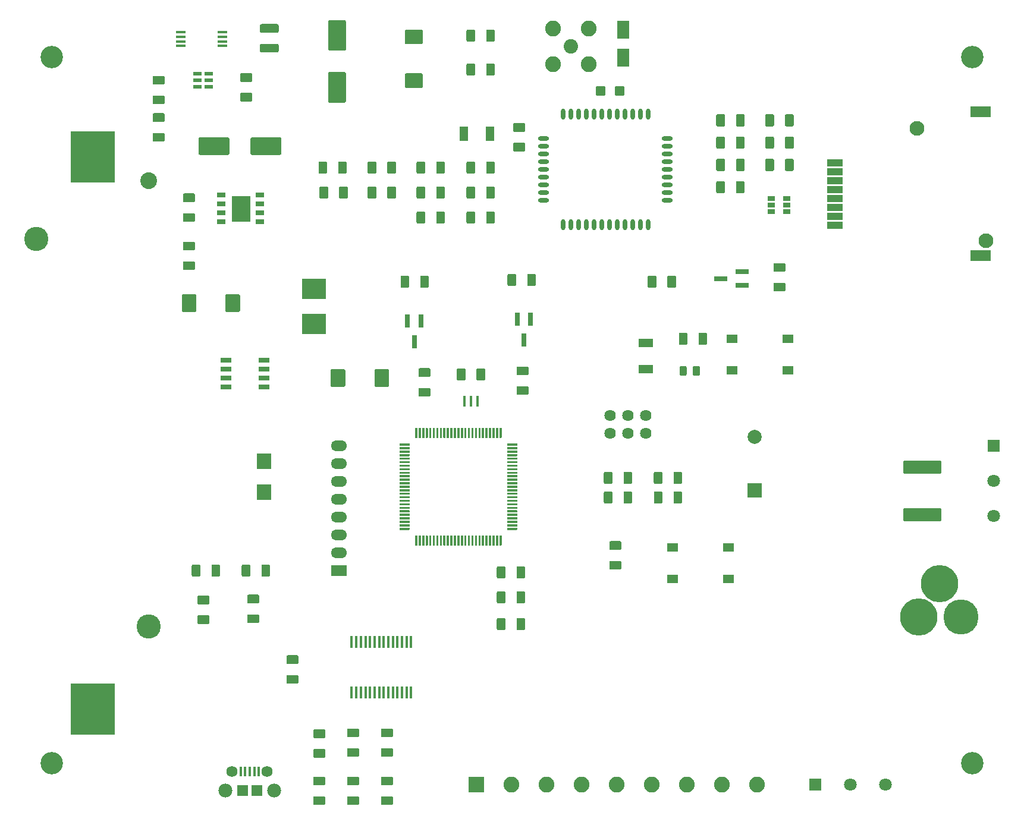
<source format=gts>
G04 #@! TF.GenerationSoftware,KiCad,Pcbnew,(5.1.4)-1*
G04 #@! TF.CreationDate,2020-01-12T22:13:26+01:00*
G04 #@! TF.ProjectId,Project2.1,50726f6a-6563-4743-922e-312e6b696361,1.0*
G04 #@! TF.SameCoordinates,Original*
G04 #@! TF.FileFunction,Soldermask,Top*
G04 #@! TF.FilePolarity,Negative*
%FSLAX46Y46*%
G04 Gerber Fmt 4.6, Leading zero omitted, Abs format (unit mm)*
G04 Created by KiCad (PCBNEW (5.1.4)-1) date 2020-01-12 22:13:26*
%MOMM*%
%LPD*%
G04 APERTURE LIST*
%ADD10C,0.100000*%
%ADD11R,6.350000X7.340000*%
%ADD12C,3.450000*%
%ADD13C,2.390000*%
%ADD14C,3.200000*%
%ADD15R,1.150000X0.600000*%
%ADD16C,1.250000*%
%ADD17C,2.075000*%
%ADD18R,2.000000X1.250000*%
%ADD19C,0.975000*%
%ADD20R,1.060000X0.650000*%
%ADD21R,1.250000X2.000000*%
%ADD22C,1.350000*%
%ADD23C,2.500000*%
%ADD24R,1.526000X0.650000*%
%ADD25R,1.800000X2.500000*%
%ADD26C,2.050000*%
%ADD27C,2.250000*%
%ADD28R,2.300000X1.000000*%
%ADD29C,2.100000*%
%ADD30R,2.950000X1.500000*%
%ADD31R,1.300000X0.700000*%
%ADD32R,3.500000X3.000000*%
%ADD33R,1.900000X0.800000*%
%ADD34R,0.800000X1.900000*%
%ADD35R,1.550000X1.300000*%
%ADD36O,0.600000X1.600000*%
%ADD37O,1.600000X0.600000*%
%ADD38C,5.300000*%
%ADD39C,5.000000*%
%ADD40R,2.000000X2.000000*%
%ADD41C,2.000000*%
%ADD42C,1.925000*%
%ADD43C,1.625600*%
%ADD44R,2.250000X2.250000*%
%ADD45C,1.800000*%
%ADD46R,1.800000X1.800000*%
%ADD47R,2.286000X1.524000*%
%ADD48O,2.286000X1.524000*%
%ADD49R,0.400000X1.350000*%
%ADD50C,1.582000*%
%ADD51C,1.980000*%
%ADD52R,1.500000X1.550000*%
%ADD53R,1.475000X0.450000*%
%ADD54C,0.300000*%
%ADD55R,0.450000X1.750000*%
%ADD56R,0.300000X1.600000*%
%ADD57R,2.150000X2.200000*%
G04 APERTURE END LIST*
D10*
G36*
X94742000Y-68072000D02*
G01*
X92202000Y-68072000D01*
X92202000Y-64516000D01*
X94742000Y-64516000D01*
X94742000Y-68072000D01*
G37*
X94742000Y-68072000D02*
X92202000Y-68072000D01*
X92202000Y-64516000D01*
X94742000Y-64516000D01*
X94742000Y-68072000D01*
D11*
X72390000Y-58928000D03*
X72390000Y-137588000D03*
D12*
X80390000Y-125858000D03*
X64390000Y-70658000D03*
D13*
X80390000Y-62328000D03*
D14*
X197612000Y-145288000D03*
X66548000Y-145288000D03*
X66548000Y-44704000D03*
X197612000Y-44704000D03*
D15*
X88938000Y-48956000D03*
X88938000Y-48006000D03*
X88938000Y-47056000D03*
X87338000Y-47056000D03*
X87338000Y-48006000D03*
X87338000Y-48956000D03*
D10*
G36*
X82437504Y-47382204D02*
G01*
X82461773Y-47385804D01*
X82485571Y-47391765D01*
X82508671Y-47400030D01*
X82530849Y-47410520D01*
X82551893Y-47423133D01*
X82571598Y-47437747D01*
X82589777Y-47454223D01*
X82606253Y-47472402D01*
X82620867Y-47492107D01*
X82633480Y-47513151D01*
X82643970Y-47535329D01*
X82652235Y-47558429D01*
X82658196Y-47582227D01*
X82661796Y-47606496D01*
X82663000Y-47631000D01*
X82663000Y-48381000D01*
X82661796Y-48405504D01*
X82658196Y-48429773D01*
X82652235Y-48453571D01*
X82643970Y-48476671D01*
X82633480Y-48498849D01*
X82620867Y-48519893D01*
X82606253Y-48539598D01*
X82589777Y-48557777D01*
X82571598Y-48574253D01*
X82551893Y-48588867D01*
X82530849Y-48601480D01*
X82508671Y-48611970D01*
X82485571Y-48620235D01*
X82461773Y-48626196D01*
X82437504Y-48629796D01*
X82413000Y-48631000D01*
X81163000Y-48631000D01*
X81138496Y-48629796D01*
X81114227Y-48626196D01*
X81090429Y-48620235D01*
X81067329Y-48611970D01*
X81045151Y-48601480D01*
X81024107Y-48588867D01*
X81004402Y-48574253D01*
X80986223Y-48557777D01*
X80969747Y-48539598D01*
X80955133Y-48519893D01*
X80942520Y-48498849D01*
X80932030Y-48476671D01*
X80923765Y-48453571D01*
X80917804Y-48429773D01*
X80914204Y-48405504D01*
X80913000Y-48381000D01*
X80913000Y-47631000D01*
X80914204Y-47606496D01*
X80917804Y-47582227D01*
X80923765Y-47558429D01*
X80932030Y-47535329D01*
X80942520Y-47513151D01*
X80955133Y-47492107D01*
X80969747Y-47472402D01*
X80986223Y-47454223D01*
X81004402Y-47437747D01*
X81024107Y-47423133D01*
X81045151Y-47410520D01*
X81067329Y-47400030D01*
X81090429Y-47391765D01*
X81114227Y-47385804D01*
X81138496Y-47382204D01*
X81163000Y-47381000D01*
X82413000Y-47381000D01*
X82437504Y-47382204D01*
X82437504Y-47382204D01*
G37*
D16*
X81788000Y-48006000D03*
D10*
G36*
X82437504Y-50182204D02*
G01*
X82461773Y-50185804D01*
X82485571Y-50191765D01*
X82508671Y-50200030D01*
X82530849Y-50210520D01*
X82551893Y-50223133D01*
X82571598Y-50237747D01*
X82589777Y-50254223D01*
X82606253Y-50272402D01*
X82620867Y-50292107D01*
X82633480Y-50313151D01*
X82643970Y-50335329D01*
X82652235Y-50358429D01*
X82658196Y-50382227D01*
X82661796Y-50406496D01*
X82663000Y-50431000D01*
X82663000Y-51181000D01*
X82661796Y-51205504D01*
X82658196Y-51229773D01*
X82652235Y-51253571D01*
X82643970Y-51276671D01*
X82633480Y-51298849D01*
X82620867Y-51319893D01*
X82606253Y-51339598D01*
X82589777Y-51357777D01*
X82571598Y-51374253D01*
X82551893Y-51388867D01*
X82530849Y-51401480D01*
X82508671Y-51411970D01*
X82485571Y-51420235D01*
X82461773Y-51426196D01*
X82437504Y-51429796D01*
X82413000Y-51431000D01*
X81163000Y-51431000D01*
X81138496Y-51429796D01*
X81114227Y-51426196D01*
X81090429Y-51420235D01*
X81067329Y-51411970D01*
X81045151Y-51401480D01*
X81024107Y-51388867D01*
X81004402Y-51374253D01*
X80986223Y-51357777D01*
X80969747Y-51339598D01*
X80955133Y-51319893D01*
X80942520Y-51298849D01*
X80932030Y-51276671D01*
X80923765Y-51253571D01*
X80917804Y-51229773D01*
X80914204Y-51205504D01*
X80913000Y-51181000D01*
X80913000Y-50431000D01*
X80914204Y-50406496D01*
X80917804Y-50382227D01*
X80923765Y-50358429D01*
X80932030Y-50335329D01*
X80942520Y-50313151D01*
X80955133Y-50292107D01*
X80969747Y-50272402D01*
X80986223Y-50254223D01*
X81004402Y-50237747D01*
X81024107Y-50223133D01*
X81045151Y-50210520D01*
X81067329Y-50200030D01*
X81090429Y-50191765D01*
X81114227Y-50185804D01*
X81138496Y-50182204D01*
X81163000Y-50181000D01*
X82413000Y-50181000D01*
X82437504Y-50182204D01*
X82437504Y-50182204D01*
G37*
D16*
X81788000Y-50806000D03*
D10*
G36*
X93142504Y-78482204D02*
G01*
X93166773Y-78485804D01*
X93190571Y-78491765D01*
X93213671Y-78500030D01*
X93235849Y-78510520D01*
X93256893Y-78523133D01*
X93276598Y-78537747D01*
X93294777Y-78554223D01*
X93311253Y-78572402D01*
X93325867Y-78592107D01*
X93338480Y-78613151D01*
X93348970Y-78635329D01*
X93357235Y-78658429D01*
X93363196Y-78682227D01*
X93366796Y-78706496D01*
X93368000Y-78731000D01*
X93368000Y-80781000D01*
X93366796Y-80805504D01*
X93363196Y-80829773D01*
X93357235Y-80853571D01*
X93348970Y-80876671D01*
X93338480Y-80898849D01*
X93325867Y-80919893D01*
X93311253Y-80939598D01*
X93294777Y-80957777D01*
X93276598Y-80974253D01*
X93256893Y-80988867D01*
X93235849Y-81001480D01*
X93213671Y-81011970D01*
X93190571Y-81020235D01*
X93166773Y-81026196D01*
X93142504Y-81029796D01*
X93118000Y-81031000D01*
X91543000Y-81031000D01*
X91518496Y-81029796D01*
X91494227Y-81026196D01*
X91470429Y-81020235D01*
X91447329Y-81011970D01*
X91425151Y-81001480D01*
X91404107Y-80988867D01*
X91384402Y-80974253D01*
X91366223Y-80957777D01*
X91349747Y-80939598D01*
X91335133Y-80919893D01*
X91322520Y-80898849D01*
X91312030Y-80876671D01*
X91303765Y-80853571D01*
X91297804Y-80829773D01*
X91294204Y-80805504D01*
X91293000Y-80781000D01*
X91293000Y-78731000D01*
X91294204Y-78706496D01*
X91297804Y-78682227D01*
X91303765Y-78658429D01*
X91312030Y-78635329D01*
X91322520Y-78613151D01*
X91335133Y-78592107D01*
X91349747Y-78572402D01*
X91366223Y-78554223D01*
X91384402Y-78537747D01*
X91404107Y-78523133D01*
X91425151Y-78510520D01*
X91447329Y-78500030D01*
X91470429Y-78491765D01*
X91494227Y-78485804D01*
X91518496Y-78482204D01*
X91543000Y-78481000D01*
X93118000Y-78481000D01*
X93142504Y-78482204D01*
X93142504Y-78482204D01*
G37*
D17*
X92330500Y-79756000D03*
D10*
G36*
X86917504Y-78482204D02*
G01*
X86941773Y-78485804D01*
X86965571Y-78491765D01*
X86988671Y-78500030D01*
X87010849Y-78510520D01*
X87031893Y-78523133D01*
X87051598Y-78537747D01*
X87069777Y-78554223D01*
X87086253Y-78572402D01*
X87100867Y-78592107D01*
X87113480Y-78613151D01*
X87123970Y-78635329D01*
X87132235Y-78658429D01*
X87138196Y-78682227D01*
X87141796Y-78706496D01*
X87143000Y-78731000D01*
X87143000Y-80781000D01*
X87141796Y-80805504D01*
X87138196Y-80829773D01*
X87132235Y-80853571D01*
X87123970Y-80876671D01*
X87113480Y-80898849D01*
X87100867Y-80919893D01*
X87086253Y-80939598D01*
X87069777Y-80957777D01*
X87051598Y-80974253D01*
X87031893Y-80988867D01*
X87010849Y-81001480D01*
X86988671Y-81011970D01*
X86965571Y-81020235D01*
X86941773Y-81026196D01*
X86917504Y-81029796D01*
X86893000Y-81031000D01*
X85318000Y-81031000D01*
X85293496Y-81029796D01*
X85269227Y-81026196D01*
X85245429Y-81020235D01*
X85222329Y-81011970D01*
X85200151Y-81001480D01*
X85179107Y-80988867D01*
X85159402Y-80974253D01*
X85141223Y-80957777D01*
X85124747Y-80939598D01*
X85110133Y-80919893D01*
X85097520Y-80898849D01*
X85087030Y-80876671D01*
X85078765Y-80853571D01*
X85072804Y-80829773D01*
X85069204Y-80805504D01*
X85068000Y-80781000D01*
X85068000Y-78731000D01*
X85069204Y-78706496D01*
X85072804Y-78682227D01*
X85078765Y-78658429D01*
X85087030Y-78635329D01*
X85097520Y-78613151D01*
X85110133Y-78592107D01*
X85124747Y-78572402D01*
X85141223Y-78554223D01*
X85159402Y-78537747D01*
X85179107Y-78523133D01*
X85200151Y-78510520D01*
X85222329Y-78500030D01*
X85245429Y-78491765D01*
X85269227Y-78485804D01*
X85293496Y-78482204D01*
X85318000Y-78481000D01*
X86893000Y-78481000D01*
X86917504Y-78482204D01*
X86917504Y-78482204D01*
G37*
D17*
X86105500Y-79756000D03*
D18*
X151130000Y-85404000D03*
X151130000Y-89154000D03*
D10*
G36*
X115337504Y-63134204D02*
G01*
X115361773Y-63137804D01*
X115385571Y-63143765D01*
X115408671Y-63152030D01*
X115430849Y-63162520D01*
X115451893Y-63175133D01*
X115471598Y-63189747D01*
X115489777Y-63206223D01*
X115506253Y-63224402D01*
X115520867Y-63244107D01*
X115533480Y-63265151D01*
X115543970Y-63287329D01*
X115552235Y-63310429D01*
X115558196Y-63334227D01*
X115561796Y-63358496D01*
X115563000Y-63383000D01*
X115563000Y-64633000D01*
X115561796Y-64657504D01*
X115558196Y-64681773D01*
X115552235Y-64705571D01*
X115543970Y-64728671D01*
X115533480Y-64750849D01*
X115520867Y-64771893D01*
X115506253Y-64791598D01*
X115489777Y-64809777D01*
X115471598Y-64826253D01*
X115451893Y-64840867D01*
X115430849Y-64853480D01*
X115408671Y-64863970D01*
X115385571Y-64872235D01*
X115361773Y-64878196D01*
X115337504Y-64881796D01*
X115313000Y-64883000D01*
X114563000Y-64883000D01*
X114538496Y-64881796D01*
X114514227Y-64878196D01*
X114490429Y-64872235D01*
X114467329Y-64863970D01*
X114445151Y-64853480D01*
X114424107Y-64840867D01*
X114404402Y-64826253D01*
X114386223Y-64809777D01*
X114369747Y-64791598D01*
X114355133Y-64771893D01*
X114342520Y-64750849D01*
X114332030Y-64728671D01*
X114323765Y-64705571D01*
X114317804Y-64681773D01*
X114314204Y-64657504D01*
X114313000Y-64633000D01*
X114313000Y-63383000D01*
X114314204Y-63358496D01*
X114317804Y-63334227D01*
X114323765Y-63310429D01*
X114332030Y-63287329D01*
X114342520Y-63265151D01*
X114355133Y-63244107D01*
X114369747Y-63224402D01*
X114386223Y-63206223D01*
X114404402Y-63189747D01*
X114424107Y-63175133D01*
X114445151Y-63162520D01*
X114467329Y-63152030D01*
X114490429Y-63143765D01*
X114514227Y-63137804D01*
X114538496Y-63134204D01*
X114563000Y-63133000D01*
X115313000Y-63133000D01*
X115337504Y-63134204D01*
X115337504Y-63134204D01*
G37*
D16*
X114938000Y-64008000D03*
D10*
G36*
X112537504Y-63134204D02*
G01*
X112561773Y-63137804D01*
X112585571Y-63143765D01*
X112608671Y-63152030D01*
X112630849Y-63162520D01*
X112651893Y-63175133D01*
X112671598Y-63189747D01*
X112689777Y-63206223D01*
X112706253Y-63224402D01*
X112720867Y-63244107D01*
X112733480Y-63265151D01*
X112743970Y-63287329D01*
X112752235Y-63310429D01*
X112758196Y-63334227D01*
X112761796Y-63358496D01*
X112763000Y-63383000D01*
X112763000Y-64633000D01*
X112761796Y-64657504D01*
X112758196Y-64681773D01*
X112752235Y-64705571D01*
X112743970Y-64728671D01*
X112733480Y-64750849D01*
X112720867Y-64771893D01*
X112706253Y-64791598D01*
X112689777Y-64809777D01*
X112671598Y-64826253D01*
X112651893Y-64840867D01*
X112630849Y-64853480D01*
X112608671Y-64863970D01*
X112585571Y-64872235D01*
X112561773Y-64878196D01*
X112537504Y-64881796D01*
X112513000Y-64883000D01*
X111763000Y-64883000D01*
X111738496Y-64881796D01*
X111714227Y-64878196D01*
X111690429Y-64872235D01*
X111667329Y-64863970D01*
X111645151Y-64853480D01*
X111624107Y-64840867D01*
X111604402Y-64826253D01*
X111586223Y-64809777D01*
X111569747Y-64791598D01*
X111555133Y-64771893D01*
X111542520Y-64750849D01*
X111532030Y-64728671D01*
X111523765Y-64705571D01*
X111517804Y-64681773D01*
X111514204Y-64657504D01*
X111513000Y-64633000D01*
X111513000Y-63383000D01*
X111514204Y-63358496D01*
X111517804Y-63334227D01*
X111523765Y-63310429D01*
X111532030Y-63287329D01*
X111542520Y-63265151D01*
X111555133Y-63244107D01*
X111569747Y-63224402D01*
X111586223Y-63206223D01*
X111604402Y-63189747D01*
X111624107Y-63175133D01*
X111645151Y-63162520D01*
X111667329Y-63152030D01*
X111690429Y-63143765D01*
X111714227Y-63137804D01*
X111738496Y-63134204D01*
X111763000Y-63133000D01*
X112513000Y-63133000D01*
X112537504Y-63134204D01*
X112537504Y-63134204D01*
G37*
D16*
X112138000Y-64008000D03*
D10*
G36*
X156732142Y-88709174D02*
G01*
X156755803Y-88712684D01*
X156779007Y-88718496D01*
X156801529Y-88726554D01*
X156823153Y-88736782D01*
X156843670Y-88749079D01*
X156862883Y-88763329D01*
X156880607Y-88779393D01*
X156896671Y-88797117D01*
X156910921Y-88816330D01*
X156923218Y-88836847D01*
X156933446Y-88858471D01*
X156941504Y-88880993D01*
X156947316Y-88904197D01*
X156950826Y-88927858D01*
X156952000Y-88951750D01*
X156952000Y-89864250D01*
X156950826Y-89888142D01*
X156947316Y-89911803D01*
X156941504Y-89935007D01*
X156933446Y-89957529D01*
X156923218Y-89979153D01*
X156910921Y-89999670D01*
X156896671Y-90018883D01*
X156880607Y-90036607D01*
X156862883Y-90052671D01*
X156843670Y-90066921D01*
X156823153Y-90079218D01*
X156801529Y-90089446D01*
X156779007Y-90097504D01*
X156755803Y-90103316D01*
X156732142Y-90106826D01*
X156708250Y-90108000D01*
X156220750Y-90108000D01*
X156196858Y-90106826D01*
X156173197Y-90103316D01*
X156149993Y-90097504D01*
X156127471Y-90089446D01*
X156105847Y-90079218D01*
X156085330Y-90066921D01*
X156066117Y-90052671D01*
X156048393Y-90036607D01*
X156032329Y-90018883D01*
X156018079Y-89999670D01*
X156005782Y-89979153D01*
X155995554Y-89957529D01*
X155987496Y-89935007D01*
X155981684Y-89911803D01*
X155978174Y-89888142D01*
X155977000Y-89864250D01*
X155977000Y-88951750D01*
X155978174Y-88927858D01*
X155981684Y-88904197D01*
X155987496Y-88880993D01*
X155995554Y-88858471D01*
X156005782Y-88836847D01*
X156018079Y-88816330D01*
X156032329Y-88797117D01*
X156048393Y-88779393D01*
X156066117Y-88763329D01*
X156085330Y-88749079D01*
X156105847Y-88736782D01*
X156127471Y-88726554D01*
X156149993Y-88718496D01*
X156173197Y-88712684D01*
X156196858Y-88709174D01*
X156220750Y-88708000D01*
X156708250Y-88708000D01*
X156732142Y-88709174D01*
X156732142Y-88709174D01*
G37*
D19*
X156464500Y-89408000D03*
D10*
G36*
X158607142Y-88709174D02*
G01*
X158630803Y-88712684D01*
X158654007Y-88718496D01*
X158676529Y-88726554D01*
X158698153Y-88736782D01*
X158718670Y-88749079D01*
X158737883Y-88763329D01*
X158755607Y-88779393D01*
X158771671Y-88797117D01*
X158785921Y-88816330D01*
X158798218Y-88836847D01*
X158808446Y-88858471D01*
X158816504Y-88880993D01*
X158822316Y-88904197D01*
X158825826Y-88927858D01*
X158827000Y-88951750D01*
X158827000Y-89864250D01*
X158825826Y-89888142D01*
X158822316Y-89911803D01*
X158816504Y-89935007D01*
X158808446Y-89957529D01*
X158798218Y-89979153D01*
X158785921Y-89999670D01*
X158771671Y-90018883D01*
X158755607Y-90036607D01*
X158737883Y-90052671D01*
X158718670Y-90066921D01*
X158698153Y-90079218D01*
X158676529Y-90089446D01*
X158654007Y-90097504D01*
X158630803Y-90103316D01*
X158607142Y-90106826D01*
X158583250Y-90108000D01*
X158095750Y-90108000D01*
X158071858Y-90106826D01*
X158048197Y-90103316D01*
X158024993Y-90097504D01*
X158002471Y-90089446D01*
X157980847Y-90079218D01*
X157960330Y-90066921D01*
X157941117Y-90052671D01*
X157923393Y-90036607D01*
X157907329Y-90018883D01*
X157893079Y-89999670D01*
X157880782Y-89979153D01*
X157870554Y-89957529D01*
X157862496Y-89935007D01*
X157856684Y-89911803D01*
X157853174Y-89888142D01*
X157852000Y-89864250D01*
X157852000Y-88951750D01*
X157853174Y-88927858D01*
X157856684Y-88904197D01*
X157862496Y-88880993D01*
X157870554Y-88858471D01*
X157880782Y-88836847D01*
X157893079Y-88816330D01*
X157907329Y-88797117D01*
X157923393Y-88779393D01*
X157941117Y-88763329D01*
X157960330Y-88749079D01*
X157980847Y-88736782D01*
X158002471Y-88726554D01*
X158024993Y-88718496D01*
X158048197Y-88712684D01*
X158071858Y-88709174D01*
X158095750Y-88708000D01*
X158583250Y-88708000D01*
X158607142Y-88709174D01*
X158607142Y-88709174D01*
G37*
D19*
X158339500Y-89408000D03*
D10*
G36*
X114350004Y-89150204D02*
G01*
X114374273Y-89153804D01*
X114398071Y-89159765D01*
X114421171Y-89168030D01*
X114443349Y-89178520D01*
X114464393Y-89191133D01*
X114484098Y-89205747D01*
X114502277Y-89222223D01*
X114518753Y-89240402D01*
X114533367Y-89260107D01*
X114545980Y-89281151D01*
X114556470Y-89303329D01*
X114564735Y-89326429D01*
X114570696Y-89350227D01*
X114574296Y-89374496D01*
X114575500Y-89399000D01*
X114575500Y-91449000D01*
X114574296Y-91473504D01*
X114570696Y-91497773D01*
X114564735Y-91521571D01*
X114556470Y-91544671D01*
X114545980Y-91566849D01*
X114533367Y-91587893D01*
X114518753Y-91607598D01*
X114502277Y-91625777D01*
X114484098Y-91642253D01*
X114464393Y-91656867D01*
X114443349Y-91669480D01*
X114421171Y-91679970D01*
X114398071Y-91688235D01*
X114374273Y-91694196D01*
X114350004Y-91697796D01*
X114325500Y-91699000D01*
X112750500Y-91699000D01*
X112725996Y-91697796D01*
X112701727Y-91694196D01*
X112677929Y-91688235D01*
X112654829Y-91679970D01*
X112632651Y-91669480D01*
X112611607Y-91656867D01*
X112591902Y-91642253D01*
X112573723Y-91625777D01*
X112557247Y-91607598D01*
X112542633Y-91587893D01*
X112530020Y-91566849D01*
X112519530Y-91544671D01*
X112511265Y-91521571D01*
X112505304Y-91497773D01*
X112501704Y-91473504D01*
X112500500Y-91449000D01*
X112500500Y-89399000D01*
X112501704Y-89374496D01*
X112505304Y-89350227D01*
X112511265Y-89326429D01*
X112519530Y-89303329D01*
X112530020Y-89281151D01*
X112542633Y-89260107D01*
X112557247Y-89240402D01*
X112573723Y-89222223D01*
X112591902Y-89205747D01*
X112611607Y-89191133D01*
X112632651Y-89178520D01*
X112654829Y-89168030D01*
X112677929Y-89159765D01*
X112701727Y-89153804D01*
X112725996Y-89150204D01*
X112750500Y-89149000D01*
X114325500Y-89149000D01*
X114350004Y-89150204D01*
X114350004Y-89150204D01*
G37*
D17*
X113538000Y-90424000D03*
D10*
G36*
X108125004Y-89150204D02*
G01*
X108149273Y-89153804D01*
X108173071Y-89159765D01*
X108196171Y-89168030D01*
X108218349Y-89178520D01*
X108239393Y-89191133D01*
X108259098Y-89205747D01*
X108277277Y-89222223D01*
X108293753Y-89240402D01*
X108308367Y-89260107D01*
X108320980Y-89281151D01*
X108331470Y-89303329D01*
X108339735Y-89326429D01*
X108345696Y-89350227D01*
X108349296Y-89374496D01*
X108350500Y-89399000D01*
X108350500Y-91449000D01*
X108349296Y-91473504D01*
X108345696Y-91497773D01*
X108339735Y-91521571D01*
X108331470Y-91544671D01*
X108320980Y-91566849D01*
X108308367Y-91587893D01*
X108293753Y-91607598D01*
X108277277Y-91625777D01*
X108259098Y-91642253D01*
X108239393Y-91656867D01*
X108218349Y-91669480D01*
X108196171Y-91679970D01*
X108173071Y-91688235D01*
X108149273Y-91694196D01*
X108125004Y-91697796D01*
X108100500Y-91699000D01*
X106525500Y-91699000D01*
X106500996Y-91697796D01*
X106476727Y-91694196D01*
X106452929Y-91688235D01*
X106429829Y-91679970D01*
X106407651Y-91669480D01*
X106386607Y-91656867D01*
X106366902Y-91642253D01*
X106348723Y-91625777D01*
X106332247Y-91607598D01*
X106317633Y-91587893D01*
X106305020Y-91566849D01*
X106294530Y-91544671D01*
X106286265Y-91521571D01*
X106280304Y-91497773D01*
X106276704Y-91473504D01*
X106275500Y-91449000D01*
X106275500Y-89399000D01*
X106276704Y-89374496D01*
X106280304Y-89350227D01*
X106286265Y-89326429D01*
X106294530Y-89303329D01*
X106305020Y-89281151D01*
X106317633Y-89260107D01*
X106332247Y-89240402D01*
X106348723Y-89222223D01*
X106366902Y-89205747D01*
X106386607Y-89191133D01*
X106407651Y-89178520D01*
X106429829Y-89168030D01*
X106452929Y-89159765D01*
X106476727Y-89153804D01*
X106500996Y-89150204D01*
X106525500Y-89149000D01*
X108100500Y-89149000D01*
X108125004Y-89150204D01*
X108125004Y-89150204D01*
G37*
D17*
X107313000Y-90424000D03*
D20*
X171237000Y-66736000D03*
X171237000Y-65786000D03*
X171237000Y-64836000D03*
X169037000Y-64836000D03*
X169037000Y-66736000D03*
X169037000Y-65786000D03*
D21*
X125222000Y-55626000D03*
X128972000Y-55626000D03*
D10*
G36*
X86755504Y-71004204D02*
G01*
X86779773Y-71007804D01*
X86803571Y-71013765D01*
X86826671Y-71022030D01*
X86848849Y-71032520D01*
X86869893Y-71045133D01*
X86889598Y-71059747D01*
X86907777Y-71076223D01*
X86924253Y-71094402D01*
X86938867Y-71114107D01*
X86951480Y-71135151D01*
X86961970Y-71157329D01*
X86970235Y-71180429D01*
X86976196Y-71204227D01*
X86979796Y-71228496D01*
X86981000Y-71253000D01*
X86981000Y-72003000D01*
X86979796Y-72027504D01*
X86976196Y-72051773D01*
X86970235Y-72075571D01*
X86961970Y-72098671D01*
X86951480Y-72120849D01*
X86938867Y-72141893D01*
X86924253Y-72161598D01*
X86907777Y-72179777D01*
X86889598Y-72196253D01*
X86869893Y-72210867D01*
X86848849Y-72223480D01*
X86826671Y-72233970D01*
X86803571Y-72242235D01*
X86779773Y-72248196D01*
X86755504Y-72251796D01*
X86731000Y-72253000D01*
X85481000Y-72253000D01*
X85456496Y-72251796D01*
X85432227Y-72248196D01*
X85408429Y-72242235D01*
X85385329Y-72233970D01*
X85363151Y-72223480D01*
X85342107Y-72210867D01*
X85322402Y-72196253D01*
X85304223Y-72179777D01*
X85287747Y-72161598D01*
X85273133Y-72141893D01*
X85260520Y-72120849D01*
X85250030Y-72098671D01*
X85241765Y-72075571D01*
X85235804Y-72051773D01*
X85232204Y-72027504D01*
X85231000Y-72003000D01*
X85231000Y-71253000D01*
X85232204Y-71228496D01*
X85235804Y-71204227D01*
X85241765Y-71180429D01*
X85250030Y-71157329D01*
X85260520Y-71135151D01*
X85273133Y-71114107D01*
X85287747Y-71094402D01*
X85304223Y-71076223D01*
X85322402Y-71059747D01*
X85342107Y-71045133D01*
X85363151Y-71032520D01*
X85385329Y-71022030D01*
X85408429Y-71013765D01*
X85432227Y-71007804D01*
X85456496Y-71004204D01*
X85481000Y-71003000D01*
X86731000Y-71003000D01*
X86755504Y-71004204D01*
X86755504Y-71004204D01*
G37*
D16*
X86106000Y-71628000D03*
D10*
G36*
X86755504Y-73804204D02*
G01*
X86779773Y-73807804D01*
X86803571Y-73813765D01*
X86826671Y-73822030D01*
X86848849Y-73832520D01*
X86869893Y-73845133D01*
X86889598Y-73859747D01*
X86907777Y-73876223D01*
X86924253Y-73894402D01*
X86938867Y-73914107D01*
X86951480Y-73935151D01*
X86961970Y-73957329D01*
X86970235Y-73980429D01*
X86976196Y-74004227D01*
X86979796Y-74028496D01*
X86981000Y-74053000D01*
X86981000Y-74803000D01*
X86979796Y-74827504D01*
X86976196Y-74851773D01*
X86970235Y-74875571D01*
X86961970Y-74898671D01*
X86951480Y-74920849D01*
X86938867Y-74941893D01*
X86924253Y-74961598D01*
X86907777Y-74979777D01*
X86889598Y-74996253D01*
X86869893Y-75010867D01*
X86848849Y-75023480D01*
X86826671Y-75033970D01*
X86803571Y-75042235D01*
X86779773Y-75048196D01*
X86755504Y-75051796D01*
X86731000Y-75053000D01*
X85481000Y-75053000D01*
X85456496Y-75051796D01*
X85432227Y-75048196D01*
X85408429Y-75042235D01*
X85385329Y-75033970D01*
X85363151Y-75023480D01*
X85342107Y-75010867D01*
X85322402Y-74996253D01*
X85304223Y-74979777D01*
X85287747Y-74961598D01*
X85273133Y-74941893D01*
X85260520Y-74920849D01*
X85250030Y-74898671D01*
X85241765Y-74875571D01*
X85235804Y-74851773D01*
X85232204Y-74827504D01*
X85231000Y-74803000D01*
X85231000Y-74053000D01*
X85232204Y-74028496D01*
X85235804Y-74004227D01*
X85241765Y-73980429D01*
X85250030Y-73957329D01*
X85260520Y-73935151D01*
X85273133Y-73914107D01*
X85287747Y-73894402D01*
X85304223Y-73876223D01*
X85322402Y-73859747D01*
X85342107Y-73845133D01*
X85363151Y-73832520D01*
X85385329Y-73822030D01*
X85408429Y-73813765D01*
X85432227Y-73807804D01*
X85456496Y-73804204D01*
X85481000Y-73803000D01*
X86731000Y-73803000D01*
X86755504Y-73804204D01*
X86755504Y-73804204D01*
G37*
D16*
X86106000Y-74428000D03*
D10*
G36*
X119159504Y-40809204D02*
G01*
X119183773Y-40812804D01*
X119207571Y-40818765D01*
X119230671Y-40827030D01*
X119252849Y-40837520D01*
X119273893Y-40850133D01*
X119293598Y-40864747D01*
X119311777Y-40881223D01*
X119328253Y-40899402D01*
X119342867Y-40919107D01*
X119355480Y-40940151D01*
X119365970Y-40962329D01*
X119374235Y-40985429D01*
X119380196Y-41009227D01*
X119383796Y-41033496D01*
X119385000Y-41058000D01*
X119385000Y-42633000D01*
X119383796Y-42657504D01*
X119380196Y-42681773D01*
X119374235Y-42705571D01*
X119365970Y-42728671D01*
X119355480Y-42750849D01*
X119342867Y-42771893D01*
X119328253Y-42791598D01*
X119311777Y-42809777D01*
X119293598Y-42826253D01*
X119273893Y-42840867D01*
X119252849Y-42853480D01*
X119230671Y-42863970D01*
X119207571Y-42872235D01*
X119183773Y-42878196D01*
X119159504Y-42881796D01*
X119135000Y-42883000D01*
X117085000Y-42883000D01*
X117060496Y-42881796D01*
X117036227Y-42878196D01*
X117012429Y-42872235D01*
X116989329Y-42863970D01*
X116967151Y-42853480D01*
X116946107Y-42840867D01*
X116926402Y-42826253D01*
X116908223Y-42809777D01*
X116891747Y-42791598D01*
X116877133Y-42771893D01*
X116864520Y-42750849D01*
X116854030Y-42728671D01*
X116845765Y-42705571D01*
X116839804Y-42681773D01*
X116836204Y-42657504D01*
X116835000Y-42633000D01*
X116835000Y-41058000D01*
X116836204Y-41033496D01*
X116839804Y-41009227D01*
X116845765Y-40985429D01*
X116854030Y-40962329D01*
X116864520Y-40940151D01*
X116877133Y-40919107D01*
X116891747Y-40899402D01*
X116908223Y-40881223D01*
X116926402Y-40864747D01*
X116946107Y-40850133D01*
X116967151Y-40837520D01*
X116989329Y-40827030D01*
X117012429Y-40818765D01*
X117036227Y-40812804D01*
X117060496Y-40809204D01*
X117085000Y-40808000D01*
X119135000Y-40808000D01*
X119159504Y-40809204D01*
X119159504Y-40809204D01*
G37*
D17*
X118110000Y-41845500D03*
D10*
G36*
X119159504Y-47034204D02*
G01*
X119183773Y-47037804D01*
X119207571Y-47043765D01*
X119230671Y-47052030D01*
X119252849Y-47062520D01*
X119273893Y-47075133D01*
X119293598Y-47089747D01*
X119311777Y-47106223D01*
X119328253Y-47124402D01*
X119342867Y-47144107D01*
X119355480Y-47165151D01*
X119365970Y-47187329D01*
X119374235Y-47210429D01*
X119380196Y-47234227D01*
X119383796Y-47258496D01*
X119385000Y-47283000D01*
X119385000Y-48858000D01*
X119383796Y-48882504D01*
X119380196Y-48906773D01*
X119374235Y-48930571D01*
X119365970Y-48953671D01*
X119355480Y-48975849D01*
X119342867Y-48996893D01*
X119328253Y-49016598D01*
X119311777Y-49034777D01*
X119293598Y-49051253D01*
X119273893Y-49065867D01*
X119252849Y-49078480D01*
X119230671Y-49088970D01*
X119207571Y-49097235D01*
X119183773Y-49103196D01*
X119159504Y-49106796D01*
X119135000Y-49108000D01*
X117085000Y-49108000D01*
X117060496Y-49106796D01*
X117036227Y-49103196D01*
X117012429Y-49097235D01*
X116989329Y-49088970D01*
X116967151Y-49078480D01*
X116946107Y-49065867D01*
X116926402Y-49051253D01*
X116908223Y-49034777D01*
X116891747Y-49016598D01*
X116877133Y-48996893D01*
X116864520Y-48975849D01*
X116854030Y-48953671D01*
X116845765Y-48930571D01*
X116839804Y-48906773D01*
X116836204Y-48882504D01*
X116835000Y-48858000D01*
X116835000Y-47283000D01*
X116836204Y-47258496D01*
X116839804Y-47234227D01*
X116845765Y-47210429D01*
X116854030Y-47187329D01*
X116864520Y-47165151D01*
X116877133Y-47144107D01*
X116891747Y-47124402D01*
X116908223Y-47106223D01*
X116926402Y-47089747D01*
X116946107Y-47075133D01*
X116967151Y-47062520D01*
X116989329Y-47052030D01*
X117012429Y-47043765D01*
X117036227Y-47037804D01*
X117060496Y-47034204D01*
X117085000Y-47033000D01*
X119135000Y-47033000D01*
X119159504Y-47034204D01*
X119159504Y-47034204D01*
G37*
D17*
X118110000Y-48070500D03*
D10*
G36*
X145174505Y-48856204D02*
G01*
X145198773Y-48859804D01*
X145222572Y-48865765D01*
X145245671Y-48874030D01*
X145267850Y-48884520D01*
X145288893Y-48897132D01*
X145308599Y-48911747D01*
X145326777Y-48928223D01*
X145343253Y-48946401D01*
X145357868Y-48966107D01*
X145370480Y-48987150D01*
X145380970Y-49009329D01*
X145389235Y-49032428D01*
X145395196Y-49056227D01*
X145398796Y-49080495D01*
X145400000Y-49104999D01*
X145400000Y-49955001D01*
X145398796Y-49979505D01*
X145395196Y-50003773D01*
X145389235Y-50027572D01*
X145380970Y-50050671D01*
X145370480Y-50072850D01*
X145357868Y-50093893D01*
X145343253Y-50113599D01*
X145326777Y-50131777D01*
X145308599Y-50148253D01*
X145288893Y-50162868D01*
X145267850Y-50175480D01*
X145245671Y-50185970D01*
X145222572Y-50194235D01*
X145198773Y-50200196D01*
X145174505Y-50203796D01*
X145150001Y-50205000D01*
X144249999Y-50205000D01*
X144225495Y-50203796D01*
X144201227Y-50200196D01*
X144177428Y-50194235D01*
X144154329Y-50185970D01*
X144132150Y-50175480D01*
X144111107Y-50162868D01*
X144091401Y-50148253D01*
X144073223Y-50131777D01*
X144056747Y-50113599D01*
X144042132Y-50093893D01*
X144029520Y-50072850D01*
X144019030Y-50050671D01*
X144010765Y-50027572D01*
X144004804Y-50003773D01*
X144001204Y-49979505D01*
X144000000Y-49955001D01*
X144000000Y-49104999D01*
X144001204Y-49080495D01*
X144004804Y-49056227D01*
X144010765Y-49032428D01*
X144019030Y-49009329D01*
X144029520Y-48987150D01*
X144042132Y-48966107D01*
X144056747Y-48946401D01*
X144073223Y-48928223D01*
X144091401Y-48911747D01*
X144111107Y-48897132D01*
X144132150Y-48884520D01*
X144154329Y-48874030D01*
X144177428Y-48865765D01*
X144201227Y-48859804D01*
X144225495Y-48856204D01*
X144249999Y-48855000D01*
X145150001Y-48855000D01*
X145174505Y-48856204D01*
X145174505Y-48856204D01*
G37*
D22*
X144700000Y-49530000D03*
D10*
G36*
X147874505Y-48856204D02*
G01*
X147898773Y-48859804D01*
X147922572Y-48865765D01*
X147945671Y-48874030D01*
X147967850Y-48884520D01*
X147988893Y-48897132D01*
X148008599Y-48911747D01*
X148026777Y-48928223D01*
X148043253Y-48946401D01*
X148057868Y-48966107D01*
X148070480Y-48987150D01*
X148080970Y-49009329D01*
X148089235Y-49032428D01*
X148095196Y-49056227D01*
X148098796Y-49080495D01*
X148100000Y-49104999D01*
X148100000Y-49955001D01*
X148098796Y-49979505D01*
X148095196Y-50003773D01*
X148089235Y-50027572D01*
X148080970Y-50050671D01*
X148070480Y-50072850D01*
X148057868Y-50093893D01*
X148043253Y-50113599D01*
X148026777Y-50131777D01*
X148008599Y-50148253D01*
X147988893Y-50162868D01*
X147967850Y-50175480D01*
X147945671Y-50185970D01*
X147922572Y-50194235D01*
X147898773Y-50200196D01*
X147874505Y-50203796D01*
X147850001Y-50205000D01*
X146949999Y-50205000D01*
X146925495Y-50203796D01*
X146901227Y-50200196D01*
X146877428Y-50194235D01*
X146854329Y-50185970D01*
X146832150Y-50175480D01*
X146811107Y-50162868D01*
X146791401Y-50148253D01*
X146773223Y-50131777D01*
X146756747Y-50113599D01*
X146742132Y-50093893D01*
X146729520Y-50072850D01*
X146719030Y-50050671D01*
X146710765Y-50027572D01*
X146704804Y-50003773D01*
X146701204Y-49979505D01*
X146700000Y-49955001D01*
X146700000Y-49104999D01*
X146701204Y-49080495D01*
X146704804Y-49056227D01*
X146710765Y-49032428D01*
X146719030Y-49009329D01*
X146729520Y-48987150D01*
X146742132Y-48966107D01*
X146756747Y-48946401D01*
X146773223Y-48928223D01*
X146791401Y-48911747D01*
X146811107Y-48897132D01*
X146832150Y-48884520D01*
X146854329Y-48874030D01*
X146877428Y-48865765D01*
X146901227Y-48859804D01*
X146925495Y-48856204D01*
X146949999Y-48855000D01*
X147850001Y-48855000D01*
X147874505Y-48856204D01*
X147874505Y-48856204D01*
G37*
D22*
X147400000Y-49530000D03*
D10*
G36*
X164991504Y-59197204D02*
G01*
X165015773Y-59200804D01*
X165039571Y-59206765D01*
X165062671Y-59215030D01*
X165084849Y-59225520D01*
X165105893Y-59238133D01*
X165125598Y-59252747D01*
X165143777Y-59269223D01*
X165160253Y-59287402D01*
X165174867Y-59307107D01*
X165187480Y-59328151D01*
X165197970Y-59350329D01*
X165206235Y-59373429D01*
X165212196Y-59397227D01*
X165215796Y-59421496D01*
X165217000Y-59446000D01*
X165217000Y-60696000D01*
X165215796Y-60720504D01*
X165212196Y-60744773D01*
X165206235Y-60768571D01*
X165197970Y-60791671D01*
X165187480Y-60813849D01*
X165174867Y-60834893D01*
X165160253Y-60854598D01*
X165143777Y-60872777D01*
X165125598Y-60889253D01*
X165105893Y-60903867D01*
X165084849Y-60916480D01*
X165062671Y-60926970D01*
X165039571Y-60935235D01*
X165015773Y-60941196D01*
X164991504Y-60944796D01*
X164967000Y-60946000D01*
X164217000Y-60946000D01*
X164192496Y-60944796D01*
X164168227Y-60941196D01*
X164144429Y-60935235D01*
X164121329Y-60926970D01*
X164099151Y-60916480D01*
X164078107Y-60903867D01*
X164058402Y-60889253D01*
X164040223Y-60872777D01*
X164023747Y-60854598D01*
X164009133Y-60834893D01*
X163996520Y-60813849D01*
X163986030Y-60791671D01*
X163977765Y-60768571D01*
X163971804Y-60744773D01*
X163968204Y-60720504D01*
X163967000Y-60696000D01*
X163967000Y-59446000D01*
X163968204Y-59421496D01*
X163971804Y-59397227D01*
X163977765Y-59373429D01*
X163986030Y-59350329D01*
X163996520Y-59328151D01*
X164009133Y-59307107D01*
X164023747Y-59287402D01*
X164040223Y-59269223D01*
X164058402Y-59252747D01*
X164078107Y-59238133D01*
X164099151Y-59225520D01*
X164121329Y-59215030D01*
X164144429Y-59206765D01*
X164168227Y-59200804D01*
X164192496Y-59197204D01*
X164217000Y-59196000D01*
X164967000Y-59196000D01*
X164991504Y-59197204D01*
X164991504Y-59197204D01*
G37*
D16*
X164592000Y-60071000D03*
D10*
G36*
X162191504Y-59197204D02*
G01*
X162215773Y-59200804D01*
X162239571Y-59206765D01*
X162262671Y-59215030D01*
X162284849Y-59225520D01*
X162305893Y-59238133D01*
X162325598Y-59252747D01*
X162343777Y-59269223D01*
X162360253Y-59287402D01*
X162374867Y-59307107D01*
X162387480Y-59328151D01*
X162397970Y-59350329D01*
X162406235Y-59373429D01*
X162412196Y-59397227D01*
X162415796Y-59421496D01*
X162417000Y-59446000D01*
X162417000Y-60696000D01*
X162415796Y-60720504D01*
X162412196Y-60744773D01*
X162406235Y-60768571D01*
X162397970Y-60791671D01*
X162387480Y-60813849D01*
X162374867Y-60834893D01*
X162360253Y-60854598D01*
X162343777Y-60872777D01*
X162325598Y-60889253D01*
X162305893Y-60903867D01*
X162284849Y-60916480D01*
X162262671Y-60926970D01*
X162239571Y-60935235D01*
X162215773Y-60941196D01*
X162191504Y-60944796D01*
X162167000Y-60946000D01*
X161417000Y-60946000D01*
X161392496Y-60944796D01*
X161368227Y-60941196D01*
X161344429Y-60935235D01*
X161321329Y-60926970D01*
X161299151Y-60916480D01*
X161278107Y-60903867D01*
X161258402Y-60889253D01*
X161240223Y-60872777D01*
X161223747Y-60854598D01*
X161209133Y-60834893D01*
X161196520Y-60813849D01*
X161186030Y-60791671D01*
X161177765Y-60768571D01*
X161171804Y-60744773D01*
X161168204Y-60720504D01*
X161167000Y-60696000D01*
X161167000Y-59446000D01*
X161168204Y-59421496D01*
X161171804Y-59397227D01*
X161177765Y-59373429D01*
X161186030Y-59350329D01*
X161196520Y-59328151D01*
X161209133Y-59307107D01*
X161223747Y-59287402D01*
X161240223Y-59269223D01*
X161258402Y-59252747D01*
X161278107Y-59238133D01*
X161299151Y-59225520D01*
X161321329Y-59215030D01*
X161344429Y-59206765D01*
X161368227Y-59200804D01*
X161392496Y-59197204D01*
X161417000Y-59196000D01*
X162167000Y-59196000D01*
X162191504Y-59197204D01*
X162191504Y-59197204D01*
G37*
D16*
X161792000Y-60071000D03*
D10*
G36*
X133745504Y-56910204D02*
G01*
X133769773Y-56913804D01*
X133793571Y-56919765D01*
X133816671Y-56928030D01*
X133838849Y-56938520D01*
X133859893Y-56951133D01*
X133879598Y-56965747D01*
X133897777Y-56982223D01*
X133914253Y-57000402D01*
X133928867Y-57020107D01*
X133941480Y-57041151D01*
X133951970Y-57063329D01*
X133960235Y-57086429D01*
X133966196Y-57110227D01*
X133969796Y-57134496D01*
X133971000Y-57159000D01*
X133971000Y-57909000D01*
X133969796Y-57933504D01*
X133966196Y-57957773D01*
X133960235Y-57981571D01*
X133951970Y-58004671D01*
X133941480Y-58026849D01*
X133928867Y-58047893D01*
X133914253Y-58067598D01*
X133897777Y-58085777D01*
X133879598Y-58102253D01*
X133859893Y-58116867D01*
X133838849Y-58129480D01*
X133816671Y-58139970D01*
X133793571Y-58148235D01*
X133769773Y-58154196D01*
X133745504Y-58157796D01*
X133721000Y-58159000D01*
X132471000Y-58159000D01*
X132446496Y-58157796D01*
X132422227Y-58154196D01*
X132398429Y-58148235D01*
X132375329Y-58139970D01*
X132353151Y-58129480D01*
X132332107Y-58116867D01*
X132312402Y-58102253D01*
X132294223Y-58085777D01*
X132277747Y-58067598D01*
X132263133Y-58047893D01*
X132250520Y-58026849D01*
X132240030Y-58004671D01*
X132231765Y-57981571D01*
X132225804Y-57957773D01*
X132222204Y-57933504D01*
X132221000Y-57909000D01*
X132221000Y-57159000D01*
X132222204Y-57134496D01*
X132225804Y-57110227D01*
X132231765Y-57086429D01*
X132240030Y-57063329D01*
X132250520Y-57041151D01*
X132263133Y-57020107D01*
X132277747Y-57000402D01*
X132294223Y-56982223D01*
X132312402Y-56965747D01*
X132332107Y-56951133D01*
X132353151Y-56938520D01*
X132375329Y-56928030D01*
X132398429Y-56919765D01*
X132422227Y-56913804D01*
X132446496Y-56910204D01*
X132471000Y-56909000D01*
X133721000Y-56909000D01*
X133745504Y-56910204D01*
X133745504Y-56910204D01*
G37*
D16*
X133096000Y-57534000D03*
D10*
G36*
X133745504Y-54110204D02*
G01*
X133769773Y-54113804D01*
X133793571Y-54119765D01*
X133816671Y-54128030D01*
X133838849Y-54138520D01*
X133859893Y-54151133D01*
X133879598Y-54165747D01*
X133897777Y-54182223D01*
X133914253Y-54200402D01*
X133928867Y-54220107D01*
X133941480Y-54241151D01*
X133951970Y-54263329D01*
X133960235Y-54286429D01*
X133966196Y-54310227D01*
X133969796Y-54334496D01*
X133971000Y-54359000D01*
X133971000Y-55109000D01*
X133969796Y-55133504D01*
X133966196Y-55157773D01*
X133960235Y-55181571D01*
X133951970Y-55204671D01*
X133941480Y-55226849D01*
X133928867Y-55247893D01*
X133914253Y-55267598D01*
X133897777Y-55285777D01*
X133879598Y-55302253D01*
X133859893Y-55316867D01*
X133838849Y-55329480D01*
X133816671Y-55339970D01*
X133793571Y-55348235D01*
X133769773Y-55354196D01*
X133745504Y-55357796D01*
X133721000Y-55359000D01*
X132471000Y-55359000D01*
X132446496Y-55357796D01*
X132422227Y-55354196D01*
X132398429Y-55348235D01*
X132375329Y-55339970D01*
X132353151Y-55329480D01*
X132332107Y-55316867D01*
X132312402Y-55302253D01*
X132294223Y-55285777D01*
X132277747Y-55267598D01*
X132263133Y-55247893D01*
X132250520Y-55226849D01*
X132240030Y-55204671D01*
X132231765Y-55181571D01*
X132225804Y-55157773D01*
X132222204Y-55133504D01*
X132221000Y-55109000D01*
X132221000Y-54359000D01*
X132222204Y-54334496D01*
X132225804Y-54310227D01*
X132231765Y-54286429D01*
X132240030Y-54263329D01*
X132250520Y-54241151D01*
X132263133Y-54220107D01*
X132277747Y-54200402D01*
X132294223Y-54182223D01*
X132312402Y-54165747D01*
X132332107Y-54151133D01*
X132353151Y-54138520D01*
X132375329Y-54128030D01*
X132398429Y-54119765D01*
X132422227Y-54113804D01*
X132446496Y-54110204D01*
X132471000Y-54109000D01*
X133721000Y-54109000D01*
X133745504Y-54110204D01*
X133745504Y-54110204D01*
G37*
D16*
X133096000Y-54734000D03*
D10*
G36*
X162191504Y-62372204D02*
G01*
X162215773Y-62375804D01*
X162239571Y-62381765D01*
X162262671Y-62390030D01*
X162284849Y-62400520D01*
X162305893Y-62413133D01*
X162325598Y-62427747D01*
X162343777Y-62444223D01*
X162360253Y-62462402D01*
X162374867Y-62482107D01*
X162387480Y-62503151D01*
X162397970Y-62525329D01*
X162406235Y-62548429D01*
X162412196Y-62572227D01*
X162415796Y-62596496D01*
X162417000Y-62621000D01*
X162417000Y-63871000D01*
X162415796Y-63895504D01*
X162412196Y-63919773D01*
X162406235Y-63943571D01*
X162397970Y-63966671D01*
X162387480Y-63988849D01*
X162374867Y-64009893D01*
X162360253Y-64029598D01*
X162343777Y-64047777D01*
X162325598Y-64064253D01*
X162305893Y-64078867D01*
X162284849Y-64091480D01*
X162262671Y-64101970D01*
X162239571Y-64110235D01*
X162215773Y-64116196D01*
X162191504Y-64119796D01*
X162167000Y-64121000D01*
X161417000Y-64121000D01*
X161392496Y-64119796D01*
X161368227Y-64116196D01*
X161344429Y-64110235D01*
X161321329Y-64101970D01*
X161299151Y-64091480D01*
X161278107Y-64078867D01*
X161258402Y-64064253D01*
X161240223Y-64047777D01*
X161223747Y-64029598D01*
X161209133Y-64009893D01*
X161196520Y-63988849D01*
X161186030Y-63966671D01*
X161177765Y-63943571D01*
X161171804Y-63919773D01*
X161168204Y-63895504D01*
X161167000Y-63871000D01*
X161167000Y-62621000D01*
X161168204Y-62596496D01*
X161171804Y-62572227D01*
X161177765Y-62548429D01*
X161186030Y-62525329D01*
X161196520Y-62503151D01*
X161209133Y-62482107D01*
X161223747Y-62462402D01*
X161240223Y-62444223D01*
X161258402Y-62427747D01*
X161278107Y-62413133D01*
X161299151Y-62400520D01*
X161321329Y-62390030D01*
X161344429Y-62381765D01*
X161368227Y-62375804D01*
X161392496Y-62372204D01*
X161417000Y-62371000D01*
X162167000Y-62371000D01*
X162191504Y-62372204D01*
X162191504Y-62372204D01*
G37*
D16*
X161792000Y-63246000D03*
D10*
G36*
X164991504Y-62372204D02*
G01*
X165015773Y-62375804D01*
X165039571Y-62381765D01*
X165062671Y-62390030D01*
X165084849Y-62400520D01*
X165105893Y-62413133D01*
X165125598Y-62427747D01*
X165143777Y-62444223D01*
X165160253Y-62462402D01*
X165174867Y-62482107D01*
X165187480Y-62503151D01*
X165197970Y-62525329D01*
X165206235Y-62548429D01*
X165212196Y-62572227D01*
X165215796Y-62596496D01*
X165217000Y-62621000D01*
X165217000Y-63871000D01*
X165215796Y-63895504D01*
X165212196Y-63919773D01*
X165206235Y-63943571D01*
X165197970Y-63966671D01*
X165187480Y-63988849D01*
X165174867Y-64009893D01*
X165160253Y-64029598D01*
X165143777Y-64047777D01*
X165125598Y-64064253D01*
X165105893Y-64078867D01*
X165084849Y-64091480D01*
X165062671Y-64101970D01*
X165039571Y-64110235D01*
X165015773Y-64116196D01*
X164991504Y-64119796D01*
X164967000Y-64121000D01*
X164217000Y-64121000D01*
X164192496Y-64119796D01*
X164168227Y-64116196D01*
X164144429Y-64110235D01*
X164121329Y-64101970D01*
X164099151Y-64091480D01*
X164078107Y-64078867D01*
X164058402Y-64064253D01*
X164040223Y-64047777D01*
X164023747Y-64029598D01*
X164009133Y-64009893D01*
X163996520Y-63988849D01*
X163986030Y-63966671D01*
X163977765Y-63943571D01*
X163971804Y-63919773D01*
X163968204Y-63895504D01*
X163967000Y-63871000D01*
X163967000Y-62621000D01*
X163968204Y-62596496D01*
X163971804Y-62572227D01*
X163977765Y-62548429D01*
X163986030Y-62525329D01*
X163996520Y-62503151D01*
X164009133Y-62482107D01*
X164023747Y-62462402D01*
X164040223Y-62444223D01*
X164058402Y-62427747D01*
X164078107Y-62413133D01*
X164099151Y-62400520D01*
X164121329Y-62390030D01*
X164144429Y-62381765D01*
X164168227Y-62375804D01*
X164192496Y-62372204D01*
X164217000Y-62371000D01*
X164967000Y-62371000D01*
X164991504Y-62372204D01*
X164991504Y-62372204D01*
G37*
D16*
X164592000Y-63246000D03*
D10*
G36*
X108212504Y-39423204D02*
G01*
X108236773Y-39426804D01*
X108260571Y-39432765D01*
X108283671Y-39441030D01*
X108305849Y-39451520D01*
X108326893Y-39464133D01*
X108346598Y-39478747D01*
X108364777Y-39495223D01*
X108381253Y-39513402D01*
X108395867Y-39533107D01*
X108408480Y-39554151D01*
X108418970Y-39576329D01*
X108427235Y-39599429D01*
X108433196Y-39623227D01*
X108436796Y-39647496D01*
X108438000Y-39672000D01*
X108438000Y-43572000D01*
X108436796Y-43596504D01*
X108433196Y-43620773D01*
X108427235Y-43644571D01*
X108418970Y-43667671D01*
X108408480Y-43689849D01*
X108395867Y-43710893D01*
X108381253Y-43730598D01*
X108364777Y-43748777D01*
X108346598Y-43765253D01*
X108326893Y-43779867D01*
X108305849Y-43792480D01*
X108283671Y-43802970D01*
X108260571Y-43811235D01*
X108236773Y-43817196D01*
X108212504Y-43820796D01*
X108188000Y-43822000D01*
X106188000Y-43822000D01*
X106163496Y-43820796D01*
X106139227Y-43817196D01*
X106115429Y-43811235D01*
X106092329Y-43802970D01*
X106070151Y-43792480D01*
X106049107Y-43779867D01*
X106029402Y-43765253D01*
X106011223Y-43748777D01*
X105994747Y-43730598D01*
X105980133Y-43710893D01*
X105967520Y-43689849D01*
X105957030Y-43667671D01*
X105948765Y-43644571D01*
X105942804Y-43620773D01*
X105939204Y-43596504D01*
X105938000Y-43572000D01*
X105938000Y-39672000D01*
X105939204Y-39647496D01*
X105942804Y-39623227D01*
X105948765Y-39599429D01*
X105957030Y-39576329D01*
X105967520Y-39554151D01*
X105980133Y-39533107D01*
X105994747Y-39513402D01*
X106011223Y-39495223D01*
X106029402Y-39478747D01*
X106049107Y-39464133D01*
X106070151Y-39451520D01*
X106092329Y-39441030D01*
X106115429Y-39432765D01*
X106139227Y-39426804D01*
X106163496Y-39423204D01*
X106188000Y-39422000D01*
X108188000Y-39422000D01*
X108212504Y-39423204D01*
X108212504Y-39423204D01*
G37*
D23*
X107188000Y-41622000D03*
D10*
G36*
X108212504Y-46823204D02*
G01*
X108236773Y-46826804D01*
X108260571Y-46832765D01*
X108283671Y-46841030D01*
X108305849Y-46851520D01*
X108326893Y-46864133D01*
X108346598Y-46878747D01*
X108364777Y-46895223D01*
X108381253Y-46913402D01*
X108395867Y-46933107D01*
X108408480Y-46954151D01*
X108418970Y-46976329D01*
X108427235Y-46999429D01*
X108433196Y-47023227D01*
X108436796Y-47047496D01*
X108438000Y-47072000D01*
X108438000Y-50972000D01*
X108436796Y-50996504D01*
X108433196Y-51020773D01*
X108427235Y-51044571D01*
X108418970Y-51067671D01*
X108408480Y-51089849D01*
X108395867Y-51110893D01*
X108381253Y-51130598D01*
X108364777Y-51148777D01*
X108346598Y-51165253D01*
X108326893Y-51179867D01*
X108305849Y-51192480D01*
X108283671Y-51202970D01*
X108260571Y-51211235D01*
X108236773Y-51217196D01*
X108212504Y-51220796D01*
X108188000Y-51222000D01*
X106188000Y-51222000D01*
X106163496Y-51220796D01*
X106139227Y-51217196D01*
X106115429Y-51211235D01*
X106092329Y-51202970D01*
X106070151Y-51192480D01*
X106049107Y-51179867D01*
X106029402Y-51165253D01*
X106011223Y-51148777D01*
X105994747Y-51130598D01*
X105980133Y-51110893D01*
X105967520Y-51089849D01*
X105957030Y-51067671D01*
X105948765Y-51044571D01*
X105942804Y-51020773D01*
X105939204Y-50996504D01*
X105938000Y-50972000D01*
X105938000Y-47072000D01*
X105939204Y-47047496D01*
X105942804Y-47023227D01*
X105948765Y-46999429D01*
X105957030Y-46976329D01*
X105967520Y-46954151D01*
X105980133Y-46933107D01*
X105994747Y-46913402D01*
X106011223Y-46895223D01*
X106029402Y-46878747D01*
X106049107Y-46864133D01*
X106070151Y-46851520D01*
X106092329Y-46841030D01*
X106115429Y-46832765D01*
X106139227Y-46826804D01*
X106163496Y-46823204D01*
X106188000Y-46822000D01*
X108188000Y-46822000D01*
X108212504Y-46823204D01*
X108212504Y-46823204D01*
G37*
D23*
X107188000Y-49022000D03*
D10*
G36*
X164991504Y-56022204D02*
G01*
X165015773Y-56025804D01*
X165039571Y-56031765D01*
X165062671Y-56040030D01*
X165084849Y-56050520D01*
X165105893Y-56063133D01*
X165125598Y-56077747D01*
X165143777Y-56094223D01*
X165160253Y-56112402D01*
X165174867Y-56132107D01*
X165187480Y-56153151D01*
X165197970Y-56175329D01*
X165206235Y-56198429D01*
X165212196Y-56222227D01*
X165215796Y-56246496D01*
X165217000Y-56271000D01*
X165217000Y-57521000D01*
X165215796Y-57545504D01*
X165212196Y-57569773D01*
X165206235Y-57593571D01*
X165197970Y-57616671D01*
X165187480Y-57638849D01*
X165174867Y-57659893D01*
X165160253Y-57679598D01*
X165143777Y-57697777D01*
X165125598Y-57714253D01*
X165105893Y-57728867D01*
X165084849Y-57741480D01*
X165062671Y-57751970D01*
X165039571Y-57760235D01*
X165015773Y-57766196D01*
X164991504Y-57769796D01*
X164967000Y-57771000D01*
X164217000Y-57771000D01*
X164192496Y-57769796D01*
X164168227Y-57766196D01*
X164144429Y-57760235D01*
X164121329Y-57751970D01*
X164099151Y-57741480D01*
X164078107Y-57728867D01*
X164058402Y-57714253D01*
X164040223Y-57697777D01*
X164023747Y-57679598D01*
X164009133Y-57659893D01*
X163996520Y-57638849D01*
X163986030Y-57616671D01*
X163977765Y-57593571D01*
X163971804Y-57569773D01*
X163968204Y-57545504D01*
X163967000Y-57521000D01*
X163967000Y-56271000D01*
X163968204Y-56246496D01*
X163971804Y-56222227D01*
X163977765Y-56198429D01*
X163986030Y-56175329D01*
X163996520Y-56153151D01*
X164009133Y-56132107D01*
X164023747Y-56112402D01*
X164040223Y-56094223D01*
X164058402Y-56077747D01*
X164078107Y-56063133D01*
X164099151Y-56050520D01*
X164121329Y-56040030D01*
X164144429Y-56031765D01*
X164168227Y-56025804D01*
X164192496Y-56022204D01*
X164217000Y-56021000D01*
X164967000Y-56021000D01*
X164991504Y-56022204D01*
X164991504Y-56022204D01*
G37*
D16*
X164592000Y-56896000D03*
D10*
G36*
X162191504Y-56022204D02*
G01*
X162215773Y-56025804D01*
X162239571Y-56031765D01*
X162262671Y-56040030D01*
X162284849Y-56050520D01*
X162305893Y-56063133D01*
X162325598Y-56077747D01*
X162343777Y-56094223D01*
X162360253Y-56112402D01*
X162374867Y-56132107D01*
X162387480Y-56153151D01*
X162397970Y-56175329D01*
X162406235Y-56198429D01*
X162412196Y-56222227D01*
X162415796Y-56246496D01*
X162417000Y-56271000D01*
X162417000Y-57521000D01*
X162415796Y-57545504D01*
X162412196Y-57569773D01*
X162406235Y-57593571D01*
X162397970Y-57616671D01*
X162387480Y-57638849D01*
X162374867Y-57659893D01*
X162360253Y-57679598D01*
X162343777Y-57697777D01*
X162325598Y-57714253D01*
X162305893Y-57728867D01*
X162284849Y-57741480D01*
X162262671Y-57751970D01*
X162239571Y-57760235D01*
X162215773Y-57766196D01*
X162191504Y-57769796D01*
X162167000Y-57771000D01*
X161417000Y-57771000D01*
X161392496Y-57769796D01*
X161368227Y-57766196D01*
X161344429Y-57760235D01*
X161321329Y-57751970D01*
X161299151Y-57741480D01*
X161278107Y-57728867D01*
X161258402Y-57714253D01*
X161240223Y-57697777D01*
X161223747Y-57679598D01*
X161209133Y-57659893D01*
X161196520Y-57638849D01*
X161186030Y-57616671D01*
X161177765Y-57593571D01*
X161171804Y-57569773D01*
X161168204Y-57545504D01*
X161167000Y-57521000D01*
X161167000Y-56271000D01*
X161168204Y-56246496D01*
X161171804Y-56222227D01*
X161177765Y-56198429D01*
X161186030Y-56175329D01*
X161196520Y-56153151D01*
X161209133Y-56132107D01*
X161223747Y-56112402D01*
X161240223Y-56094223D01*
X161258402Y-56077747D01*
X161278107Y-56063133D01*
X161299151Y-56050520D01*
X161321329Y-56040030D01*
X161344429Y-56031765D01*
X161368227Y-56025804D01*
X161392496Y-56022204D01*
X161417000Y-56021000D01*
X162167000Y-56021000D01*
X162191504Y-56022204D01*
X162191504Y-56022204D01*
G37*
D16*
X161792000Y-56896000D03*
D10*
G36*
X126631504Y-45608204D02*
G01*
X126655773Y-45611804D01*
X126679571Y-45617765D01*
X126702671Y-45626030D01*
X126724849Y-45636520D01*
X126745893Y-45649133D01*
X126765598Y-45663747D01*
X126783777Y-45680223D01*
X126800253Y-45698402D01*
X126814867Y-45718107D01*
X126827480Y-45739151D01*
X126837970Y-45761329D01*
X126846235Y-45784429D01*
X126852196Y-45808227D01*
X126855796Y-45832496D01*
X126857000Y-45857000D01*
X126857000Y-47107000D01*
X126855796Y-47131504D01*
X126852196Y-47155773D01*
X126846235Y-47179571D01*
X126837970Y-47202671D01*
X126827480Y-47224849D01*
X126814867Y-47245893D01*
X126800253Y-47265598D01*
X126783777Y-47283777D01*
X126765598Y-47300253D01*
X126745893Y-47314867D01*
X126724849Y-47327480D01*
X126702671Y-47337970D01*
X126679571Y-47346235D01*
X126655773Y-47352196D01*
X126631504Y-47355796D01*
X126607000Y-47357000D01*
X125857000Y-47357000D01*
X125832496Y-47355796D01*
X125808227Y-47352196D01*
X125784429Y-47346235D01*
X125761329Y-47337970D01*
X125739151Y-47327480D01*
X125718107Y-47314867D01*
X125698402Y-47300253D01*
X125680223Y-47283777D01*
X125663747Y-47265598D01*
X125649133Y-47245893D01*
X125636520Y-47224849D01*
X125626030Y-47202671D01*
X125617765Y-47179571D01*
X125611804Y-47155773D01*
X125608204Y-47131504D01*
X125607000Y-47107000D01*
X125607000Y-45857000D01*
X125608204Y-45832496D01*
X125611804Y-45808227D01*
X125617765Y-45784429D01*
X125626030Y-45761329D01*
X125636520Y-45739151D01*
X125649133Y-45718107D01*
X125663747Y-45698402D01*
X125680223Y-45680223D01*
X125698402Y-45663747D01*
X125718107Y-45649133D01*
X125739151Y-45636520D01*
X125761329Y-45626030D01*
X125784429Y-45617765D01*
X125808227Y-45611804D01*
X125832496Y-45608204D01*
X125857000Y-45607000D01*
X126607000Y-45607000D01*
X126631504Y-45608204D01*
X126631504Y-45608204D01*
G37*
D16*
X126232000Y-46482000D03*
D10*
G36*
X129431504Y-45608204D02*
G01*
X129455773Y-45611804D01*
X129479571Y-45617765D01*
X129502671Y-45626030D01*
X129524849Y-45636520D01*
X129545893Y-45649133D01*
X129565598Y-45663747D01*
X129583777Y-45680223D01*
X129600253Y-45698402D01*
X129614867Y-45718107D01*
X129627480Y-45739151D01*
X129637970Y-45761329D01*
X129646235Y-45784429D01*
X129652196Y-45808227D01*
X129655796Y-45832496D01*
X129657000Y-45857000D01*
X129657000Y-47107000D01*
X129655796Y-47131504D01*
X129652196Y-47155773D01*
X129646235Y-47179571D01*
X129637970Y-47202671D01*
X129627480Y-47224849D01*
X129614867Y-47245893D01*
X129600253Y-47265598D01*
X129583777Y-47283777D01*
X129565598Y-47300253D01*
X129545893Y-47314867D01*
X129524849Y-47327480D01*
X129502671Y-47337970D01*
X129479571Y-47346235D01*
X129455773Y-47352196D01*
X129431504Y-47355796D01*
X129407000Y-47357000D01*
X128657000Y-47357000D01*
X128632496Y-47355796D01*
X128608227Y-47352196D01*
X128584429Y-47346235D01*
X128561329Y-47337970D01*
X128539151Y-47327480D01*
X128518107Y-47314867D01*
X128498402Y-47300253D01*
X128480223Y-47283777D01*
X128463747Y-47265598D01*
X128449133Y-47245893D01*
X128436520Y-47224849D01*
X128426030Y-47202671D01*
X128417765Y-47179571D01*
X128411804Y-47155773D01*
X128408204Y-47131504D01*
X128407000Y-47107000D01*
X128407000Y-45857000D01*
X128408204Y-45832496D01*
X128411804Y-45808227D01*
X128417765Y-45784429D01*
X128426030Y-45761329D01*
X128436520Y-45739151D01*
X128449133Y-45718107D01*
X128463747Y-45698402D01*
X128480223Y-45680223D01*
X128498402Y-45663747D01*
X128518107Y-45649133D01*
X128539151Y-45636520D01*
X128561329Y-45626030D01*
X128584429Y-45617765D01*
X128608227Y-45611804D01*
X128632496Y-45608204D01*
X128657000Y-45607000D01*
X129407000Y-45607000D01*
X129431504Y-45608204D01*
X129431504Y-45608204D01*
G37*
D16*
X129032000Y-46482000D03*
D10*
G36*
X164991504Y-52847204D02*
G01*
X165015773Y-52850804D01*
X165039571Y-52856765D01*
X165062671Y-52865030D01*
X165084849Y-52875520D01*
X165105893Y-52888133D01*
X165125598Y-52902747D01*
X165143777Y-52919223D01*
X165160253Y-52937402D01*
X165174867Y-52957107D01*
X165187480Y-52978151D01*
X165197970Y-53000329D01*
X165206235Y-53023429D01*
X165212196Y-53047227D01*
X165215796Y-53071496D01*
X165217000Y-53096000D01*
X165217000Y-54346000D01*
X165215796Y-54370504D01*
X165212196Y-54394773D01*
X165206235Y-54418571D01*
X165197970Y-54441671D01*
X165187480Y-54463849D01*
X165174867Y-54484893D01*
X165160253Y-54504598D01*
X165143777Y-54522777D01*
X165125598Y-54539253D01*
X165105893Y-54553867D01*
X165084849Y-54566480D01*
X165062671Y-54576970D01*
X165039571Y-54585235D01*
X165015773Y-54591196D01*
X164991504Y-54594796D01*
X164967000Y-54596000D01*
X164217000Y-54596000D01*
X164192496Y-54594796D01*
X164168227Y-54591196D01*
X164144429Y-54585235D01*
X164121329Y-54576970D01*
X164099151Y-54566480D01*
X164078107Y-54553867D01*
X164058402Y-54539253D01*
X164040223Y-54522777D01*
X164023747Y-54504598D01*
X164009133Y-54484893D01*
X163996520Y-54463849D01*
X163986030Y-54441671D01*
X163977765Y-54418571D01*
X163971804Y-54394773D01*
X163968204Y-54370504D01*
X163967000Y-54346000D01*
X163967000Y-53096000D01*
X163968204Y-53071496D01*
X163971804Y-53047227D01*
X163977765Y-53023429D01*
X163986030Y-53000329D01*
X163996520Y-52978151D01*
X164009133Y-52957107D01*
X164023747Y-52937402D01*
X164040223Y-52919223D01*
X164058402Y-52902747D01*
X164078107Y-52888133D01*
X164099151Y-52875520D01*
X164121329Y-52865030D01*
X164144429Y-52856765D01*
X164168227Y-52850804D01*
X164192496Y-52847204D01*
X164217000Y-52846000D01*
X164967000Y-52846000D01*
X164991504Y-52847204D01*
X164991504Y-52847204D01*
G37*
D16*
X164592000Y-53721000D03*
D10*
G36*
X162191504Y-52847204D02*
G01*
X162215773Y-52850804D01*
X162239571Y-52856765D01*
X162262671Y-52865030D01*
X162284849Y-52875520D01*
X162305893Y-52888133D01*
X162325598Y-52902747D01*
X162343777Y-52919223D01*
X162360253Y-52937402D01*
X162374867Y-52957107D01*
X162387480Y-52978151D01*
X162397970Y-53000329D01*
X162406235Y-53023429D01*
X162412196Y-53047227D01*
X162415796Y-53071496D01*
X162417000Y-53096000D01*
X162417000Y-54346000D01*
X162415796Y-54370504D01*
X162412196Y-54394773D01*
X162406235Y-54418571D01*
X162397970Y-54441671D01*
X162387480Y-54463849D01*
X162374867Y-54484893D01*
X162360253Y-54504598D01*
X162343777Y-54522777D01*
X162325598Y-54539253D01*
X162305893Y-54553867D01*
X162284849Y-54566480D01*
X162262671Y-54576970D01*
X162239571Y-54585235D01*
X162215773Y-54591196D01*
X162191504Y-54594796D01*
X162167000Y-54596000D01*
X161417000Y-54596000D01*
X161392496Y-54594796D01*
X161368227Y-54591196D01*
X161344429Y-54585235D01*
X161321329Y-54576970D01*
X161299151Y-54566480D01*
X161278107Y-54553867D01*
X161258402Y-54539253D01*
X161240223Y-54522777D01*
X161223747Y-54504598D01*
X161209133Y-54484893D01*
X161196520Y-54463849D01*
X161186030Y-54441671D01*
X161177765Y-54418571D01*
X161171804Y-54394773D01*
X161168204Y-54370504D01*
X161167000Y-54346000D01*
X161167000Y-53096000D01*
X161168204Y-53071496D01*
X161171804Y-53047227D01*
X161177765Y-53023429D01*
X161186030Y-53000329D01*
X161196520Y-52978151D01*
X161209133Y-52957107D01*
X161223747Y-52937402D01*
X161240223Y-52919223D01*
X161258402Y-52902747D01*
X161278107Y-52888133D01*
X161299151Y-52875520D01*
X161321329Y-52865030D01*
X161344429Y-52856765D01*
X161368227Y-52850804D01*
X161392496Y-52847204D01*
X161417000Y-52846000D01*
X162167000Y-52846000D01*
X162191504Y-52847204D01*
X162191504Y-52847204D01*
G37*
D16*
X161792000Y-53721000D03*
D24*
X91350000Y-87884000D03*
X91350000Y-89154000D03*
X91350000Y-90424000D03*
X91350000Y-91694000D03*
X96774000Y-91694000D03*
X96774000Y-90424000D03*
X96774000Y-89154000D03*
X96774000Y-87884000D03*
D25*
X147955000Y-44831000D03*
X147955000Y-40831000D03*
D10*
G36*
X119519504Y-66690204D02*
G01*
X119543773Y-66693804D01*
X119567571Y-66699765D01*
X119590671Y-66708030D01*
X119612849Y-66718520D01*
X119633893Y-66731133D01*
X119653598Y-66745747D01*
X119671777Y-66762223D01*
X119688253Y-66780402D01*
X119702867Y-66800107D01*
X119715480Y-66821151D01*
X119725970Y-66843329D01*
X119734235Y-66866429D01*
X119740196Y-66890227D01*
X119743796Y-66914496D01*
X119745000Y-66939000D01*
X119745000Y-68189000D01*
X119743796Y-68213504D01*
X119740196Y-68237773D01*
X119734235Y-68261571D01*
X119725970Y-68284671D01*
X119715480Y-68306849D01*
X119702867Y-68327893D01*
X119688253Y-68347598D01*
X119671777Y-68365777D01*
X119653598Y-68382253D01*
X119633893Y-68396867D01*
X119612849Y-68409480D01*
X119590671Y-68419970D01*
X119567571Y-68428235D01*
X119543773Y-68434196D01*
X119519504Y-68437796D01*
X119495000Y-68439000D01*
X118745000Y-68439000D01*
X118720496Y-68437796D01*
X118696227Y-68434196D01*
X118672429Y-68428235D01*
X118649329Y-68419970D01*
X118627151Y-68409480D01*
X118606107Y-68396867D01*
X118586402Y-68382253D01*
X118568223Y-68365777D01*
X118551747Y-68347598D01*
X118537133Y-68327893D01*
X118524520Y-68306849D01*
X118514030Y-68284671D01*
X118505765Y-68261571D01*
X118499804Y-68237773D01*
X118496204Y-68213504D01*
X118495000Y-68189000D01*
X118495000Y-66939000D01*
X118496204Y-66914496D01*
X118499804Y-66890227D01*
X118505765Y-66866429D01*
X118514030Y-66843329D01*
X118524520Y-66821151D01*
X118537133Y-66800107D01*
X118551747Y-66780402D01*
X118568223Y-66762223D01*
X118586402Y-66745747D01*
X118606107Y-66731133D01*
X118627151Y-66718520D01*
X118649329Y-66708030D01*
X118672429Y-66699765D01*
X118696227Y-66693804D01*
X118720496Y-66690204D01*
X118745000Y-66689000D01*
X119495000Y-66689000D01*
X119519504Y-66690204D01*
X119519504Y-66690204D01*
G37*
D16*
X119120000Y-67564000D03*
D10*
G36*
X122319504Y-66690204D02*
G01*
X122343773Y-66693804D01*
X122367571Y-66699765D01*
X122390671Y-66708030D01*
X122412849Y-66718520D01*
X122433893Y-66731133D01*
X122453598Y-66745747D01*
X122471777Y-66762223D01*
X122488253Y-66780402D01*
X122502867Y-66800107D01*
X122515480Y-66821151D01*
X122525970Y-66843329D01*
X122534235Y-66866429D01*
X122540196Y-66890227D01*
X122543796Y-66914496D01*
X122545000Y-66939000D01*
X122545000Y-68189000D01*
X122543796Y-68213504D01*
X122540196Y-68237773D01*
X122534235Y-68261571D01*
X122525970Y-68284671D01*
X122515480Y-68306849D01*
X122502867Y-68327893D01*
X122488253Y-68347598D01*
X122471777Y-68365777D01*
X122453598Y-68382253D01*
X122433893Y-68396867D01*
X122412849Y-68409480D01*
X122390671Y-68419970D01*
X122367571Y-68428235D01*
X122343773Y-68434196D01*
X122319504Y-68437796D01*
X122295000Y-68439000D01*
X121545000Y-68439000D01*
X121520496Y-68437796D01*
X121496227Y-68434196D01*
X121472429Y-68428235D01*
X121449329Y-68419970D01*
X121427151Y-68409480D01*
X121406107Y-68396867D01*
X121386402Y-68382253D01*
X121368223Y-68365777D01*
X121351747Y-68347598D01*
X121337133Y-68327893D01*
X121324520Y-68306849D01*
X121314030Y-68284671D01*
X121305765Y-68261571D01*
X121299804Y-68237773D01*
X121296204Y-68213504D01*
X121295000Y-68189000D01*
X121295000Y-66939000D01*
X121296204Y-66914496D01*
X121299804Y-66890227D01*
X121305765Y-66866429D01*
X121314030Y-66843329D01*
X121324520Y-66821151D01*
X121337133Y-66800107D01*
X121351747Y-66780402D01*
X121368223Y-66762223D01*
X121386402Y-66745747D01*
X121406107Y-66731133D01*
X121427151Y-66718520D01*
X121449329Y-66708030D01*
X121472429Y-66699765D01*
X121496227Y-66693804D01*
X121520496Y-66690204D01*
X121545000Y-66689000D01*
X122295000Y-66689000D01*
X122319504Y-66690204D01*
X122319504Y-66690204D01*
G37*
D16*
X121920000Y-67564000D03*
D10*
G36*
X122319504Y-63134204D02*
G01*
X122343773Y-63137804D01*
X122367571Y-63143765D01*
X122390671Y-63152030D01*
X122412849Y-63162520D01*
X122433893Y-63175133D01*
X122453598Y-63189747D01*
X122471777Y-63206223D01*
X122488253Y-63224402D01*
X122502867Y-63244107D01*
X122515480Y-63265151D01*
X122525970Y-63287329D01*
X122534235Y-63310429D01*
X122540196Y-63334227D01*
X122543796Y-63358496D01*
X122545000Y-63383000D01*
X122545000Y-64633000D01*
X122543796Y-64657504D01*
X122540196Y-64681773D01*
X122534235Y-64705571D01*
X122525970Y-64728671D01*
X122515480Y-64750849D01*
X122502867Y-64771893D01*
X122488253Y-64791598D01*
X122471777Y-64809777D01*
X122453598Y-64826253D01*
X122433893Y-64840867D01*
X122412849Y-64853480D01*
X122390671Y-64863970D01*
X122367571Y-64872235D01*
X122343773Y-64878196D01*
X122319504Y-64881796D01*
X122295000Y-64883000D01*
X121545000Y-64883000D01*
X121520496Y-64881796D01*
X121496227Y-64878196D01*
X121472429Y-64872235D01*
X121449329Y-64863970D01*
X121427151Y-64853480D01*
X121406107Y-64840867D01*
X121386402Y-64826253D01*
X121368223Y-64809777D01*
X121351747Y-64791598D01*
X121337133Y-64771893D01*
X121324520Y-64750849D01*
X121314030Y-64728671D01*
X121305765Y-64705571D01*
X121299804Y-64681773D01*
X121296204Y-64657504D01*
X121295000Y-64633000D01*
X121295000Y-63383000D01*
X121296204Y-63358496D01*
X121299804Y-63334227D01*
X121305765Y-63310429D01*
X121314030Y-63287329D01*
X121324520Y-63265151D01*
X121337133Y-63244107D01*
X121351747Y-63224402D01*
X121368223Y-63206223D01*
X121386402Y-63189747D01*
X121406107Y-63175133D01*
X121427151Y-63162520D01*
X121449329Y-63152030D01*
X121472429Y-63143765D01*
X121496227Y-63137804D01*
X121520496Y-63134204D01*
X121545000Y-63133000D01*
X122295000Y-63133000D01*
X122319504Y-63134204D01*
X122319504Y-63134204D01*
G37*
D16*
X121920000Y-64008000D03*
D10*
G36*
X119519504Y-63134204D02*
G01*
X119543773Y-63137804D01*
X119567571Y-63143765D01*
X119590671Y-63152030D01*
X119612849Y-63162520D01*
X119633893Y-63175133D01*
X119653598Y-63189747D01*
X119671777Y-63206223D01*
X119688253Y-63224402D01*
X119702867Y-63244107D01*
X119715480Y-63265151D01*
X119725970Y-63287329D01*
X119734235Y-63310429D01*
X119740196Y-63334227D01*
X119743796Y-63358496D01*
X119745000Y-63383000D01*
X119745000Y-64633000D01*
X119743796Y-64657504D01*
X119740196Y-64681773D01*
X119734235Y-64705571D01*
X119725970Y-64728671D01*
X119715480Y-64750849D01*
X119702867Y-64771893D01*
X119688253Y-64791598D01*
X119671777Y-64809777D01*
X119653598Y-64826253D01*
X119633893Y-64840867D01*
X119612849Y-64853480D01*
X119590671Y-64863970D01*
X119567571Y-64872235D01*
X119543773Y-64878196D01*
X119519504Y-64881796D01*
X119495000Y-64883000D01*
X118745000Y-64883000D01*
X118720496Y-64881796D01*
X118696227Y-64878196D01*
X118672429Y-64872235D01*
X118649329Y-64863970D01*
X118627151Y-64853480D01*
X118606107Y-64840867D01*
X118586402Y-64826253D01*
X118568223Y-64809777D01*
X118551747Y-64791598D01*
X118537133Y-64771893D01*
X118524520Y-64750849D01*
X118514030Y-64728671D01*
X118505765Y-64705571D01*
X118499804Y-64681773D01*
X118496204Y-64657504D01*
X118495000Y-64633000D01*
X118495000Y-63383000D01*
X118496204Y-63358496D01*
X118499804Y-63334227D01*
X118505765Y-63310429D01*
X118514030Y-63287329D01*
X118524520Y-63265151D01*
X118537133Y-63244107D01*
X118551747Y-63224402D01*
X118568223Y-63206223D01*
X118586402Y-63189747D01*
X118606107Y-63175133D01*
X118627151Y-63162520D01*
X118649329Y-63152030D01*
X118672429Y-63143765D01*
X118696227Y-63137804D01*
X118720496Y-63134204D01*
X118745000Y-63133000D01*
X119495000Y-63133000D01*
X119519504Y-63134204D01*
X119519504Y-63134204D01*
G37*
D16*
X119120000Y-64008000D03*
D10*
G36*
X119519504Y-59578204D02*
G01*
X119543773Y-59581804D01*
X119567571Y-59587765D01*
X119590671Y-59596030D01*
X119612849Y-59606520D01*
X119633893Y-59619133D01*
X119653598Y-59633747D01*
X119671777Y-59650223D01*
X119688253Y-59668402D01*
X119702867Y-59688107D01*
X119715480Y-59709151D01*
X119725970Y-59731329D01*
X119734235Y-59754429D01*
X119740196Y-59778227D01*
X119743796Y-59802496D01*
X119745000Y-59827000D01*
X119745000Y-61077000D01*
X119743796Y-61101504D01*
X119740196Y-61125773D01*
X119734235Y-61149571D01*
X119725970Y-61172671D01*
X119715480Y-61194849D01*
X119702867Y-61215893D01*
X119688253Y-61235598D01*
X119671777Y-61253777D01*
X119653598Y-61270253D01*
X119633893Y-61284867D01*
X119612849Y-61297480D01*
X119590671Y-61307970D01*
X119567571Y-61316235D01*
X119543773Y-61322196D01*
X119519504Y-61325796D01*
X119495000Y-61327000D01*
X118745000Y-61327000D01*
X118720496Y-61325796D01*
X118696227Y-61322196D01*
X118672429Y-61316235D01*
X118649329Y-61307970D01*
X118627151Y-61297480D01*
X118606107Y-61284867D01*
X118586402Y-61270253D01*
X118568223Y-61253777D01*
X118551747Y-61235598D01*
X118537133Y-61215893D01*
X118524520Y-61194849D01*
X118514030Y-61172671D01*
X118505765Y-61149571D01*
X118499804Y-61125773D01*
X118496204Y-61101504D01*
X118495000Y-61077000D01*
X118495000Y-59827000D01*
X118496204Y-59802496D01*
X118499804Y-59778227D01*
X118505765Y-59754429D01*
X118514030Y-59731329D01*
X118524520Y-59709151D01*
X118537133Y-59688107D01*
X118551747Y-59668402D01*
X118568223Y-59650223D01*
X118586402Y-59633747D01*
X118606107Y-59619133D01*
X118627151Y-59606520D01*
X118649329Y-59596030D01*
X118672429Y-59587765D01*
X118696227Y-59581804D01*
X118720496Y-59578204D01*
X118745000Y-59577000D01*
X119495000Y-59577000D01*
X119519504Y-59578204D01*
X119519504Y-59578204D01*
G37*
D16*
X119120000Y-60452000D03*
D10*
G36*
X122319504Y-59578204D02*
G01*
X122343773Y-59581804D01*
X122367571Y-59587765D01*
X122390671Y-59596030D01*
X122412849Y-59606520D01*
X122433893Y-59619133D01*
X122453598Y-59633747D01*
X122471777Y-59650223D01*
X122488253Y-59668402D01*
X122502867Y-59688107D01*
X122515480Y-59709151D01*
X122525970Y-59731329D01*
X122534235Y-59754429D01*
X122540196Y-59778227D01*
X122543796Y-59802496D01*
X122545000Y-59827000D01*
X122545000Y-61077000D01*
X122543796Y-61101504D01*
X122540196Y-61125773D01*
X122534235Y-61149571D01*
X122525970Y-61172671D01*
X122515480Y-61194849D01*
X122502867Y-61215893D01*
X122488253Y-61235598D01*
X122471777Y-61253777D01*
X122453598Y-61270253D01*
X122433893Y-61284867D01*
X122412849Y-61297480D01*
X122390671Y-61307970D01*
X122367571Y-61316235D01*
X122343773Y-61322196D01*
X122319504Y-61325796D01*
X122295000Y-61327000D01*
X121545000Y-61327000D01*
X121520496Y-61325796D01*
X121496227Y-61322196D01*
X121472429Y-61316235D01*
X121449329Y-61307970D01*
X121427151Y-61297480D01*
X121406107Y-61284867D01*
X121386402Y-61270253D01*
X121368223Y-61253777D01*
X121351747Y-61235598D01*
X121337133Y-61215893D01*
X121324520Y-61194849D01*
X121314030Y-61172671D01*
X121305765Y-61149571D01*
X121299804Y-61125773D01*
X121296204Y-61101504D01*
X121295000Y-61077000D01*
X121295000Y-59827000D01*
X121296204Y-59802496D01*
X121299804Y-59778227D01*
X121305765Y-59754429D01*
X121314030Y-59731329D01*
X121324520Y-59709151D01*
X121337133Y-59688107D01*
X121351747Y-59668402D01*
X121368223Y-59650223D01*
X121386402Y-59633747D01*
X121406107Y-59619133D01*
X121427151Y-59606520D01*
X121449329Y-59596030D01*
X121472429Y-59587765D01*
X121496227Y-59581804D01*
X121520496Y-59578204D01*
X121545000Y-59577000D01*
X122295000Y-59577000D01*
X122319504Y-59578204D01*
X122319504Y-59578204D01*
G37*
D16*
X121920000Y-60452000D03*
D26*
X140462000Y-43180000D03*
D27*
X143002000Y-45720000D03*
X143002000Y-40640000D03*
X137922000Y-40640000D03*
X137922000Y-45720000D03*
D28*
X178068000Y-59764000D03*
X178068000Y-61034000D03*
X178068000Y-62304000D03*
X178068000Y-63574000D03*
X178068000Y-64844000D03*
X178068000Y-66114000D03*
X178068000Y-67384000D03*
X178068000Y-68654000D03*
D29*
X199538000Y-70914000D03*
X189738000Y-54864000D03*
D30*
X198768000Y-73024000D03*
X198768000Y-52474000D03*
D31*
X96222000Y-65659000D03*
X96222000Y-64389000D03*
X96222000Y-66929000D03*
X96222000Y-68199000D03*
X90722000Y-65659000D03*
X90722000Y-64389000D03*
X90722000Y-66929000D03*
X90722000Y-68199000D03*
D10*
G36*
X115337504Y-59578204D02*
G01*
X115361773Y-59581804D01*
X115385571Y-59587765D01*
X115408671Y-59596030D01*
X115430849Y-59606520D01*
X115451893Y-59619133D01*
X115471598Y-59633747D01*
X115489777Y-59650223D01*
X115506253Y-59668402D01*
X115520867Y-59688107D01*
X115533480Y-59709151D01*
X115543970Y-59731329D01*
X115552235Y-59754429D01*
X115558196Y-59778227D01*
X115561796Y-59802496D01*
X115563000Y-59827000D01*
X115563000Y-61077000D01*
X115561796Y-61101504D01*
X115558196Y-61125773D01*
X115552235Y-61149571D01*
X115543970Y-61172671D01*
X115533480Y-61194849D01*
X115520867Y-61215893D01*
X115506253Y-61235598D01*
X115489777Y-61253777D01*
X115471598Y-61270253D01*
X115451893Y-61284867D01*
X115430849Y-61297480D01*
X115408671Y-61307970D01*
X115385571Y-61316235D01*
X115361773Y-61322196D01*
X115337504Y-61325796D01*
X115313000Y-61327000D01*
X114563000Y-61327000D01*
X114538496Y-61325796D01*
X114514227Y-61322196D01*
X114490429Y-61316235D01*
X114467329Y-61307970D01*
X114445151Y-61297480D01*
X114424107Y-61284867D01*
X114404402Y-61270253D01*
X114386223Y-61253777D01*
X114369747Y-61235598D01*
X114355133Y-61215893D01*
X114342520Y-61194849D01*
X114332030Y-61172671D01*
X114323765Y-61149571D01*
X114317804Y-61125773D01*
X114314204Y-61101504D01*
X114313000Y-61077000D01*
X114313000Y-59827000D01*
X114314204Y-59802496D01*
X114317804Y-59778227D01*
X114323765Y-59754429D01*
X114332030Y-59731329D01*
X114342520Y-59709151D01*
X114355133Y-59688107D01*
X114369747Y-59668402D01*
X114386223Y-59650223D01*
X114404402Y-59633747D01*
X114424107Y-59619133D01*
X114445151Y-59606520D01*
X114467329Y-59596030D01*
X114490429Y-59587765D01*
X114514227Y-59581804D01*
X114538496Y-59578204D01*
X114563000Y-59577000D01*
X115313000Y-59577000D01*
X115337504Y-59578204D01*
X115337504Y-59578204D01*
G37*
D16*
X114938000Y-60452000D03*
D10*
G36*
X112537504Y-59578204D02*
G01*
X112561773Y-59581804D01*
X112585571Y-59587765D01*
X112608671Y-59596030D01*
X112630849Y-59606520D01*
X112651893Y-59619133D01*
X112671598Y-59633747D01*
X112689777Y-59650223D01*
X112706253Y-59668402D01*
X112720867Y-59688107D01*
X112733480Y-59709151D01*
X112743970Y-59731329D01*
X112752235Y-59754429D01*
X112758196Y-59778227D01*
X112761796Y-59802496D01*
X112763000Y-59827000D01*
X112763000Y-61077000D01*
X112761796Y-61101504D01*
X112758196Y-61125773D01*
X112752235Y-61149571D01*
X112743970Y-61172671D01*
X112733480Y-61194849D01*
X112720867Y-61215893D01*
X112706253Y-61235598D01*
X112689777Y-61253777D01*
X112671598Y-61270253D01*
X112651893Y-61284867D01*
X112630849Y-61297480D01*
X112608671Y-61307970D01*
X112585571Y-61316235D01*
X112561773Y-61322196D01*
X112537504Y-61325796D01*
X112513000Y-61327000D01*
X111763000Y-61327000D01*
X111738496Y-61325796D01*
X111714227Y-61322196D01*
X111690429Y-61316235D01*
X111667329Y-61307970D01*
X111645151Y-61297480D01*
X111624107Y-61284867D01*
X111604402Y-61270253D01*
X111586223Y-61253777D01*
X111569747Y-61235598D01*
X111555133Y-61215893D01*
X111542520Y-61194849D01*
X111532030Y-61172671D01*
X111523765Y-61149571D01*
X111517804Y-61125773D01*
X111514204Y-61101504D01*
X111513000Y-61077000D01*
X111513000Y-59827000D01*
X111514204Y-59802496D01*
X111517804Y-59778227D01*
X111523765Y-59754429D01*
X111532030Y-59731329D01*
X111542520Y-59709151D01*
X111555133Y-59688107D01*
X111569747Y-59668402D01*
X111586223Y-59650223D01*
X111604402Y-59633747D01*
X111624107Y-59619133D01*
X111645151Y-59606520D01*
X111667329Y-59596030D01*
X111690429Y-59587765D01*
X111714227Y-59581804D01*
X111738496Y-59578204D01*
X111763000Y-59577000D01*
X112513000Y-59577000D01*
X112537504Y-59578204D01*
X112537504Y-59578204D01*
G37*
D16*
X112138000Y-60452000D03*
D10*
G36*
X117239504Y-75834204D02*
G01*
X117263773Y-75837804D01*
X117287571Y-75843765D01*
X117310671Y-75852030D01*
X117332849Y-75862520D01*
X117353893Y-75875133D01*
X117373598Y-75889747D01*
X117391777Y-75906223D01*
X117408253Y-75924402D01*
X117422867Y-75944107D01*
X117435480Y-75965151D01*
X117445970Y-75987329D01*
X117454235Y-76010429D01*
X117460196Y-76034227D01*
X117463796Y-76058496D01*
X117465000Y-76083000D01*
X117465000Y-77333000D01*
X117463796Y-77357504D01*
X117460196Y-77381773D01*
X117454235Y-77405571D01*
X117445970Y-77428671D01*
X117435480Y-77450849D01*
X117422867Y-77471893D01*
X117408253Y-77491598D01*
X117391777Y-77509777D01*
X117373598Y-77526253D01*
X117353893Y-77540867D01*
X117332849Y-77553480D01*
X117310671Y-77563970D01*
X117287571Y-77572235D01*
X117263773Y-77578196D01*
X117239504Y-77581796D01*
X117215000Y-77583000D01*
X116465000Y-77583000D01*
X116440496Y-77581796D01*
X116416227Y-77578196D01*
X116392429Y-77572235D01*
X116369329Y-77563970D01*
X116347151Y-77553480D01*
X116326107Y-77540867D01*
X116306402Y-77526253D01*
X116288223Y-77509777D01*
X116271747Y-77491598D01*
X116257133Y-77471893D01*
X116244520Y-77450849D01*
X116234030Y-77428671D01*
X116225765Y-77405571D01*
X116219804Y-77381773D01*
X116216204Y-77357504D01*
X116215000Y-77333000D01*
X116215000Y-76083000D01*
X116216204Y-76058496D01*
X116219804Y-76034227D01*
X116225765Y-76010429D01*
X116234030Y-75987329D01*
X116244520Y-75965151D01*
X116257133Y-75944107D01*
X116271747Y-75924402D01*
X116288223Y-75906223D01*
X116306402Y-75889747D01*
X116326107Y-75875133D01*
X116347151Y-75862520D01*
X116369329Y-75852030D01*
X116392429Y-75843765D01*
X116416227Y-75837804D01*
X116440496Y-75834204D01*
X116465000Y-75833000D01*
X117215000Y-75833000D01*
X117239504Y-75834204D01*
X117239504Y-75834204D01*
G37*
D16*
X116840000Y-76708000D03*
D10*
G36*
X120039504Y-75834204D02*
G01*
X120063773Y-75837804D01*
X120087571Y-75843765D01*
X120110671Y-75852030D01*
X120132849Y-75862520D01*
X120153893Y-75875133D01*
X120173598Y-75889747D01*
X120191777Y-75906223D01*
X120208253Y-75924402D01*
X120222867Y-75944107D01*
X120235480Y-75965151D01*
X120245970Y-75987329D01*
X120254235Y-76010429D01*
X120260196Y-76034227D01*
X120263796Y-76058496D01*
X120265000Y-76083000D01*
X120265000Y-77333000D01*
X120263796Y-77357504D01*
X120260196Y-77381773D01*
X120254235Y-77405571D01*
X120245970Y-77428671D01*
X120235480Y-77450849D01*
X120222867Y-77471893D01*
X120208253Y-77491598D01*
X120191777Y-77509777D01*
X120173598Y-77526253D01*
X120153893Y-77540867D01*
X120132849Y-77553480D01*
X120110671Y-77563970D01*
X120087571Y-77572235D01*
X120063773Y-77578196D01*
X120039504Y-77581796D01*
X120015000Y-77583000D01*
X119265000Y-77583000D01*
X119240496Y-77581796D01*
X119216227Y-77578196D01*
X119192429Y-77572235D01*
X119169329Y-77563970D01*
X119147151Y-77553480D01*
X119126107Y-77540867D01*
X119106402Y-77526253D01*
X119088223Y-77509777D01*
X119071747Y-77491598D01*
X119057133Y-77471893D01*
X119044520Y-77450849D01*
X119034030Y-77428671D01*
X119025765Y-77405571D01*
X119019804Y-77381773D01*
X119016204Y-77357504D01*
X119015000Y-77333000D01*
X119015000Y-76083000D01*
X119016204Y-76058496D01*
X119019804Y-76034227D01*
X119025765Y-76010429D01*
X119034030Y-75987329D01*
X119044520Y-75965151D01*
X119057133Y-75944107D01*
X119071747Y-75924402D01*
X119088223Y-75906223D01*
X119106402Y-75889747D01*
X119126107Y-75875133D01*
X119147151Y-75862520D01*
X119169329Y-75852030D01*
X119192429Y-75843765D01*
X119216227Y-75837804D01*
X119240496Y-75834204D01*
X119265000Y-75833000D01*
X120015000Y-75833000D01*
X120039504Y-75834204D01*
X120039504Y-75834204D01*
G37*
D16*
X119640000Y-76708000D03*
D32*
X103886000Y-77724000D03*
X103886000Y-82724000D03*
D10*
G36*
X134253504Y-91584204D02*
G01*
X134277773Y-91587804D01*
X134301571Y-91593765D01*
X134324671Y-91602030D01*
X134346849Y-91612520D01*
X134367893Y-91625133D01*
X134387598Y-91639747D01*
X134405777Y-91656223D01*
X134422253Y-91674402D01*
X134436867Y-91694107D01*
X134449480Y-91715151D01*
X134459970Y-91737329D01*
X134468235Y-91760429D01*
X134474196Y-91784227D01*
X134477796Y-91808496D01*
X134479000Y-91833000D01*
X134479000Y-92583000D01*
X134477796Y-92607504D01*
X134474196Y-92631773D01*
X134468235Y-92655571D01*
X134459970Y-92678671D01*
X134449480Y-92700849D01*
X134436867Y-92721893D01*
X134422253Y-92741598D01*
X134405777Y-92759777D01*
X134387598Y-92776253D01*
X134367893Y-92790867D01*
X134346849Y-92803480D01*
X134324671Y-92813970D01*
X134301571Y-92822235D01*
X134277773Y-92828196D01*
X134253504Y-92831796D01*
X134229000Y-92833000D01*
X132979000Y-92833000D01*
X132954496Y-92831796D01*
X132930227Y-92828196D01*
X132906429Y-92822235D01*
X132883329Y-92813970D01*
X132861151Y-92803480D01*
X132840107Y-92790867D01*
X132820402Y-92776253D01*
X132802223Y-92759777D01*
X132785747Y-92741598D01*
X132771133Y-92721893D01*
X132758520Y-92700849D01*
X132748030Y-92678671D01*
X132739765Y-92655571D01*
X132733804Y-92631773D01*
X132730204Y-92607504D01*
X132729000Y-92583000D01*
X132729000Y-91833000D01*
X132730204Y-91808496D01*
X132733804Y-91784227D01*
X132739765Y-91760429D01*
X132748030Y-91737329D01*
X132758520Y-91715151D01*
X132771133Y-91694107D01*
X132785747Y-91674402D01*
X132802223Y-91656223D01*
X132820402Y-91639747D01*
X132840107Y-91625133D01*
X132861151Y-91612520D01*
X132883329Y-91602030D01*
X132906429Y-91593765D01*
X132930227Y-91587804D01*
X132954496Y-91584204D01*
X132979000Y-91583000D01*
X134229000Y-91583000D01*
X134253504Y-91584204D01*
X134253504Y-91584204D01*
G37*
D16*
X133604000Y-92208000D03*
D10*
G36*
X134253504Y-88784204D02*
G01*
X134277773Y-88787804D01*
X134301571Y-88793765D01*
X134324671Y-88802030D01*
X134346849Y-88812520D01*
X134367893Y-88825133D01*
X134387598Y-88839747D01*
X134405777Y-88856223D01*
X134422253Y-88874402D01*
X134436867Y-88894107D01*
X134449480Y-88915151D01*
X134459970Y-88937329D01*
X134468235Y-88960429D01*
X134474196Y-88984227D01*
X134477796Y-89008496D01*
X134479000Y-89033000D01*
X134479000Y-89783000D01*
X134477796Y-89807504D01*
X134474196Y-89831773D01*
X134468235Y-89855571D01*
X134459970Y-89878671D01*
X134449480Y-89900849D01*
X134436867Y-89921893D01*
X134422253Y-89941598D01*
X134405777Y-89959777D01*
X134387598Y-89976253D01*
X134367893Y-89990867D01*
X134346849Y-90003480D01*
X134324671Y-90013970D01*
X134301571Y-90022235D01*
X134277773Y-90028196D01*
X134253504Y-90031796D01*
X134229000Y-90033000D01*
X132979000Y-90033000D01*
X132954496Y-90031796D01*
X132930227Y-90028196D01*
X132906429Y-90022235D01*
X132883329Y-90013970D01*
X132861151Y-90003480D01*
X132840107Y-89990867D01*
X132820402Y-89976253D01*
X132802223Y-89959777D01*
X132785747Y-89941598D01*
X132771133Y-89921893D01*
X132758520Y-89900849D01*
X132748030Y-89878671D01*
X132739765Y-89855571D01*
X132733804Y-89831773D01*
X132730204Y-89807504D01*
X132729000Y-89783000D01*
X132729000Y-89033000D01*
X132730204Y-89008496D01*
X132733804Y-88984227D01*
X132739765Y-88960429D01*
X132748030Y-88937329D01*
X132758520Y-88915151D01*
X132771133Y-88894107D01*
X132785747Y-88874402D01*
X132802223Y-88856223D01*
X132820402Y-88839747D01*
X132840107Y-88825133D01*
X132861151Y-88812520D01*
X132883329Y-88802030D01*
X132906429Y-88793765D01*
X132930227Y-88787804D01*
X132954496Y-88784204D01*
X132979000Y-88783000D01*
X134229000Y-88783000D01*
X134253504Y-88784204D01*
X134253504Y-88784204D01*
G37*
D16*
X133604000Y-89408000D03*
D33*
X161846000Y-76266000D03*
X164846000Y-75316000D03*
X164846000Y-77216000D03*
D34*
X134742000Y-82042000D03*
X132842000Y-82042000D03*
X133792000Y-85042000D03*
D10*
G36*
X155215504Y-75834204D02*
G01*
X155239773Y-75837804D01*
X155263571Y-75843765D01*
X155286671Y-75852030D01*
X155308849Y-75862520D01*
X155329893Y-75875133D01*
X155349598Y-75889747D01*
X155367777Y-75906223D01*
X155384253Y-75924402D01*
X155398867Y-75944107D01*
X155411480Y-75965151D01*
X155421970Y-75987329D01*
X155430235Y-76010429D01*
X155436196Y-76034227D01*
X155439796Y-76058496D01*
X155441000Y-76083000D01*
X155441000Y-77333000D01*
X155439796Y-77357504D01*
X155436196Y-77381773D01*
X155430235Y-77405571D01*
X155421970Y-77428671D01*
X155411480Y-77450849D01*
X155398867Y-77471893D01*
X155384253Y-77491598D01*
X155367777Y-77509777D01*
X155349598Y-77526253D01*
X155329893Y-77540867D01*
X155308849Y-77553480D01*
X155286671Y-77563970D01*
X155263571Y-77572235D01*
X155239773Y-77578196D01*
X155215504Y-77581796D01*
X155191000Y-77583000D01*
X154441000Y-77583000D01*
X154416496Y-77581796D01*
X154392227Y-77578196D01*
X154368429Y-77572235D01*
X154345329Y-77563970D01*
X154323151Y-77553480D01*
X154302107Y-77540867D01*
X154282402Y-77526253D01*
X154264223Y-77509777D01*
X154247747Y-77491598D01*
X154233133Y-77471893D01*
X154220520Y-77450849D01*
X154210030Y-77428671D01*
X154201765Y-77405571D01*
X154195804Y-77381773D01*
X154192204Y-77357504D01*
X154191000Y-77333000D01*
X154191000Y-76083000D01*
X154192204Y-76058496D01*
X154195804Y-76034227D01*
X154201765Y-76010429D01*
X154210030Y-75987329D01*
X154220520Y-75965151D01*
X154233133Y-75944107D01*
X154247747Y-75924402D01*
X154264223Y-75906223D01*
X154282402Y-75889747D01*
X154302107Y-75875133D01*
X154323151Y-75862520D01*
X154345329Y-75852030D01*
X154368429Y-75843765D01*
X154392227Y-75837804D01*
X154416496Y-75834204D01*
X154441000Y-75833000D01*
X155191000Y-75833000D01*
X155215504Y-75834204D01*
X155215504Y-75834204D01*
G37*
D16*
X154816000Y-76708000D03*
D10*
G36*
X152415504Y-75834204D02*
G01*
X152439773Y-75837804D01*
X152463571Y-75843765D01*
X152486671Y-75852030D01*
X152508849Y-75862520D01*
X152529893Y-75875133D01*
X152549598Y-75889747D01*
X152567777Y-75906223D01*
X152584253Y-75924402D01*
X152598867Y-75944107D01*
X152611480Y-75965151D01*
X152621970Y-75987329D01*
X152630235Y-76010429D01*
X152636196Y-76034227D01*
X152639796Y-76058496D01*
X152641000Y-76083000D01*
X152641000Y-77333000D01*
X152639796Y-77357504D01*
X152636196Y-77381773D01*
X152630235Y-77405571D01*
X152621970Y-77428671D01*
X152611480Y-77450849D01*
X152598867Y-77471893D01*
X152584253Y-77491598D01*
X152567777Y-77509777D01*
X152549598Y-77526253D01*
X152529893Y-77540867D01*
X152508849Y-77553480D01*
X152486671Y-77563970D01*
X152463571Y-77572235D01*
X152439773Y-77578196D01*
X152415504Y-77581796D01*
X152391000Y-77583000D01*
X151641000Y-77583000D01*
X151616496Y-77581796D01*
X151592227Y-77578196D01*
X151568429Y-77572235D01*
X151545329Y-77563970D01*
X151523151Y-77553480D01*
X151502107Y-77540867D01*
X151482402Y-77526253D01*
X151464223Y-77509777D01*
X151447747Y-77491598D01*
X151433133Y-77471893D01*
X151420520Y-77450849D01*
X151410030Y-77428671D01*
X151401765Y-77405571D01*
X151395804Y-77381773D01*
X151392204Y-77357504D01*
X151391000Y-77333000D01*
X151391000Y-76083000D01*
X151392204Y-76058496D01*
X151395804Y-76034227D01*
X151401765Y-76010429D01*
X151410030Y-75987329D01*
X151420520Y-75965151D01*
X151433133Y-75944107D01*
X151447747Y-75924402D01*
X151464223Y-75906223D01*
X151482402Y-75889747D01*
X151502107Y-75875133D01*
X151523151Y-75862520D01*
X151545329Y-75852030D01*
X151568429Y-75843765D01*
X151592227Y-75837804D01*
X151616496Y-75834204D01*
X151641000Y-75833000D01*
X152391000Y-75833000D01*
X152415504Y-75834204D01*
X152415504Y-75834204D01*
G37*
D16*
X152016000Y-76708000D03*
D10*
G36*
X135273504Y-75580204D02*
G01*
X135297773Y-75583804D01*
X135321571Y-75589765D01*
X135344671Y-75598030D01*
X135366849Y-75608520D01*
X135387893Y-75621133D01*
X135407598Y-75635747D01*
X135425777Y-75652223D01*
X135442253Y-75670402D01*
X135456867Y-75690107D01*
X135469480Y-75711151D01*
X135479970Y-75733329D01*
X135488235Y-75756429D01*
X135494196Y-75780227D01*
X135497796Y-75804496D01*
X135499000Y-75829000D01*
X135499000Y-77079000D01*
X135497796Y-77103504D01*
X135494196Y-77127773D01*
X135488235Y-77151571D01*
X135479970Y-77174671D01*
X135469480Y-77196849D01*
X135456867Y-77217893D01*
X135442253Y-77237598D01*
X135425777Y-77255777D01*
X135407598Y-77272253D01*
X135387893Y-77286867D01*
X135366849Y-77299480D01*
X135344671Y-77309970D01*
X135321571Y-77318235D01*
X135297773Y-77324196D01*
X135273504Y-77327796D01*
X135249000Y-77329000D01*
X134499000Y-77329000D01*
X134474496Y-77327796D01*
X134450227Y-77324196D01*
X134426429Y-77318235D01*
X134403329Y-77309970D01*
X134381151Y-77299480D01*
X134360107Y-77286867D01*
X134340402Y-77272253D01*
X134322223Y-77255777D01*
X134305747Y-77237598D01*
X134291133Y-77217893D01*
X134278520Y-77196849D01*
X134268030Y-77174671D01*
X134259765Y-77151571D01*
X134253804Y-77127773D01*
X134250204Y-77103504D01*
X134249000Y-77079000D01*
X134249000Y-75829000D01*
X134250204Y-75804496D01*
X134253804Y-75780227D01*
X134259765Y-75756429D01*
X134268030Y-75733329D01*
X134278520Y-75711151D01*
X134291133Y-75690107D01*
X134305747Y-75670402D01*
X134322223Y-75652223D01*
X134340402Y-75635747D01*
X134360107Y-75621133D01*
X134381151Y-75608520D01*
X134403329Y-75598030D01*
X134426429Y-75589765D01*
X134450227Y-75583804D01*
X134474496Y-75580204D01*
X134499000Y-75579000D01*
X135249000Y-75579000D01*
X135273504Y-75580204D01*
X135273504Y-75580204D01*
G37*
D16*
X134874000Y-76454000D03*
D10*
G36*
X132473504Y-75580204D02*
G01*
X132497773Y-75583804D01*
X132521571Y-75589765D01*
X132544671Y-75598030D01*
X132566849Y-75608520D01*
X132587893Y-75621133D01*
X132607598Y-75635747D01*
X132625777Y-75652223D01*
X132642253Y-75670402D01*
X132656867Y-75690107D01*
X132669480Y-75711151D01*
X132679970Y-75733329D01*
X132688235Y-75756429D01*
X132694196Y-75780227D01*
X132697796Y-75804496D01*
X132699000Y-75829000D01*
X132699000Y-77079000D01*
X132697796Y-77103504D01*
X132694196Y-77127773D01*
X132688235Y-77151571D01*
X132679970Y-77174671D01*
X132669480Y-77196849D01*
X132656867Y-77217893D01*
X132642253Y-77237598D01*
X132625777Y-77255777D01*
X132607598Y-77272253D01*
X132587893Y-77286867D01*
X132566849Y-77299480D01*
X132544671Y-77309970D01*
X132521571Y-77318235D01*
X132497773Y-77324196D01*
X132473504Y-77327796D01*
X132449000Y-77329000D01*
X131699000Y-77329000D01*
X131674496Y-77327796D01*
X131650227Y-77324196D01*
X131626429Y-77318235D01*
X131603329Y-77309970D01*
X131581151Y-77299480D01*
X131560107Y-77286867D01*
X131540402Y-77272253D01*
X131522223Y-77255777D01*
X131505747Y-77237598D01*
X131491133Y-77217893D01*
X131478520Y-77196849D01*
X131468030Y-77174671D01*
X131459765Y-77151571D01*
X131453804Y-77127773D01*
X131450204Y-77103504D01*
X131449000Y-77079000D01*
X131449000Y-75829000D01*
X131450204Y-75804496D01*
X131453804Y-75780227D01*
X131459765Y-75756429D01*
X131468030Y-75733329D01*
X131478520Y-75711151D01*
X131491133Y-75690107D01*
X131505747Y-75670402D01*
X131522223Y-75652223D01*
X131540402Y-75635747D01*
X131560107Y-75621133D01*
X131581151Y-75608520D01*
X131603329Y-75598030D01*
X131626429Y-75589765D01*
X131650227Y-75583804D01*
X131674496Y-75580204D01*
X131699000Y-75579000D01*
X132449000Y-75579000D01*
X132473504Y-75580204D01*
X132473504Y-75580204D01*
G37*
D16*
X132074000Y-76454000D03*
D10*
G36*
X170829504Y-76852204D02*
G01*
X170853773Y-76855804D01*
X170877571Y-76861765D01*
X170900671Y-76870030D01*
X170922849Y-76880520D01*
X170943893Y-76893133D01*
X170963598Y-76907747D01*
X170981777Y-76924223D01*
X170998253Y-76942402D01*
X171012867Y-76962107D01*
X171025480Y-76983151D01*
X171035970Y-77005329D01*
X171044235Y-77028429D01*
X171050196Y-77052227D01*
X171053796Y-77076496D01*
X171055000Y-77101000D01*
X171055000Y-77851000D01*
X171053796Y-77875504D01*
X171050196Y-77899773D01*
X171044235Y-77923571D01*
X171035970Y-77946671D01*
X171025480Y-77968849D01*
X171012867Y-77989893D01*
X170998253Y-78009598D01*
X170981777Y-78027777D01*
X170963598Y-78044253D01*
X170943893Y-78058867D01*
X170922849Y-78071480D01*
X170900671Y-78081970D01*
X170877571Y-78090235D01*
X170853773Y-78096196D01*
X170829504Y-78099796D01*
X170805000Y-78101000D01*
X169555000Y-78101000D01*
X169530496Y-78099796D01*
X169506227Y-78096196D01*
X169482429Y-78090235D01*
X169459329Y-78081970D01*
X169437151Y-78071480D01*
X169416107Y-78058867D01*
X169396402Y-78044253D01*
X169378223Y-78027777D01*
X169361747Y-78009598D01*
X169347133Y-77989893D01*
X169334520Y-77968849D01*
X169324030Y-77946671D01*
X169315765Y-77923571D01*
X169309804Y-77899773D01*
X169306204Y-77875504D01*
X169305000Y-77851000D01*
X169305000Y-77101000D01*
X169306204Y-77076496D01*
X169309804Y-77052227D01*
X169315765Y-77028429D01*
X169324030Y-77005329D01*
X169334520Y-76983151D01*
X169347133Y-76962107D01*
X169361747Y-76942402D01*
X169378223Y-76924223D01*
X169396402Y-76907747D01*
X169416107Y-76893133D01*
X169437151Y-76880520D01*
X169459329Y-76870030D01*
X169482429Y-76861765D01*
X169506227Y-76855804D01*
X169530496Y-76852204D01*
X169555000Y-76851000D01*
X170805000Y-76851000D01*
X170829504Y-76852204D01*
X170829504Y-76852204D01*
G37*
D16*
X170180000Y-77476000D03*
D10*
G36*
X170829504Y-74052204D02*
G01*
X170853773Y-74055804D01*
X170877571Y-74061765D01*
X170900671Y-74070030D01*
X170922849Y-74080520D01*
X170943893Y-74093133D01*
X170963598Y-74107747D01*
X170981777Y-74124223D01*
X170998253Y-74142402D01*
X171012867Y-74162107D01*
X171025480Y-74183151D01*
X171035970Y-74205329D01*
X171044235Y-74228429D01*
X171050196Y-74252227D01*
X171053796Y-74276496D01*
X171055000Y-74301000D01*
X171055000Y-75051000D01*
X171053796Y-75075504D01*
X171050196Y-75099773D01*
X171044235Y-75123571D01*
X171035970Y-75146671D01*
X171025480Y-75168849D01*
X171012867Y-75189893D01*
X170998253Y-75209598D01*
X170981777Y-75227777D01*
X170963598Y-75244253D01*
X170943893Y-75258867D01*
X170922849Y-75271480D01*
X170900671Y-75281970D01*
X170877571Y-75290235D01*
X170853773Y-75296196D01*
X170829504Y-75299796D01*
X170805000Y-75301000D01*
X169555000Y-75301000D01*
X169530496Y-75299796D01*
X169506227Y-75296196D01*
X169482429Y-75290235D01*
X169459329Y-75281970D01*
X169437151Y-75271480D01*
X169416107Y-75258867D01*
X169396402Y-75244253D01*
X169378223Y-75227777D01*
X169361747Y-75209598D01*
X169347133Y-75189893D01*
X169334520Y-75168849D01*
X169324030Y-75146671D01*
X169315765Y-75123571D01*
X169309804Y-75099773D01*
X169306204Y-75075504D01*
X169305000Y-75051000D01*
X169305000Y-74301000D01*
X169306204Y-74276496D01*
X169309804Y-74252227D01*
X169315765Y-74228429D01*
X169324030Y-74205329D01*
X169334520Y-74183151D01*
X169347133Y-74162107D01*
X169361747Y-74142402D01*
X169378223Y-74124223D01*
X169396402Y-74107747D01*
X169416107Y-74093133D01*
X169437151Y-74080520D01*
X169459329Y-74070030D01*
X169482429Y-74061765D01*
X169506227Y-74055804D01*
X169530496Y-74052204D01*
X169555000Y-74051000D01*
X170805000Y-74051000D01*
X170829504Y-74052204D01*
X170829504Y-74052204D01*
G37*
D16*
X170180000Y-74676000D03*
D10*
G36*
X169176504Y-59197204D02*
G01*
X169200773Y-59200804D01*
X169224571Y-59206765D01*
X169247671Y-59215030D01*
X169269849Y-59225520D01*
X169290893Y-59238133D01*
X169310598Y-59252747D01*
X169328777Y-59269223D01*
X169345253Y-59287402D01*
X169359867Y-59307107D01*
X169372480Y-59328151D01*
X169382970Y-59350329D01*
X169391235Y-59373429D01*
X169397196Y-59397227D01*
X169400796Y-59421496D01*
X169402000Y-59446000D01*
X169402000Y-60696000D01*
X169400796Y-60720504D01*
X169397196Y-60744773D01*
X169391235Y-60768571D01*
X169382970Y-60791671D01*
X169372480Y-60813849D01*
X169359867Y-60834893D01*
X169345253Y-60854598D01*
X169328777Y-60872777D01*
X169310598Y-60889253D01*
X169290893Y-60903867D01*
X169269849Y-60916480D01*
X169247671Y-60926970D01*
X169224571Y-60935235D01*
X169200773Y-60941196D01*
X169176504Y-60944796D01*
X169152000Y-60946000D01*
X168402000Y-60946000D01*
X168377496Y-60944796D01*
X168353227Y-60941196D01*
X168329429Y-60935235D01*
X168306329Y-60926970D01*
X168284151Y-60916480D01*
X168263107Y-60903867D01*
X168243402Y-60889253D01*
X168225223Y-60872777D01*
X168208747Y-60854598D01*
X168194133Y-60834893D01*
X168181520Y-60813849D01*
X168171030Y-60791671D01*
X168162765Y-60768571D01*
X168156804Y-60744773D01*
X168153204Y-60720504D01*
X168152000Y-60696000D01*
X168152000Y-59446000D01*
X168153204Y-59421496D01*
X168156804Y-59397227D01*
X168162765Y-59373429D01*
X168171030Y-59350329D01*
X168181520Y-59328151D01*
X168194133Y-59307107D01*
X168208747Y-59287402D01*
X168225223Y-59269223D01*
X168243402Y-59252747D01*
X168263107Y-59238133D01*
X168284151Y-59225520D01*
X168306329Y-59215030D01*
X168329429Y-59206765D01*
X168353227Y-59200804D01*
X168377496Y-59197204D01*
X168402000Y-59196000D01*
X169152000Y-59196000D01*
X169176504Y-59197204D01*
X169176504Y-59197204D01*
G37*
D16*
X168777000Y-60071000D03*
D10*
G36*
X171976504Y-59197204D02*
G01*
X172000773Y-59200804D01*
X172024571Y-59206765D01*
X172047671Y-59215030D01*
X172069849Y-59225520D01*
X172090893Y-59238133D01*
X172110598Y-59252747D01*
X172128777Y-59269223D01*
X172145253Y-59287402D01*
X172159867Y-59307107D01*
X172172480Y-59328151D01*
X172182970Y-59350329D01*
X172191235Y-59373429D01*
X172197196Y-59397227D01*
X172200796Y-59421496D01*
X172202000Y-59446000D01*
X172202000Y-60696000D01*
X172200796Y-60720504D01*
X172197196Y-60744773D01*
X172191235Y-60768571D01*
X172182970Y-60791671D01*
X172172480Y-60813849D01*
X172159867Y-60834893D01*
X172145253Y-60854598D01*
X172128777Y-60872777D01*
X172110598Y-60889253D01*
X172090893Y-60903867D01*
X172069849Y-60916480D01*
X172047671Y-60926970D01*
X172024571Y-60935235D01*
X172000773Y-60941196D01*
X171976504Y-60944796D01*
X171952000Y-60946000D01*
X171202000Y-60946000D01*
X171177496Y-60944796D01*
X171153227Y-60941196D01*
X171129429Y-60935235D01*
X171106329Y-60926970D01*
X171084151Y-60916480D01*
X171063107Y-60903867D01*
X171043402Y-60889253D01*
X171025223Y-60872777D01*
X171008747Y-60854598D01*
X170994133Y-60834893D01*
X170981520Y-60813849D01*
X170971030Y-60791671D01*
X170962765Y-60768571D01*
X170956804Y-60744773D01*
X170953204Y-60720504D01*
X170952000Y-60696000D01*
X170952000Y-59446000D01*
X170953204Y-59421496D01*
X170956804Y-59397227D01*
X170962765Y-59373429D01*
X170971030Y-59350329D01*
X170981520Y-59328151D01*
X170994133Y-59307107D01*
X171008747Y-59287402D01*
X171025223Y-59269223D01*
X171043402Y-59252747D01*
X171063107Y-59238133D01*
X171084151Y-59225520D01*
X171106329Y-59215030D01*
X171129429Y-59206765D01*
X171153227Y-59200804D01*
X171177496Y-59197204D01*
X171202000Y-59196000D01*
X171952000Y-59196000D01*
X171976504Y-59197204D01*
X171976504Y-59197204D01*
G37*
D16*
X171577000Y-60071000D03*
D10*
G36*
X169176504Y-56022204D02*
G01*
X169200773Y-56025804D01*
X169224571Y-56031765D01*
X169247671Y-56040030D01*
X169269849Y-56050520D01*
X169290893Y-56063133D01*
X169310598Y-56077747D01*
X169328777Y-56094223D01*
X169345253Y-56112402D01*
X169359867Y-56132107D01*
X169372480Y-56153151D01*
X169382970Y-56175329D01*
X169391235Y-56198429D01*
X169397196Y-56222227D01*
X169400796Y-56246496D01*
X169402000Y-56271000D01*
X169402000Y-57521000D01*
X169400796Y-57545504D01*
X169397196Y-57569773D01*
X169391235Y-57593571D01*
X169382970Y-57616671D01*
X169372480Y-57638849D01*
X169359867Y-57659893D01*
X169345253Y-57679598D01*
X169328777Y-57697777D01*
X169310598Y-57714253D01*
X169290893Y-57728867D01*
X169269849Y-57741480D01*
X169247671Y-57751970D01*
X169224571Y-57760235D01*
X169200773Y-57766196D01*
X169176504Y-57769796D01*
X169152000Y-57771000D01*
X168402000Y-57771000D01*
X168377496Y-57769796D01*
X168353227Y-57766196D01*
X168329429Y-57760235D01*
X168306329Y-57751970D01*
X168284151Y-57741480D01*
X168263107Y-57728867D01*
X168243402Y-57714253D01*
X168225223Y-57697777D01*
X168208747Y-57679598D01*
X168194133Y-57659893D01*
X168181520Y-57638849D01*
X168171030Y-57616671D01*
X168162765Y-57593571D01*
X168156804Y-57569773D01*
X168153204Y-57545504D01*
X168152000Y-57521000D01*
X168152000Y-56271000D01*
X168153204Y-56246496D01*
X168156804Y-56222227D01*
X168162765Y-56198429D01*
X168171030Y-56175329D01*
X168181520Y-56153151D01*
X168194133Y-56132107D01*
X168208747Y-56112402D01*
X168225223Y-56094223D01*
X168243402Y-56077747D01*
X168263107Y-56063133D01*
X168284151Y-56050520D01*
X168306329Y-56040030D01*
X168329429Y-56031765D01*
X168353227Y-56025804D01*
X168377496Y-56022204D01*
X168402000Y-56021000D01*
X169152000Y-56021000D01*
X169176504Y-56022204D01*
X169176504Y-56022204D01*
G37*
D16*
X168777000Y-56896000D03*
D10*
G36*
X171976504Y-56022204D02*
G01*
X172000773Y-56025804D01*
X172024571Y-56031765D01*
X172047671Y-56040030D01*
X172069849Y-56050520D01*
X172090893Y-56063133D01*
X172110598Y-56077747D01*
X172128777Y-56094223D01*
X172145253Y-56112402D01*
X172159867Y-56132107D01*
X172172480Y-56153151D01*
X172182970Y-56175329D01*
X172191235Y-56198429D01*
X172197196Y-56222227D01*
X172200796Y-56246496D01*
X172202000Y-56271000D01*
X172202000Y-57521000D01*
X172200796Y-57545504D01*
X172197196Y-57569773D01*
X172191235Y-57593571D01*
X172182970Y-57616671D01*
X172172480Y-57638849D01*
X172159867Y-57659893D01*
X172145253Y-57679598D01*
X172128777Y-57697777D01*
X172110598Y-57714253D01*
X172090893Y-57728867D01*
X172069849Y-57741480D01*
X172047671Y-57751970D01*
X172024571Y-57760235D01*
X172000773Y-57766196D01*
X171976504Y-57769796D01*
X171952000Y-57771000D01*
X171202000Y-57771000D01*
X171177496Y-57769796D01*
X171153227Y-57766196D01*
X171129429Y-57760235D01*
X171106329Y-57751970D01*
X171084151Y-57741480D01*
X171063107Y-57728867D01*
X171043402Y-57714253D01*
X171025223Y-57697777D01*
X171008747Y-57679598D01*
X170994133Y-57659893D01*
X170981520Y-57638849D01*
X170971030Y-57616671D01*
X170962765Y-57593571D01*
X170956804Y-57569773D01*
X170953204Y-57545504D01*
X170952000Y-57521000D01*
X170952000Y-56271000D01*
X170953204Y-56246496D01*
X170956804Y-56222227D01*
X170962765Y-56198429D01*
X170971030Y-56175329D01*
X170981520Y-56153151D01*
X170994133Y-56132107D01*
X171008747Y-56112402D01*
X171025223Y-56094223D01*
X171043402Y-56077747D01*
X171063107Y-56063133D01*
X171084151Y-56050520D01*
X171106329Y-56040030D01*
X171129429Y-56031765D01*
X171153227Y-56025804D01*
X171177496Y-56022204D01*
X171202000Y-56021000D01*
X171952000Y-56021000D01*
X171976504Y-56022204D01*
X171976504Y-56022204D01*
G37*
D16*
X171577000Y-56896000D03*
D10*
G36*
X169176504Y-52847204D02*
G01*
X169200773Y-52850804D01*
X169224571Y-52856765D01*
X169247671Y-52865030D01*
X169269849Y-52875520D01*
X169290893Y-52888133D01*
X169310598Y-52902747D01*
X169328777Y-52919223D01*
X169345253Y-52937402D01*
X169359867Y-52957107D01*
X169372480Y-52978151D01*
X169382970Y-53000329D01*
X169391235Y-53023429D01*
X169397196Y-53047227D01*
X169400796Y-53071496D01*
X169402000Y-53096000D01*
X169402000Y-54346000D01*
X169400796Y-54370504D01*
X169397196Y-54394773D01*
X169391235Y-54418571D01*
X169382970Y-54441671D01*
X169372480Y-54463849D01*
X169359867Y-54484893D01*
X169345253Y-54504598D01*
X169328777Y-54522777D01*
X169310598Y-54539253D01*
X169290893Y-54553867D01*
X169269849Y-54566480D01*
X169247671Y-54576970D01*
X169224571Y-54585235D01*
X169200773Y-54591196D01*
X169176504Y-54594796D01*
X169152000Y-54596000D01*
X168402000Y-54596000D01*
X168377496Y-54594796D01*
X168353227Y-54591196D01*
X168329429Y-54585235D01*
X168306329Y-54576970D01*
X168284151Y-54566480D01*
X168263107Y-54553867D01*
X168243402Y-54539253D01*
X168225223Y-54522777D01*
X168208747Y-54504598D01*
X168194133Y-54484893D01*
X168181520Y-54463849D01*
X168171030Y-54441671D01*
X168162765Y-54418571D01*
X168156804Y-54394773D01*
X168153204Y-54370504D01*
X168152000Y-54346000D01*
X168152000Y-53096000D01*
X168153204Y-53071496D01*
X168156804Y-53047227D01*
X168162765Y-53023429D01*
X168171030Y-53000329D01*
X168181520Y-52978151D01*
X168194133Y-52957107D01*
X168208747Y-52937402D01*
X168225223Y-52919223D01*
X168243402Y-52902747D01*
X168263107Y-52888133D01*
X168284151Y-52875520D01*
X168306329Y-52865030D01*
X168329429Y-52856765D01*
X168353227Y-52850804D01*
X168377496Y-52847204D01*
X168402000Y-52846000D01*
X169152000Y-52846000D01*
X169176504Y-52847204D01*
X169176504Y-52847204D01*
G37*
D16*
X168777000Y-53721000D03*
D10*
G36*
X171976504Y-52847204D02*
G01*
X172000773Y-52850804D01*
X172024571Y-52856765D01*
X172047671Y-52865030D01*
X172069849Y-52875520D01*
X172090893Y-52888133D01*
X172110598Y-52902747D01*
X172128777Y-52919223D01*
X172145253Y-52937402D01*
X172159867Y-52957107D01*
X172172480Y-52978151D01*
X172182970Y-53000329D01*
X172191235Y-53023429D01*
X172197196Y-53047227D01*
X172200796Y-53071496D01*
X172202000Y-53096000D01*
X172202000Y-54346000D01*
X172200796Y-54370504D01*
X172197196Y-54394773D01*
X172191235Y-54418571D01*
X172182970Y-54441671D01*
X172172480Y-54463849D01*
X172159867Y-54484893D01*
X172145253Y-54504598D01*
X172128777Y-54522777D01*
X172110598Y-54539253D01*
X172090893Y-54553867D01*
X172069849Y-54566480D01*
X172047671Y-54576970D01*
X172024571Y-54585235D01*
X172000773Y-54591196D01*
X171976504Y-54594796D01*
X171952000Y-54596000D01*
X171202000Y-54596000D01*
X171177496Y-54594796D01*
X171153227Y-54591196D01*
X171129429Y-54585235D01*
X171106329Y-54576970D01*
X171084151Y-54566480D01*
X171063107Y-54553867D01*
X171043402Y-54539253D01*
X171025223Y-54522777D01*
X171008747Y-54504598D01*
X170994133Y-54484893D01*
X170981520Y-54463849D01*
X170971030Y-54441671D01*
X170962765Y-54418571D01*
X170956804Y-54394773D01*
X170953204Y-54370504D01*
X170952000Y-54346000D01*
X170952000Y-53096000D01*
X170953204Y-53071496D01*
X170956804Y-53047227D01*
X170962765Y-53023429D01*
X170971030Y-53000329D01*
X170981520Y-52978151D01*
X170994133Y-52957107D01*
X171008747Y-52937402D01*
X171025223Y-52919223D01*
X171043402Y-52902747D01*
X171063107Y-52888133D01*
X171084151Y-52875520D01*
X171106329Y-52865030D01*
X171129429Y-52856765D01*
X171153227Y-52850804D01*
X171177496Y-52847204D01*
X171202000Y-52846000D01*
X171952000Y-52846000D01*
X171976504Y-52847204D01*
X171976504Y-52847204D01*
G37*
D16*
X171577000Y-53721000D03*
D34*
X119126000Y-82296000D03*
X117226000Y-82296000D03*
X118176000Y-85296000D03*
D10*
G36*
X120283504Y-89032204D02*
G01*
X120307773Y-89035804D01*
X120331571Y-89041765D01*
X120354671Y-89050030D01*
X120376849Y-89060520D01*
X120397893Y-89073133D01*
X120417598Y-89087747D01*
X120435777Y-89104223D01*
X120452253Y-89122402D01*
X120466867Y-89142107D01*
X120479480Y-89163151D01*
X120489970Y-89185329D01*
X120498235Y-89208429D01*
X120504196Y-89232227D01*
X120507796Y-89256496D01*
X120509000Y-89281000D01*
X120509000Y-90031000D01*
X120507796Y-90055504D01*
X120504196Y-90079773D01*
X120498235Y-90103571D01*
X120489970Y-90126671D01*
X120479480Y-90148849D01*
X120466867Y-90169893D01*
X120452253Y-90189598D01*
X120435777Y-90207777D01*
X120417598Y-90224253D01*
X120397893Y-90238867D01*
X120376849Y-90251480D01*
X120354671Y-90261970D01*
X120331571Y-90270235D01*
X120307773Y-90276196D01*
X120283504Y-90279796D01*
X120259000Y-90281000D01*
X119009000Y-90281000D01*
X118984496Y-90279796D01*
X118960227Y-90276196D01*
X118936429Y-90270235D01*
X118913329Y-90261970D01*
X118891151Y-90251480D01*
X118870107Y-90238867D01*
X118850402Y-90224253D01*
X118832223Y-90207777D01*
X118815747Y-90189598D01*
X118801133Y-90169893D01*
X118788520Y-90148849D01*
X118778030Y-90126671D01*
X118769765Y-90103571D01*
X118763804Y-90079773D01*
X118760204Y-90055504D01*
X118759000Y-90031000D01*
X118759000Y-89281000D01*
X118760204Y-89256496D01*
X118763804Y-89232227D01*
X118769765Y-89208429D01*
X118778030Y-89185329D01*
X118788520Y-89163151D01*
X118801133Y-89142107D01*
X118815747Y-89122402D01*
X118832223Y-89104223D01*
X118850402Y-89087747D01*
X118870107Y-89073133D01*
X118891151Y-89060520D01*
X118913329Y-89050030D01*
X118936429Y-89041765D01*
X118960227Y-89035804D01*
X118984496Y-89032204D01*
X119009000Y-89031000D01*
X120259000Y-89031000D01*
X120283504Y-89032204D01*
X120283504Y-89032204D01*
G37*
D16*
X119634000Y-89656000D03*
D10*
G36*
X120283504Y-91832204D02*
G01*
X120307773Y-91835804D01*
X120331571Y-91841765D01*
X120354671Y-91850030D01*
X120376849Y-91860520D01*
X120397893Y-91873133D01*
X120417598Y-91887747D01*
X120435777Y-91904223D01*
X120452253Y-91922402D01*
X120466867Y-91942107D01*
X120479480Y-91963151D01*
X120489970Y-91985329D01*
X120498235Y-92008429D01*
X120504196Y-92032227D01*
X120507796Y-92056496D01*
X120509000Y-92081000D01*
X120509000Y-92831000D01*
X120507796Y-92855504D01*
X120504196Y-92879773D01*
X120498235Y-92903571D01*
X120489970Y-92926671D01*
X120479480Y-92948849D01*
X120466867Y-92969893D01*
X120452253Y-92989598D01*
X120435777Y-93007777D01*
X120417598Y-93024253D01*
X120397893Y-93038867D01*
X120376849Y-93051480D01*
X120354671Y-93061970D01*
X120331571Y-93070235D01*
X120307773Y-93076196D01*
X120283504Y-93079796D01*
X120259000Y-93081000D01*
X119009000Y-93081000D01*
X118984496Y-93079796D01*
X118960227Y-93076196D01*
X118936429Y-93070235D01*
X118913329Y-93061970D01*
X118891151Y-93051480D01*
X118870107Y-93038867D01*
X118850402Y-93024253D01*
X118832223Y-93007777D01*
X118815747Y-92989598D01*
X118801133Y-92969893D01*
X118788520Y-92948849D01*
X118778030Y-92926671D01*
X118769765Y-92903571D01*
X118763804Y-92879773D01*
X118760204Y-92855504D01*
X118759000Y-92831000D01*
X118759000Y-92081000D01*
X118760204Y-92056496D01*
X118763804Y-92032227D01*
X118769765Y-92008429D01*
X118778030Y-91985329D01*
X118788520Y-91963151D01*
X118801133Y-91942107D01*
X118815747Y-91922402D01*
X118832223Y-91904223D01*
X118850402Y-91887747D01*
X118870107Y-91873133D01*
X118891151Y-91860520D01*
X118913329Y-91850030D01*
X118936429Y-91841765D01*
X118960227Y-91835804D01*
X118984496Y-91832204D01*
X119009000Y-91831000D01*
X120259000Y-91831000D01*
X120283504Y-91832204D01*
X120283504Y-91832204D01*
G37*
D16*
X119634000Y-92456000D03*
D10*
G36*
X128037504Y-89042204D02*
G01*
X128061773Y-89045804D01*
X128085571Y-89051765D01*
X128108671Y-89060030D01*
X128130849Y-89070520D01*
X128151893Y-89083133D01*
X128171598Y-89097747D01*
X128189777Y-89114223D01*
X128206253Y-89132402D01*
X128220867Y-89152107D01*
X128233480Y-89173151D01*
X128243970Y-89195329D01*
X128252235Y-89218429D01*
X128258196Y-89242227D01*
X128261796Y-89266496D01*
X128263000Y-89291000D01*
X128263000Y-90541000D01*
X128261796Y-90565504D01*
X128258196Y-90589773D01*
X128252235Y-90613571D01*
X128243970Y-90636671D01*
X128233480Y-90658849D01*
X128220867Y-90679893D01*
X128206253Y-90699598D01*
X128189777Y-90717777D01*
X128171598Y-90734253D01*
X128151893Y-90748867D01*
X128130849Y-90761480D01*
X128108671Y-90771970D01*
X128085571Y-90780235D01*
X128061773Y-90786196D01*
X128037504Y-90789796D01*
X128013000Y-90791000D01*
X127263000Y-90791000D01*
X127238496Y-90789796D01*
X127214227Y-90786196D01*
X127190429Y-90780235D01*
X127167329Y-90771970D01*
X127145151Y-90761480D01*
X127124107Y-90748867D01*
X127104402Y-90734253D01*
X127086223Y-90717777D01*
X127069747Y-90699598D01*
X127055133Y-90679893D01*
X127042520Y-90658849D01*
X127032030Y-90636671D01*
X127023765Y-90613571D01*
X127017804Y-90589773D01*
X127014204Y-90565504D01*
X127013000Y-90541000D01*
X127013000Y-89291000D01*
X127014204Y-89266496D01*
X127017804Y-89242227D01*
X127023765Y-89218429D01*
X127032030Y-89195329D01*
X127042520Y-89173151D01*
X127055133Y-89152107D01*
X127069747Y-89132402D01*
X127086223Y-89114223D01*
X127104402Y-89097747D01*
X127124107Y-89083133D01*
X127145151Y-89070520D01*
X127167329Y-89060030D01*
X127190429Y-89051765D01*
X127214227Y-89045804D01*
X127238496Y-89042204D01*
X127263000Y-89041000D01*
X128013000Y-89041000D01*
X128037504Y-89042204D01*
X128037504Y-89042204D01*
G37*
D16*
X127638000Y-89916000D03*
D10*
G36*
X125237504Y-89042204D02*
G01*
X125261773Y-89045804D01*
X125285571Y-89051765D01*
X125308671Y-89060030D01*
X125330849Y-89070520D01*
X125351893Y-89083133D01*
X125371598Y-89097747D01*
X125389777Y-89114223D01*
X125406253Y-89132402D01*
X125420867Y-89152107D01*
X125433480Y-89173151D01*
X125443970Y-89195329D01*
X125452235Y-89218429D01*
X125458196Y-89242227D01*
X125461796Y-89266496D01*
X125463000Y-89291000D01*
X125463000Y-90541000D01*
X125461796Y-90565504D01*
X125458196Y-90589773D01*
X125452235Y-90613571D01*
X125443970Y-90636671D01*
X125433480Y-90658849D01*
X125420867Y-90679893D01*
X125406253Y-90699598D01*
X125389777Y-90717777D01*
X125371598Y-90734253D01*
X125351893Y-90748867D01*
X125330849Y-90761480D01*
X125308671Y-90771970D01*
X125285571Y-90780235D01*
X125261773Y-90786196D01*
X125237504Y-90789796D01*
X125213000Y-90791000D01*
X124463000Y-90791000D01*
X124438496Y-90789796D01*
X124414227Y-90786196D01*
X124390429Y-90780235D01*
X124367329Y-90771970D01*
X124345151Y-90761480D01*
X124324107Y-90748867D01*
X124304402Y-90734253D01*
X124286223Y-90717777D01*
X124269747Y-90699598D01*
X124255133Y-90679893D01*
X124242520Y-90658849D01*
X124232030Y-90636671D01*
X124223765Y-90613571D01*
X124217804Y-90589773D01*
X124214204Y-90565504D01*
X124213000Y-90541000D01*
X124213000Y-89291000D01*
X124214204Y-89266496D01*
X124217804Y-89242227D01*
X124223765Y-89218429D01*
X124232030Y-89195329D01*
X124242520Y-89173151D01*
X124255133Y-89152107D01*
X124269747Y-89132402D01*
X124286223Y-89114223D01*
X124304402Y-89097747D01*
X124324107Y-89083133D01*
X124345151Y-89070520D01*
X124367329Y-89060030D01*
X124390429Y-89051765D01*
X124414227Y-89045804D01*
X124438496Y-89042204D01*
X124463000Y-89041000D01*
X125213000Y-89041000D01*
X125237504Y-89042204D01*
X125237504Y-89042204D01*
G37*
D16*
X124838000Y-89916000D03*
D10*
G36*
X86755504Y-64140204D02*
G01*
X86779773Y-64143804D01*
X86803571Y-64149765D01*
X86826671Y-64158030D01*
X86848849Y-64168520D01*
X86869893Y-64181133D01*
X86889598Y-64195747D01*
X86907777Y-64212223D01*
X86924253Y-64230402D01*
X86938867Y-64250107D01*
X86951480Y-64271151D01*
X86961970Y-64293329D01*
X86970235Y-64316429D01*
X86976196Y-64340227D01*
X86979796Y-64364496D01*
X86981000Y-64389000D01*
X86981000Y-65139000D01*
X86979796Y-65163504D01*
X86976196Y-65187773D01*
X86970235Y-65211571D01*
X86961970Y-65234671D01*
X86951480Y-65256849D01*
X86938867Y-65277893D01*
X86924253Y-65297598D01*
X86907777Y-65315777D01*
X86889598Y-65332253D01*
X86869893Y-65346867D01*
X86848849Y-65359480D01*
X86826671Y-65369970D01*
X86803571Y-65378235D01*
X86779773Y-65384196D01*
X86755504Y-65387796D01*
X86731000Y-65389000D01*
X85481000Y-65389000D01*
X85456496Y-65387796D01*
X85432227Y-65384196D01*
X85408429Y-65378235D01*
X85385329Y-65369970D01*
X85363151Y-65359480D01*
X85342107Y-65346867D01*
X85322402Y-65332253D01*
X85304223Y-65315777D01*
X85287747Y-65297598D01*
X85273133Y-65277893D01*
X85260520Y-65256849D01*
X85250030Y-65234671D01*
X85241765Y-65211571D01*
X85235804Y-65187773D01*
X85232204Y-65163504D01*
X85231000Y-65139000D01*
X85231000Y-64389000D01*
X85232204Y-64364496D01*
X85235804Y-64340227D01*
X85241765Y-64316429D01*
X85250030Y-64293329D01*
X85260520Y-64271151D01*
X85273133Y-64250107D01*
X85287747Y-64230402D01*
X85304223Y-64212223D01*
X85322402Y-64195747D01*
X85342107Y-64181133D01*
X85363151Y-64168520D01*
X85385329Y-64158030D01*
X85408429Y-64149765D01*
X85432227Y-64143804D01*
X85456496Y-64140204D01*
X85481000Y-64139000D01*
X86731000Y-64139000D01*
X86755504Y-64140204D01*
X86755504Y-64140204D01*
G37*
D16*
X86106000Y-64764000D03*
D10*
G36*
X86755504Y-66940204D02*
G01*
X86779773Y-66943804D01*
X86803571Y-66949765D01*
X86826671Y-66958030D01*
X86848849Y-66968520D01*
X86869893Y-66981133D01*
X86889598Y-66995747D01*
X86907777Y-67012223D01*
X86924253Y-67030402D01*
X86938867Y-67050107D01*
X86951480Y-67071151D01*
X86961970Y-67093329D01*
X86970235Y-67116429D01*
X86976196Y-67140227D01*
X86979796Y-67164496D01*
X86981000Y-67189000D01*
X86981000Y-67939000D01*
X86979796Y-67963504D01*
X86976196Y-67987773D01*
X86970235Y-68011571D01*
X86961970Y-68034671D01*
X86951480Y-68056849D01*
X86938867Y-68077893D01*
X86924253Y-68097598D01*
X86907777Y-68115777D01*
X86889598Y-68132253D01*
X86869893Y-68146867D01*
X86848849Y-68159480D01*
X86826671Y-68169970D01*
X86803571Y-68178235D01*
X86779773Y-68184196D01*
X86755504Y-68187796D01*
X86731000Y-68189000D01*
X85481000Y-68189000D01*
X85456496Y-68187796D01*
X85432227Y-68184196D01*
X85408429Y-68178235D01*
X85385329Y-68169970D01*
X85363151Y-68159480D01*
X85342107Y-68146867D01*
X85322402Y-68132253D01*
X85304223Y-68115777D01*
X85287747Y-68097598D01*
X85273133Y-68077893D01*
X85260520Y-68056849D01*
X85250030Y-68034671D01*
X85241765Y-68011571D01*
X85235804Y-67987773D01*
X85232204Y-67963504D01*
X85231000Y-67939000D01*
X85231000Y-67189000D01*
X85232204Y-67164496D01*
X85235804Y-67140227D01*
X85241765Y-67116429D01*
X85250030Y-67093329D01*
X85260520Y-67071151D01*
X85273133Y-67050107D01*
X85287747Y-67030402D01*
X85304223Y-67012223D01*
X85322402Y-66995747D01*
X85342107Y-66981133D01*
X85363151Y-66968520D01*
X85385329Y-66958030D01*
X85408429Y-66949765D01*
X85432227Y-66943804D01*
X85456496Y-66940204D01*
X85481000Y-66939000D01*
X86731000Y-66939000D01*
X86755504Y-66940204D01*
X86755504Y-66940204D01*
G37*
D16*
X86106000Y-67564000D03*
D10*
G36*
X94883504Y-49798204D02*
G01*
X94907773Y-49801804D01*
X94931571Y-49807765D01*
X94954671Y-49816030D01*
X94976849Y-49826520D01*
X94997893Y-49839133D01*
X95017598Y-49853747D01*
X95035777Y-49870223D01*
X95052253Y-49888402D01*
X95066867Y-49908107D01*
X95079480Y-49929151D01*
X95089970Y-49951329D01*
X95098235Y-49974429D01*
X95104196Y-49998227D01*
X95107796Y-50022496D01*
X95109000Y-50047000D01*
X95109000Y-50797000D01*
X95107796Y-50821504D01*
X95104196Y-50845773D01*
X95098235Y-50869571D01*
X95089970Y-50892671D01*
X95079480Y-50914849D01*
X95066867Y-50935893D01*
X95052253Y-50955598D01*
X95035777Y-50973777D01*
X95017598Y-50990253D01*
X94997893Y-51004867D01*
X94976849Y-51017480D01*
X94954671Y-51027970D01*
X94931571Y-51036235D01*
X94907773Y-51042196D01*
X94883504Y-51045796D01*
X94859000Y-51047000D01*
X93609000Y-51047000D01*
X93584496Y-51045796D01*
X93560227Y-51042196D01*
X93536429Y-51036235D01*
X93513329Y-51027970D01*
X93491151Y-51017480D01*
X93470107Y-51004867D01*
X93450402Y-50990253D01*
X93432223Y-50973777D01*
X93415747Y-50955598D01*
X93401133Y-50935893D01*
X93388520Y-50914849D01*
X93378030Y-50892671D01*
X93369765Y-50869571D01*
X93363804Y-50845773D01*
X93360204Y-50821504D01*
X93359000Y-50797000D01*
X93359000Y-50047000D01*
X93360204Y-50022496D01*
X93363804Y-49998227D01*
X93369765Y-49974429D01*
X93378030Y-49951329D01*
X93388520Y-49929151D01*
X93401133Y-49908107D01*
X93415747Y-49888402D01*
X93432223Y-49870223D01*
X93450402Y-49853747D01*
X93470107Y-49839133D01*
X93491151Y-49826520D01*
X93513329Y-49816030D01*
X93536429Y-49807765D01*
X93560227Y-49801804D01*
X93584496Y-49798204D01*
X93609000Y-49797000D01*
X94859000Y-49797000D01*
X94883504Y-49798204D01*
X94883504Y-49798204D01*
G37*
D16*
X94234000Y-50422000D03*
D10*
G36*
X94883504Y-46998204D02*
G01*
X94907773Y-47001804D01*
X94931571Y-47007765D01*
X94954671Y-47016030D01*
X94976849Y-47026520D01*
X94997893Y-47039133D01*
X95017598Y-47053747D01*
X95035777Y-47070223D01*
X95052253Y-47088402D01*
X95066867Y-47108107D01*
X95079480Y-47129151D01*
X95089970Y-47151329D01*
X95098235Y-47174429D01*
X95104196Y-47198227D01*
X95107796Y-47222496D01*
X95109000Y-47247000D01*
X95109000Y-47997000D01*
X95107796Y-48021504D01*
X95104196Y-48045773D01*
X95098235Y-48069571D01*
X95089970Y-48092671D01*
X95079480Y-48114849D01*
X95066867Y-48135893D01*
X95052253Y-48155598D01*
X95035777Y-48173777D01*
X95017598Y-48190253D01*
X94997893Y-48204867D01*
X94976849Y-48217480D01*
X94954671Y-48227970D01*
X94931571Y-48236235D01*
X94907773Y-48242196D01*
X94883504Y-48245796D01*
X94859000Y-48247000D01*
X93609000Y-48247000D01*
X93584496Y-48245796D01*
X93560227Y-48242196D01*
X93536429Y-48236235D01*
X93513329Y-48227970D01*
X93491151Y-48217480D01*
X93470107Y-48204867D01*
X93450402Y-48190253D01*
X93432223Y-48173777D01*
X93415747Y-48155598D01*
X93401133Y-48135893D01*
X93388520Y-48114849D01*
X93378030Y-48092671D01*
X93369765Y-48069571D01*
X93363804Y-48045773D01*
X93360204Y-48021504D01*
X93359000Y-47997000D01*
X93359000Y-47247000D01*
X93360204Y-47222496D01*
X93363804Y-47198227D01*
X93369765Y-47174429D01*
X93378030Y-47151329D01*
X93388520Y-47129151D01*
X93401133Y-47108107D01*
X93415747Y-47088402D01*
X93432223Y-47070223D01*
X93450402Y-47053747D01*
X93470107Y-47039133D01*
X93491151Y-47026520D01*
X93513329Y-47016030D01*
X93536429Y-47007765D01*
X93560227Y-47001804D01*
X93584496Y-46998204D01*
X93609000Y-46997000D01*
X94859000Y-46997000D01*
X94883504Y-46998204D01*
X94883504Y-46998204D01*
G37*
D16*
X94234000Y-47622000D03*
D10*
G36*
X129431504Y-66690204D02*
G01*
X129455773Y-66693804D01*
X129479571Y-66699765D01*
X129502671Y-66708030D01*
X129524849Y-66718520D01*
X129545893Y-66731133D01*
X129565598Y-66745747D01*
X129583777Y-66762223D01*
X129600253Y-66780402D01*
X129614867Y-66800107D01*
X129627480Y-66821151D01*
X129637970Y-66843329D01*
X129646235Y-66866429D01*
X129652196Y-66890227D01*
X129655796Y-66914496D01*
X129657000Y-66939000D01*
X129657000Y-68189000D01*
X129655796Y-68213504D01*
X129652196Y-68237773D01*
X129646235Y-68261571D01*
X129637970Y-68284671D01*
X129627480Y-68306849D01*
X129614867Y-68327893D01*
X129600253Y-68347598D01*
X129583777Y-68365777D01*
X129565598Y-68382253D01*
X129545893Y-68396867D01*
X129524849Y-68409480D01*
X129502671Y-68419970D01*
X129479571Y-68428235D01*
X129455773Y-68434196D01*
X129431504Y-68437796D01*
X129407000Y-68439000D01*
X128657000Y-68439000D01*
X128632496Y-68437796D01*
X128608227Y-68434196D01*
X128584429Y-68428235D01*
X128561329Y-68419970D01*
X128539151Y-68409480D01*
X128518107Y-68396867D01*
X128498402Y-68382253D01*
X128480223Y-68365777D01*
X128463747Y-68347598D01*
X128449133Y-68327893D01*
X128436520Y-68306849D01*
X128426030Y-68284671D01*
X128417765Y-68261571D01*
X128411804Y-68237773D01*
X128408204Y-68213504D01*
X128407000Y-68189000D01*
X128407000Y-66939000D01*
X128408204Y-66914496D01*
X128411804Y-66890227D01*
X128417765Y-66866429D01*
X128426030Y-66843329D01*
X128436520Y-66821151D01*
X128449133Y-66800107D01*
X128463747Y-66780402D01*
X128480223Y-66762223D01*
X128498402Y-66745747D01*
X128518107Y-66731133D01*
X128539151Y-66718520D01*
X128561329Y-66708030D01*
X128584429Y-66699765D01*
X128608227Y-66693804D01*
X128632496Y-66690204D01*
X128657000Y-66689000D01*
X129407000Y-66689000D01*
X129431504Y-66690204D01*
X129431504Y-66690204D01*
G37*
D16*
X129032000Y-67564000D03*
D10*
G36*
X126631504Y-66690204D02*
G01*
X126655773Y-66693804D01*
X126679571Y-66699765D01*
X126702671Y-66708030D01*
X126724849Y-66718520D01*
X126745893Y-66731133D01*
X126765598Y-66745747D01*
X126783777Y-66762223D01*
X126800253Y-66780402D01*
X126814867Y-66800107D01*
X126827480Y-66821151D01*
X126837970Y-66843329D01*
X126846235Y-66866429D01*
X126852196Y-66890227D01*
X126855796Y-66914496D01*
X126857000Y-66939000D01*
X126857000Y-68189000D01*
X126855796Y-68213504D01*
X126852196Y-68237773D01*
X126846235Y-68261571D01*
X126837970Y-68284671D01*
X126827480Y-68306849D01*
X126814867Y-68327893D01*
X126800253Y-68347598D01*
X126783777Y-68365777D01*
X126765598Y-68382253D01*
X126745893Y-68396867D01*
X126724849Y-68409480D01*
X126702671Y-68419970D01*
X126679571Y-68428235D01*
X126655773Y-68434196D01*
X126631504Y-68437796D01*
X126607000Y-68439000D01*
X125857000Y-68439000D01*
X125832496Y-68437796D01*
X125808227Y-68434196D01*
X125784429Y-68428235D01*
X125761329Y-68419970D01*
X125739151Y-68409480D01*
X125718107Y-68396867D01*
X125698402Y-68382253D01*
X125680223Y-68365777D01*
X125663747Y-68347598D01*
X125649133Y-68327893D01*
X125636520Y-68306849D01*
X125626030Y-68284671D01*
X125617765Y-68261571D01*
X125611804Y-68237773D01*
X125608204Y-68213504D01*
X125607000Y-68189000D01*
X125607000Y-66939000D01*
X125608204Y-66914496D01*
X125611804Y-66890227D01*
X125617765Y-66866429D01*
X125626030Y-66843329D01*
X125636520Y-66821151D01*
X125649133Y-66800107D01*
X125663747Y-66780402D01*
X125680223Y-66762223D01*
X125698402Y-66745747D01*
X125718107Y-66731133D01*
X125739151Y-66718520D01*
X125761329Y-66708030D01*
X125784429Y-66699765D01*
X125808227Y-66693804D01*
X125832496Y-66690204D01*
X125857000Y-66689000D01*
X126607000Y-66689000D01*
X126631504Y-66690204D01*
X126631504Y-66690204D01*
G37*
D16*
X126232000Y-67564000D03*
D10*
G36*
X126631504Y-63134204D02*
G01*
X126655773Y-63137804D01*
X126679571Y-63143765D01*
X126702671Y-63152030D01*
X126724849Y-63162520D01*
X126745893Y-63175133D01*
X126765598Y-63189747D01*
X126783777Y-63206223D01*
X126800253Y-63224402D01*
X126814867Y-63244107D01*
X126827480Y-63265151D01*
X126837970Y-63287329D01*
X126846235Y-63310429D01*
X126852196Y-63334227D01*
X126855796Y-63358496D01*
X126857000Y-63383000D01*
X126857000Y-64633000D01*
X126855796Y-64657504D01*
X126852196Y-64681773D01*
X126846235Y-64705571D01*
X126837970Y-64728671D01*
X126827480Y-64750849D01*
X126814867Y-64771893D01*
X126800253Y-64791598D01*
X126783777Y-64809777D01*
X126765598Y-64826253D01*
X126745893Y-64840867D01*
X126724849Y-64853480D01*
X126702671Y-64863970D01*
X126679571Y-64872235D01*
X126655773Y-64878196D01*
X126631504Y-64881796D01*
X126607000Y-64883000D01*
X125857000Y-64883000D01*
X125832496Y-64881796D01*
X125808227Y-64878196D01*
X125784429Y-64872235D01*
X125761329Y-64863970D01*
X125739151Y-64853480D01*
X125718107Y-64840867D01*
X125698402Y-64826253D01*
X125680223Y-64809777D01*
X125663747Y-64791598D01*
X125649133Y-64771893D01*
X125636520Y-64750849D01*
X125626030Y-64728671D01*
X125617765Y-64705571D01*
X125611804Y-64681773D01*
X125608204Y-64657504D01*
X125607000Y-64633000D01*
X125607000Y-63383000D01*
X125608204Y-63358496D01*
X125611804Y-63334227D01*
X125617765Y-63310429D01*
X125626030Y-63287329D01*
X125636520Y-63265151D01*
X125649133Y-63244107D01*
X125663747Y-63224402D01*
X125680223Y-63206223D01*
X125698402Y-63189747D01*
X125718107Y-63175133D01*
X125739151Y-63162520D01*
X125761329Y-63152030D01*
X125784429Y-63143765D01*
X125808227Y-63137804D01*
X125832496Y-63134204D01*
X125857000Y-63133000D01*
X126607000Y-63133000D01*
X126631504Y-63134204D01*
X126631504Y-63134204D01*
G37*
D16*
X126232000Y-64008000D03*
D10*
G36*
X129431504Y-63134204D02*
G01*
X129455773Y-63137804D01*
X129479571Y-63143765D01*
X129502671Y-63152030D01*
X129524849Y-63162520D01*
X129545893Y-63175133D01*
X129565598Y-63189747D01*
X129583777Y-63206223D01*
X129600253Y-63224402D01*
X129614867Y-63244107D01*
X129627480Y-63265151D01*
X129637970Y-63287329D01*
X129646235Y-63310429D01*
X129652196Y-63334227D01*
X129655796Y-63358496D01*
X129657000Y-63383000D01*
X129657000Y-64633000D01*
X129655796Y-64657504D01*
X129652196Y-64681773D01*
X129646235Y-64705571D01*
X129637970Y-64728671D01*
X129627480Y-64750849D01*
X129614867Y-64771893D01*
X129600253Y-64791598D01*
X129583777Y-64809777D01*
X129565598Y-64826253D01*
X129545893Y-64840867D01*
X129524849Y-64853480D01*
X129502671Y-64863970D01*
X129479571Y-64872235D01*
X129455773Y-64878196D01*
X129431504Y-64881796D01*
X129407000Y-64883000D01*
X128657000Y-64883000D01*
X128632496Y-64881796D01*
X128608227Y-64878196D01*
X128584429Y-64872235D01*
X128561329Y-64863970D01*
X128539151Y-64853480D01*
X128518107Y-64840867D01*
X128498402Y-64826253D01*
X128480223Y-64809777D01*
X128463747Y-64791598D01*
X128449133Y-64771893D01*
X128436520Y-64750849D01*
X128426030Y-64728671D01*
X128417765Y-64705571D01*
X128411804Y-64681773D01*
X128408204Y-64657504D01*
X128407000Y-64633000D01*
X128407000Y-63383000D01*
X128408204Y-63358496D01*
X128411804Y-63334227D01*
X128417765Y-63310429D01*
X128426030Y-63287329D01*
X128436520Y-63265151D01*
X128449133Y-63244107D01*
X128463747Y-63224402D01*
X128480223Y-63206223D01*
X128498402Y-63189747D01*
X128518107Y-63175133D01*
X128539151Y-63162520D01*
X128561329Y-63152030D01*
X128584429Y-63143765D01*
X128608227Y-63137804D01*
X128632496Y-63134204D01*
X128657000Y-63133000D01*
X129407000Y-63133000D01*
X129431504Y-63134204D01*
X129431504Y-63134204D01*
G37*
D16*
X129032000Y-64008000D03*
D10*
G36*
X126631504Y-59578204D02*
G01*
X126655773Y-59581804D01*
X126679571Y-59587765D01*
X126702671Y-59596030D01*
X126724849Y-59606520D01*
X126745893Y-59619133D01*
X126765598Y-59633747D01*
X126783777Y-59650223D01*
X126800253Y-59668402D01*
X126814867Y-59688107D01*
X126827480Y-59709151D01*
X126837970Y-59731329D01*
X126846235Y-59754429D01*
X126852196Y-59778227D01*
X126855796Y-59802496D01*
X126857000Y-59827000D01*
X126857000Y-61077000D01*
X126855796Y-61101504D01*
X126852196Y-61125773D01*
X126846235Y-61149571D01*
X126837970Y-61172671D01*
X126827480Y-61194849D01*
X126814867Y-61215893D01*
X126800253Y-61235598D01*
X126783777Y-61253777D01*
X126765598Y-61270253D01*
X126745893Y-61284867D01*
X126724849Y-61297480D01*
X126702671Y-61307970D01*
X126679571Y-61316235D01*
X126655773Y-61322196D01*
X126631504Y-61325796D01*
X126607000Y-61327000D01*
X125857000Y-61327000D01*
X125832496Y-61325796D01*
X125808227Y-61322196D01*
X125784429Y-61316235D01*
X125761329Y-61307970D01*
X125739151Y-61297480D01*
X125718107Y-61284867D01*
X125698402Y-61270253D01*
X125680223Y-61253777D01*
X125663747Y-61235598D01*
X125649133Y-61215893D01*
X125636520Y-61194849D01*
X125626030Y-61172671D01*
X125617765Y-61149571D01*
X125611804Y-61125773D01*
X125608204Y-61101504D01*
X125607000Y-61077000D01*
X125607000Y-59827000D01*
X125608204Y-59802496D01*
X125611804Y-59778227D01*
X125617765Y-59754429D01*
X125626030Y-59731329D01*
X125636520Y-59709151D01*
X125649133Y-59688107D01*
X125663747Y-59668402D01*
X125680223Y-59650223D01*
X125698402Y-59633747D01*
X125718107Y-59619133D01*
X125739151Y-59606520D01*
X125761329Y-59596030D01*
X125784429Y-59587765D01*
X125808227Y-59581804D01*
X125832496Y-59578204D01*
X125857000Y-59577000D01*
X126607000Y-59577000D01*
X126631504Y-59578204D01*
X126631504Y-59578204D01*
G37*
D16*
X126232000Y-60452000D03*
D10*
G36*
X129431504Y-59578204D02*
G01*
X129455773Y-59581804D01*
X129479571Y-59587765D01*
X129502671Y-59596030D01*
X129524849Y-59606520D01*
X129545893Y-59619133D01*
X129565598Y-59633747D01*
X129583777Y-59650223D01*
X129600253Y-59668402D01*
X129614867Y-59688107D01*
X129627480Y-59709151D01*
X129637970Y-59731329D01*
X129646235Y-59754429D01*
X129652196Y-59778227D01*
X129655796Y-59802496D01*
X129657000Y-59827000D01*
X129657000Y-61077000D01*
X129655796Y-61101504D01*
X129652196Y-61125773D01*
X129646235Y-61149571D01*
X129637970Y-61172671D01*
X129627480Y-61194849D01*
X129614867Y-61215893D01*
X129600253Y-61235598D01*
X129583777Y-61253777D01*
X129565598Y-61270253D01*
X129545893Y-61284867D01*
X129524849Y-61297480D01*
X129502671Y-61307970D01*
X129479571Y-61316235D01*
X129455773Y-61322196D01*
X129431504Y-61325796D01*
X129407000Y-61327000D01*
X128657000Y-61327000D01*
X128632496Y-61325796D01*
X128608227Y-61322196D01*
X128584429Y-61316235D01*
X128561329Y-61307970D01*
X128539151Y-61297480D01*
X128518107Y-61284867D01*
X128498402Y-61270253D01*
X128480223Y-61253777D01*
X128463747Y-61235598D01*
X128449133Y-61215893D01*
X128436520Y-61194849D01*
X128426030Y-61172671D01*
X128417765Y-61149571D01*
X128411804Y-61125773D01*
X128408204Y-61101504D01*
X128407000Y-61077000D01*
X128407000Y-59827000D01*
X128408204Y-59802496D01*
X128411804Y-59778227D01*
X128417765Y-59754429D01*
X128426030Y-59731329D01*
X128436520Y-59709151D01*
X128449133Y-59688107D01*
X128463747Y-59668402D01*
X128480223Y-59650223D01*
X128498402Y-59633747D01*
X128518107Y-59619133D01*
X128539151Y-59606520D01*
X128561329Y-59596030D01*
X128584429Y-59587765D01*
X128608227Y-59581804D01*
X128632496Y-59578204D01*
X128657000Y-59577000D01*
X129407000Y-59577000D01*
X129431504Y-59578204D01*
X129431504Y-59578204D01*
G37*
D16*
X129032000Y-60452000D03*
D10*
G36*
X82437504Y-55510204D02*
G01*
X82461773Y-55513804D01*
X82485571Y-55519765D01*
X82508671Y-55528030D01*
X82530849Y-55538520D01*
X82551893Y-55551133D01*
X82571598Y-55565747D01*
X82589777Y-55582223D01*
X82606253Y-55600402D01*
X82620867Y-55620107D01*
X82633480Y-55641151D01*
X82643970Y-55663329D01*
X82652235Y-55686429D01*
X82658196Y-55710227D01*
X82661796Y-55734496D01*
X82663000Y-55759000D01*
X82663000Y-56509000D01*
X82661796Y-56533504D01*
X82658196Y-56557773D01*
X82652235Y-56581571D01*
X82643970Y-56604671D01*
X82633480Y-56626849D01*
X82620867Y-56647893D01*
X82606253Y-56667598D01*
X82589777Y-56685777D01*
X82571598Y-56702253D01*
X82551893Y-56716867D01*
X82530849Y-56729480D01*
X82508671Y-56739970D01*
X82485571Y-56748235D01*
X82461773Y-56754196D01*
X82437504Y-56757796D01*
X82413000Y-56759000D01*
X81163000Y-56759000D01*
X81138496Y-56757796D01*
X81114227Y-56754196D01*
X81090429Y-56748235D01*
X81067329Y-56739970D01*
X81045151Y-56729480D01*
X81024107Y-56716867D01*
X81004402Y-56702253D01*
X80986223Y-56685777D01*
X80969747Y-56667598D01*
X80955133Y-56647893D01*
X80942520Y-56626849D01*
X80932030Y-56604671D01*
X80923765Y-56581571D01*
X80917804Y-56557773D01*
X80914204Y-56533504D01*
X80913000Y-56509000D01*
X80913000Y-55759000D01*
X80914204Y-55734496D01*
X80917804Y-55710227D01*
X80923765Y-55686429D01*
X80932030Y-55663329D01*
X80942520Y-55641151D01*
X80955133Y-55620107D01*
X80969747Y-55600402D01*
X80986223Y-55582223D01*
X81004402Y-55565747D01*
X81024107Y-55551133D01*
X81045151Y-55538520D01*
X81067329Y-55528030D01*
X81090429Y-55519765D01*
X81114227Y-55513804D01*
X81138496Y-55510204D01*
X81163000Y-55509000D01*
X82413000Y-55509000D01*
X82437504Y-55510204D01*
X82437504Y-55510204D01*
G37*
D16*
X81788000Y-56134000D03*
D10*
G36*
X82437504Y-52710204D02*
G01*
X82461773Y-52713804D01*
X82485571Y-52719765D01*
X82508671Y-52728030D01*
X82530849Y-52738520D01*
X82551893Y-52751133D01*
X82571598Y-52765747D01*
X82589777Y-52782223D01*
X82606253Y-52800402D01*
X82620867Y-52820107D01*
X82633480Y-52841151D01*
X82643970Y-52863329D01*
X82652235Y-52886429D01*
X82658196Y-52910227D01*
X82661796Y-52934496D01*
X82663000Y-52959000D01*
X82663000Y-53709000D01*
X82661796Y-53733504D01*
X82658196Y-53757773D01*
X82652235Y-53781571D01*
X82643970Y-53804671D01*
X82633480Y-53826849D01*
X82620867Y-53847893D01*
X82606253Y-53867598D01*
X82589777Y-53885777D01*
X82571598Y-53902253D01*
X82551893Y-53916867D01*
X82530849Y-53929480D01*
X82508671Y-53939970D01*
X82485571Y-53948235D01*
X82461773Y-53954196D01*
X82437504Y-53957796D01*
X82413000Y-53959000D01*
X81163000Y-53959000D01*
X81138496Y-53957796D01*
X81114227Y-53954196D01*
X81090429Y-53948235D01*
X81067329Y-53939970D01*
X81045151Y-53929480D01*
X81024107Y-53916867D01*
X81004402Y-53902253D01*
X80986223Y-53885777D01*
X80969747Y-53867598D01*
X80955133Y-53847893D01*
X80942520Y-53826849D01*
X80932030Y-53804671D01*
X80923765Y-53781571D01*
X80917804Y-53757773D01*
X80914204Y-53733504D01*
X80913000Y-53709000D01*
X80913000Y-52959000D01*
X80914204Y-52934496D01*
X80917804Y-52910227D01*
X80923765Y-52886429D01*
X80932030Y-52863329D01*
X80942520Y-52841151D01*
X80955133Y-52820107D01*
X80969747Y-52800402D01*
X80986223Y-52782223D01*
X81004402Y-52765747D01*
X81024107Y-52751133D01*
X81045151Y-52738520D01*
X81067329Y-52728030D01*
X81090429Y-52719765D01*
X81114227Y-52713804D01*
X81138496Y-52710204D01*
X81163000Y-52709000D01*
X82413000Y-52709000D01*
X82437504Y-52710204D01*
X82437504Y-52710204D01*
G37*
D16*
X81788000Y-53334000D03*
D10*
G36*
X159663504Y-83962204D02*
G01*
X159687773Y-83965804D01*
X159711571Y-83971765D01*
X159734671Y-83980030D01*
X159756849Y-83990520D01*
X159777893Y-84003133D01*
X159797598Y-84017747D01*
X159815777Y-84034223D01*
X159832253Y-84052402D01*
X159846867Y-84072107D01*
X159859480Y-84093151D01*
X159869970Y-84115329D01*
X159878235Y-84138429D01*
X159884196Y-84162227D01*
X159887796Y-84186496D01*
X159889000Y-84211000D01*
X159889000Y-85461000D01*
X159887796Y-85485504D01*
X159884196Y-85509773D01*
X159878235Y-85533571D01*
X159869970Y-85556671D01*
X159859480Y-85578849D01*
X159846867Y-85599893D01*
X159832253Y-85619598D01*
X159815777Y-85637777D01*
X159797598Y-85654253D01*
X159777893Y-85668867D01*
X159756849Y-85681480D01*
X159734671Y-85691970D01*
X159711571Y-85700235D01*
X159687773Y-85706196D01*
X159663504Y-85709796D01*
X159639000Y-85711000D01*
X158889000Y-85711000D01*
X158864496Y-85709796D01*
X158840227Y-85706196D01*
X158816429Y-85700235D01*
X158793329Y-85691970D01*
X158771151Y-85681480D01*
X158750107Y-85668867D01*
X158730402Y-85654253D01*
X158712223Y-85637777D01*
X158695747Y-85619598D01*
X158681133Y-85599893D01*
X158668520Y-85578849D01*
X158658030Y-85556671D01*
X158649765Y-85533571D01*
X158643804Y-85509773D01*
X158640204Y-85485504D01*
X158639000Y-85461000D01*
X158639000Y-84211000D01*
X158640204Y-84186496D01*
X158643804Y-84162227D01*
X158649765Y-84138429D01*
X158658030Y-84115329D01*
X158668520Y-84093151D01*
X158681133Y-84072107D01*
X158695747Y-84052402D01*
X158712223Y-84034223D01*
X158730402Y-84017747D01*
X158750107Y-84003133D01*
X158771151Y-83990520D01*
X158793329Y-83980030D01*
X158816429Y-83971765D01*
X158840227Y-83965804D01*
X158864496Y-83962204D01*
X158889000Y-83961000D01*
X159639000Y-83961000D01*
X159663504Y-83962204D01*
X159663504Y-83962204D01*
G37*
D16*
X159264000Y-84836000D03*
D10*
G36*
X156863504Y-83962204D02*
G01*
X156887773Y-83965804D01*
X156911571Y-83971765D01*
X156934671Y-83980030D01*
X156956849Y-83990520D01*
X156977893Y-84003133D01*
X156997598Y-84017747D01*
X157015777Y-84034223D01*
X157032253Y-84052402D01*
X157046867Y-84072107D01*
X157059480Y-84093151D01*
X157069970Y-84115329D01*
X157078235Y-84138429D01*
X157084196Y-84162227D01*
X157087796Y-84186496D01*
X157089000Y-84211000D01*
X157089000Y-85461000D01*
X157087796Y-85485504D01*
X157084196Y-85509773D01*
X157078235Y-85533571D01*
X157069970Y-85556671D01*
X157059480Y-85578849D01*
X157046867Y-85599893D01*
X157032253Y-85619598D01*
X157015777Y-85637777D01*
X156997598Y-85654253D01*
X156977893Y-85668867D01*
X156956849Y-85681480D01*
X156934671Y-85691970D01*
X156911571Y-85700235D01*
X156887773Y-85706196D01*
X156863504Y-85709796D01*
X156839000Y-85711000D01*
X156089000Y-85711000D01*
X156064496Y-85709796D01*
X156040227Y-85706196D01*
X156016429Y-85700235D01*
X155993329Y-85691970D01*
X155971151Y-85681480D01*
X155950107Y-85668867D01*
X155930402Y-85654253D01*
X155912223Y-85637777D01*
X155895747Y-85619598D01*
X155881133Y-85599893D01*
X155868520Y-85578849D01*
X155858030Y-85556671D01*
X155849765Y-85533571D01*
X155843804Y-85509773D01*
X155840204Y-85485504D01*
X155839000Y-85461000D01*
X155839000Y-84211000D01*
X155840204Y-84186496D01*
X155843804Y-84162227D01*
X155849765Y-84138429D01*
X155858030Y-84115329D01*
X155868520Y-84093151D01*
X155881133Y-84072107D01*
X155895747Y-84052402D01*
X155912223Y-84034223D01*
X155930402Y-84017747D01*
X155950107Y-84003133D01*
X155971151Y-83990520D01*
X155993329Y-83980030D01*
X156016429Y-83971765D01*
X156040227Y-83965804D01*
X156064496Y-83962204D01*
X156089000Y-83961000D01*
X156839000Y-83961000D01*
X156863504Y-83962204D01*
X156863504Y-83962204D01*
G37*
D16*
X156464000Y-84836000D03*
D35*
X171361000Y-84872000D03*
X171361000Y-89372000D03*
X163411000Y-89372000D03*
X163411000Y-84872000D03*
D10*
G36*
X108479504Y-63134204D02*
G01*
X108503773Y-63137804D01*
X108527571Y-63143765D01*
X108550671Y-63152030D01*
X108572849Y-63162520D01*
X108593893Y-63175133D01*
X108613598Y-63189747D01*
X108631777Y-63206223D01*
X108648253Y-63224402D01*
X108662867Y-63244107D01*
X108675480Y-63265151D01*
X108685970Y-63287329D01*
X108694235Y-63310429D01*
X108700196Y-63334227D01*
X108703796Y-63358496D01*
X108705000Y-63383000D01*
X108705000Y-64633000D01*
X108703796Y-64657504D01*
X108700196Y-64681773D01*
X108694235Y-64705571D01*
X108685970Y-64728671D01*
X108675480Y-64750849D01*
X108662867Y-64771893D01*
X108648253Y-64791598D01*
X108631777Y-64809777D01*
X108613598Y-64826253D01*
X108593893Y-64840867D01*
X108572849Y-64853480D01*
X108550671Y-64863970D01*
X108527571Y-64872235D01*
X108503773Y-64878196D01*
X108479504Y-64881796D01*
X108455000Y-64883000D01*
X107705000Y-64883000D01*
X107680496Y-64881796D01*
X107656227Y-64878196D01*
X107632429Y-64872235D01*
X107609329Y-64863970D01*
X107587151Y-64853480D01*
X107566107Y-64840867D01*
X107546402Y-64826253D01*
X107528223Y-64809777D01*
X107511747Y-64791598D01*
X107497133Y-64771893D01*
X107484520Y-64750849D01*
X107474030Y-64728671D01*
X107465765Y-64705571D01*
X107459804Y-64681773D01*
X107456204Y-64657504D01*
X107455000Y-64633000D01*
X107455000Y-63383000D01*
X107456204Y-63358496D01*
X107459804Y-63334227D01*
X107465765Y-63310429D01*
X107474030Y-63287329D01*
X107484520Y-63265151D01*
X107497133Y-63244107D01*
X107511747Y-63224402D01*
X107528223Y-63206223D01*
X107546402Y-63189747D01*
X107566107Y-63175133D01*
X107587151Y-63162520D01*
X107609329Y-63152030D01*
X107632429Y-63143765D01*
X107656227Y-63137804D01*
X107680496Y-63134204D01*
X107705000Y-63133000D01*
X108455000Y-63133000D01*
X108479504Y-63134204D01*
X108479504Y-63134204D01*
G37*
D16*
X108080000Y-64008000D03*
D10*
G36*
X105679504Y-63134204D02*
G01*
X105703773Y-63137804D01*
X105727571Y-63143765D01*
X105750671Y-63152030D01*
X105772849Y-63162520D01*
X105793893Y-63175133D01*
X105813598Y-63189747D01*
X105831777Y-63206223D01*
X105848253Y-63224402D01*
X105862867Y-63244107D01*
X105875480Y-63265151D01*
X105885970Y-63287329D01*
X105894235Y-63310429D01*
X105900196Y-63334227D01*
X105903796Y-63358496D01*
X105905000Y-63383000D01*
X105905000Y-64633000D01*
X105903796Y-64657504D01*
X105900196Y-64681773D01*
X105894235Y-64705571D01*
X105885970Y-64728671D01*
X105875480Y-64750849D01*
X105862867Y-64771893D01*
X105848253Y-64791598D01*
X105831777Y-64809777D01*
X105813598Y-64826253D01*
X105793893Y-64840867D01*
X105772849Y-64853480D01*
X105750671Y-64863970D01*
X105727571Y-64872235D01*
X105703773Y-64878196D01*
X105679504Y-64881796D01*
X105655000Y-64883000D01*
X104905000Y-64883000D01*
X104880496Y-64881796D01*
X104856227Y-64878196D01*
X104832429Y-64872235D01*
X104809329Y-64863970D01*
X104787151Y-64853480D01*
X104766107Y-64840867D01*
X104746402Y-64826253D01*
X104728223Y-64809777D01*
X104711747Y-64791598D01*
X104697133Y-64771893D01*
X104684520Y-64750849D01*
X104674030Y-64728671D01*
X104665765Y-64705571D01*
X104659804Y-64681773D01*
X104656204Y-64657504D01*
X104655000Y-64633000D01*
X104655000Y-63383000D01*
X104656204Y-63358496D01*
X104659804Y-63334227D01*
X104665765Y-63310429D01*
X104674030Y-63287329D01*
X104684520Y-63265151D01*
X104697133Y-63244107D01*
X104711747Y-63224402D01*
X104728223Y-63206223D01*
X104746402Y-63189747D01*
X104766107Y-63175133D01*
X104787151Y-63162520D01*
X104809329Y-63152030D01*
X104832429Y-63143765D01*
X104856227Y-63137804D01*
X104880496Y-63134204D01*
X104905000Y-63133000D01*
X105655000Y-63133000D01*
X105679504Y-63134204D01*
X105679504Y-63134204D01*
G37*
D16*
X105280000Y-64008000D03*
D10*
G36*
X105555504Y-59578204D02*
G01*
X105579773Y-59581804D01*
X105603571Y-59587765D01*
X105626671Y-59596030D01*
X105648849Y-59606520D01*
X105669893Y-59619133D01*
X105689598Y-59633747D01*
X105707777Y-59650223D01*
X105724253Y-59668402D01*
X105738867Y-59688107D01*
X105751480Y-59709151D01*
X105761970Y-59731329D01*
X105770235Y-59754429D01*
X105776196Y-59778227D01*
X105779796Y-59802496D01*
X105781000Y-59827000D01*
X105781000Y-61077000D01*
X105779796Y-61101504D01*
X105776196Y-61125773D01*
X105770235Y-61149571D01*
X105761970Y-61172671D01*
X105751480Y-61194849D01*
X105738867Y-61215893D01*
X105724253Y-61235598D01*
X105707777Y-61253777D01*
X105689598Y-61270253D01*
X105669893Y-61284867D01*
X105648849Y-61297480D01*
X105626671Y-61307970D01*
X105603571Y-61316235D01*
X105579773Y-61322196D01*
X105555504Y-61325796D01*
X105531000Y-61327000D01*
X104781000Y-61327000D01*
X104756496Y-61325796D01*
X104732227Y-61322196D01*
X104708429Y-61316235D01*
X104685329Y-61307970D01*
X104663151Y-61297480D01*
X104642107Y-61284867D01*
X104622402Y-61270253D01*
X104604223Y-61253777D01*
X104587747Y-61235598D01*
X104573133Y-61215893D01*
X104560520Y-61194849D01*
X104550030Y-61172671D01*
X104541765Y-61149571D01*
X104535804Y-61125773D01*
X104532204Y-61101504D01*
X104531000Y-61077000D01*
X104531000Y-59827000D01*
X104532204Y-59802496D01*
X104535804Y-59778227D01*
X104541765Y-59754429D01*
X104550030Y-59731329D01*
X104560520Y-59709151D01*
X104573133Y-59688107D01*
X104587747Y-59668402D01*
X104604223Y-59650223D01*
X104622402Y-59633747D01*
X104642107Y-59619133D01*
X104663151Y-59606520D01*
X104685329Y-59596030D01*
X104708429Y-59587765D01*
X104732227Y-59581804D01*
X104756496Y-59578204D01*
X104781000Y-59577000D01*
X105531000Y-59577000D01*
X105555504Y-59578204D01*
X105555504Y-59578204D01*
G37*
D16*
X105156000Y-60452000D03*
D10*
G36*
X108355504Y-59578204D02*
G01*
X108379773Y-59581804D01*
X108403571Y-59587765D01*
X108426671Y-59596030D01*
X108448849Y-59606520D01*
X108469893Y-59619133D01*
X108489598Y-59633747D01*
X108507777Y-59650223D01*
X108524253Y-59668402D01*
X108538867Y-59688107D01*
X108551480Y-59709151D01*
X108561970Y-59731329D01*
X108570235Y-59754429D01*
X108576196Y-59778227D01*
X108579796Y-59802496D01*
X108581000Y-59827000D01*
X108581000Y-61077000D01*
X108579796Y-61101504D01*
X108576196Y-61125773D01*
X108570235Y-61149571D01*
X108561970Y-61172671D01*
X108551480Y-61194849D01*
X108538867Y-61215893D01*
X108524253Y-61235598D01*
X108507777Y-61253777D01*
X108489598Y-61270253D01*
X108469893Y-61284867D01*
X108448849Y-61297480D01*
X108426671Y-61307970D01*
X108403571Y-61316235D01*
X108379773Y-61322196D01*
X108355504Y-61325796D01*
X108331000Y-61327000D01*
X107581000Y-61327000D01*
X107556496Y-61325796D01*
X107532227Y-61322196D01*
X107508429Y-61316235D01*
X107485329Y-61307970D01*
X107463151Y-61297480D01*
X107442107Y-61284867D01*
X107422402Y-61270253D01*
X107404223Y-61253777D01*
X107387747Y-61235598D01*
X107373133Y-61215893D01*
X107360520Y-61194849D01*
X107350030Y-61172671D01*
X107341765Y-61149571D01*
X107335804Y-61125773D01*
X107332204Y-61101504D01*
X107331000Y-61077000D01*
X107331000Y-59827000D01*
X107332204Y-59802496D01*
X107335804Y-59778227D01*
X107341765Y-59754429D01*
X107350030Y-59731329D01*
X107360520Y-59709151D01*
X107373133Y-59688107D01*
X107387747Y-59668402D01*
X107404223Y-59650223D01*
X107422402Y-59633747D01*
X107442107Y-59619133D01*
X107463151Y-59606520D01*
X107485329Y-59596030D01*
X107508429Y-59587765D01*
X107532227Y-59581804D01*
X107556496Y-59578204D01*
X107581000Y-59577000D01*
X108331000Y-59577000D01*
X108355504Y-59578204D01*
X108355504Y-59578204D01*
G37*
D16*
X107956000Y-60452000D03*
D36*
X139365000Y-68556000D03*
X140465000Y-68556000D03*
X141565000Y-68556000D03*
X142665000Y-68556000D03*
X143765000Y-68556000D03*
X144865000Y-68556000D03*
X145965000Y-68556000D03*
X147065000Y-68556000D03*
X148165000Y-68556000D03*
X149265000Y-68556000D03*
X150365000Y-68556000D03*
X151465000Y-68556000D03*
D37*
X154215000Y-65106000D03*
X154215000Y-64006000D03*
X154215000Y-62906000D03*
X154215000Y-61806000D03*
X154215000Y-60706000D03*
X154215000Y-59606000D03*
X154215000Y-58506000D03*
X154215000Y-57406000D03*
X154215000Y-56306000D03*
D36*
X151465000Y-52856000D03*
X150365000Y-52856000D03*
X149265000Y-52856000D03*
X148165000Y-52856000D03*
X147065000Y-52856000D03*
X145965000Y-52856000D03*
X144865000Y-52856000D03*
X143765000Y-52856000D03*
X142665000Y-52856000D03*
X141565000Y-52856000D03*
X140465000Y-52856000D03*
X139365000Y-52856000D03*
D37*
X136615000Y-56306000D03*
X136615000Y-57406000D03*
X136615000Y-58506000D03*
X136615000Y-59606000D03*
X136615000Y-60706000D03*
X136615000Y-61806000D03*
X136615000Y-62906000D03*
X136615000Y-64006000D03*
X136615000Y-65106000D03*
D10*
G36*
X99036504Y-56155204D02*
G01*
X99060773Y-56158804D01*
X99084571Y-56164765D01*
X99107671Y-56173030D01*
X99129849Y-56183520D01*
X99150893Y-56196133D01*
X99170598Y-56210747D01*
X99188777Y-56227223D01*
X99205253Y-56245402D01*
X99219867Y-56265107D01*
X99232480Y-56286151D01*
X99242970Y-56308329D01*
X99251235Y-56331429D01*
X99257196Y-56355227D01*
X99260796Y-56379496D01*
X99262000Y-56404000D01*
X99262000Y-58404000D01*
X99260796Y-58428504D01*
X99257196Y-58452773D01*
X99251235Y-58476571D01*
X99242970Y-58499671D01*
X99232480Y-58521849D01*
X99219867Y-58542893D01*
X99205253Y-58562598D01*
X99188777Y-58580777D01*
X99170598Y-58597253D01*
X99150893Y-58611867D01*
X99129849Y-58624480D01*
X99107671Y-58634970D01*
X99084571Y-58643235D01*
X99060773Y-58649196D01*
X99036504Y-58652796D01*
X99012000Y-58654000D01*
X95112000Y-58654000D01*
X95087496Y-58652796D01*
X95063227Y-58649196D01*
X95039429Y-58643235D01*
X95016329Y-58634970D01*
X94994151Y-58624480D01*
X94973107Y-58611867D01*
X94953402Y-58597253D01*
X94935223Y-58580777D01*
X94918747Y-58562598D01*
X94904133Y-58542893D01*
X94891520Y-58521849D01*
X94881030Y-58499671D01*
X94872765Y-58476571D01*
X94866804Y-58452773D01*
X94863204Y-58428504D01*
X94862000Y-58404000D01*
X94862000Y-56404000D01*
X94863204Y-56379496D01*
X94866804Y-56355227D01*
X94872765Y-56331429D01*
X94881030Y-56308329D01*
X94891520Y-56286151D01*
X94904133Y-56265107D01*
X94918747Y-56245402D01*
X94935223Y-56227223D01*
X94953402Y-56210747D01*
X94973107Y-56196133D01*
X94994151Y-56183520D01*
X95016329Y-56173030D01*
X95039429Y-56164765D01*
X95063227Y-56158804D01*
X95087496Y-56155204D01*
X95112000Y-56154000D01*
X99012000Y-56154000D01*
X99036504Y-56155204D01*
X99036504Y-56155204D01*
G37*
D23*
X97062000Y-57404000D03*
D10*
G36*
X91636504Y-56155204D02*
G01*
X91660773Y-56158804D01*
X91684571Y-56164765D01*
X91707671Y-56173030D01*
X91729849Y-56183520D01*
X91750893Y-56196133D01*
X91770598Y-56210747D01*
X91788777Y-56227223D01*
X91805253Y-56245402D01*
X91819867Y-56265107D01*
X91832480Y-56286151D01*
X91842970Y-56308329D01*
X91851235Y-56331429D01*
X91857196Y-56355227D01*
X91860796Y-56379496D01*
X91862000Y-56404000D01*
X91862000Y-58404000D01*
X91860796Y-58428504D01*
X91857196Y-58452773D01*
X91851235Y-58476571D01*
X91842970Y-58499671D01*
X91832480Y-58521849D01*
X91819867Y-58542893D01*
X91805253Y-58562598D01*
X91788777Y-58580777D01*
X91770598Y-58597253D01*
X91750893Y-58611867D01*
X91729849Y-58624480D01*
X91707671Y-58634970D01*
X91684571Y-58643235D01*
X91660773Y-58649196D01*
X91636504Y-58652796D01*
X91612000Y-58654000D01*
X87712000Y-58654000D01*
X87687496Y-58652796D01*
X87663227Y-58649196D01*
X87639429Y-58643235D01*
X87616329Y-58634970D01*
X87594151Y-58624480D01*
X87573107Y-58611867D01*
X87553402Y-58597253D01*
X87535223Y-58580777D01*
X87518747Y-58562598D01*
X87504133Y-58542893D01*
X87491520Y-58521849D01*
X87481030Y-58499671D01*
X87472765Y-58476571D01*
X87466804Y-58452773D01*
X87463204Y-58428504D01*
X87462000Y-58404000D01*
X87462000Y-56404000D01*
X87463204Y-56379496D01*
X87466804Y-56355227D01*
X87472765Y-56331429D01*
X87481030Y-56308329D01*
X87491520Y-56286151D01*
X87504133Y-56265107D01*
X87518747Y-56245402D01*
X87535223Y-56227223D01*
X87553402Y-56210747D01*
X87573107Y-56196133D01*
X87594151Y-56183520D01*
X87616329Y-56173030D01*
X87639429Y-56164765D01*
X87663227Y-56158804D01*
X87687496Y-56155204D01*
X87712000Y-56154000D01*
X91612000Y-56154000D01*
X91636504Y-56155204D01*
X91636504Y-56155204D01*
G37*
D23*
X89662000Y-57404000D03*
D38*
X189992000Y-124460000D03*
D39*
X195992000Y-124460000D03*
D38*
X192992000Y-119760000D03*
D40*
X166624000Y-106426000D03*
D41*
X166624000Y-98826000D03*
D10*
G36*
X129431504Y-40782204D02*
G01*
X129455773Y-40785804D01*
X129479571Y-40791765D01*
X129502671Y-40800030D01*
X129524849Y-40810520D01*
X129545893Y-40823133D01*
X129565598Y-40837747D01*
X129583777Y-40854223D01*
X129600253Y-40872402D01*
X129614867Y-40892107D01*
X129627480Y-40913151D01*
X129637970Y-40935329D01*
X129646235Y-40958429D01*
X129652196Y-40982227D01*
X129655796Y-41006496D01*
X129657000Y-41031000D01*
X129657000Y-42281000D01*
X129655796Y-42305504D01*
X129652196Y-42329773D01*
X129646235Y-42353571D01*
X129637970Y-42376671D01*
X129627480Y-42398849D01*
X129614867Y-42419893D01*
X129600253Y-42439598D01*
X129583777Y-42457777D01*
X129565598Y-42474253D01*
X129545893Y-42488867D01*
X129524849Y-42501480D01*
X129502671Y-42511970D01*
X129479571Y-42520235D01*
X129455773Y-42526196D01*
X129431504Y-42529796D01*
X129407000Y-42531000D01*
X128657000Y-42531000D01*
X128632496Y-42529796D01*
X128608227Y-42526196D01*
X128584429Y-42520235D01*
X128561329Y-42511970D01*
X128539151Y-42501480D01*
X128518107Y-42488867D01*
X128498402Y-42474253D01*
X128480223Y-42457777D01*
X128463747Y-42439598D01*
X128449133Y-42419893D01*
X128436520Y-42398849D01*
X128426030Y-42376671D01*
X128417765Y-42353571D01*
X128411804Y-42329773D01*
X128408204Y-42305504D01*
X128407000Y-42281000D01*
X128407000Y-41031000D01*
X128408204Y-41006496D01*
X128411804Y-40982227D01*
X128417765Y-40958429D01*
X128426030Y-40935329D01*
X128436520Y-40913151D01*
X128449133Y-40892107D01*
X128463747Y-40872402D01*
X128480223Y-40854223D01*
X128498402Y-40837747D01*
X128518107Y-40823133D01*
X128539151Y-40810520D01*
X128561329Y-40800030D01*
X128584429Y-40791765D01*
X128608227Y-40785804D01*
X128632496Y-40782204D01*
X128657000Y-40781000D01*
X129407000Y-40781000D01*
X129431504Y-40782204D01*
X129431504Y-40782204D01*
G37*
D16*
X129032000Y-41656000D03*
D10*
G36*
X126631504Y-40782204D02*
G01*
X126655773Y-40785804D01*
X126679571Y-40791765D01*
X126702671Y-40800030D01*
X126724849Y-40810520D01*
X126745893Y-40823133D01*
X126765598Y-40837747D01*
X126783777Y-40854223D01*
X126800253Y-40872402D01*
X126814867Y-40892107D01*
X126827480Y-40913151D01*
X126837970Y-40935329D01*
X126846235Y-40958429D01*
X126852196Y-40982227D01*
X126855796Y-41006496D01*
X126857000Y-41031000D01*
X126857000Y-42281000D01*
X126855796Y-42305504D01*
X126852196Y-42329773D01*
X126846235Y-42353571D01*
X126837970Y-42376671D01*
X126827480Y-42398849D01*
X126814867Y-42419893D01*
X126800253Y-42439598D01*
X126783777Y-42457777D01*
X126765598Y-42474253D01*
X126745893Y-42488867D01*
X126724849Y-42501480D01*
X126702671Y-42511970D01*
X126679571Y-42520235D01*
X126655773Y-42526196D01*
X126631504Y-42529796D01*
X126607000Y-42531000D01*
X125857000Y-42531000D01*
X125832496Y-42529796D01*
X125808227Y-42526196D01*
X125784429Y-42520235D01*
X125761329Y-42511970D01*
X125739151Y-42501480D01*
X125718107Y-42488867D01*
X125698402Y-42474253D01*
X125680223Y-42457777D01*
X125663747Y-42439598D01*
X125649133Y-42419893D01*
X125636520Y-42398849D01*
X125626030Y-42376671D01*
X125617765Y-42353571D01*
X125611804Y-42329773D01*
X125608204Y-42305504D01*
X125607000Y-42281000D01*
X125607000Y-41031000D01*
X125608204Y-41006496D01*
X125611804Y-40982227D01*
X125617765Y-40958429D01*
X125626030Y-40935329D01*
X125636520Y-40913151D01*
X125649133Y-40892107D01*
X125663747Y-40872402D01*
X125680223Y-40854223D01*
X125698402Y-40837747D01*
X125718107Y-40823133D01*
X125739151Y-40810520D01*
X125761329Y-40800030D01*
X125784429Y-40791765D01*
X125808227Y-40785804D01*
X125832496Y-40782204D01*
X125857000Y-40781000D01*
X126607000Y-40781000D01*
X126631504Y-40782204D01*
X126631504Y-40782204D01*
G37*
D16*
X126232000Y-41656000D03*
D10*
G36*
X101487504Y-132726204D02*
G01*
X101511773Y-132729804D01*
X101535571Y-132735765D01*
X101558671Y-132744030D01*
X101580849Y-132754520D01*
X101601893Y-132767133D01*
X101621598Y-132781747D01*
X101639777Y-132798223D01*
X101656253Y-132816402D01*
X101670867Y-132836107D01*
X101683480Y-132857151D01*
X101693970Y-132879329D01*
X101702235Y-132902429D01*
X101708196Y-132926227D01*
X101711796Y-132950496D01*
X101713000Y-132975000D01*
X101713000Y-133725000D01*
X101711796Y-133749504D01*
X101708196Y-133773773D01*
X101702235Y-133797571D01*
X101693970Y-133820671D01*
X101683480Y-133842849D01*
X101670867Y-133863893D01*
X101656253Y-133883598D01*
X101639777Y-133901777D01*
X101621598Y-133918253D01*
X101601893Y-133932867D01*
X101580849Y-133945480D01*
X101558671Y-133955970D01*
X101535571Y-133964235D01*
X101511773Y-133970196D01*
X101487504Y-133973796D01*
X101463000Y-133975000D01*
X100213000Y-133975000D01*
X100188496Y-133973796D01*
X100164227Y-133970196D01*
X100140429Y-133964235D01*
X100117329Y-133955970D01*
X100095151Y-133945480D01*
X100074107Y-133932867D01*
X100054402Y-133918253D01*
X100036223Y-133901777D01*
X100019747Y-133883598D01*
X100005133Y-133863893D01*
X99992520Y-133842849D01*
X99982030Y-133820671D01*
X99973765Y-133797571D01*
X99967804Y-133773773D01*
X99964204Y-133749504D01*
X99963000Y-133725000D01*
X99963000Y-132975000D01*
X99964204Y-132950496D01*
X99967804Y-132926227D01*
X99973765Y-132902429D01*
X99982030Y-132879329D01*
X99992520Y-132857151D01*
X100005133Y-132836107D01*
X100019747Y-132816402D01*
X100036223Y-132798223D01*
X100054402Y-132781747D01*
X100074107Y-132767133D01*
X100095151Y-132754520D01*
X100117329Y-132744030D01*
X100140429Y-132735765D01*
X100164227Y-132729804D01*
X100188496Y-132726204D01*
X100213000Y-132725000D01*
X101463000Y-132725000D01*
X101487504Y-132726204D01*
X101487504Y-132726204D01*
G37*
D16*
X100838000Y-133350000D03*
D10*
G36*
X101487504Y-129926204D02*
G01*
X101511773Y-129929804D01*
X101535571Y-129935765D01*
X101558671Y-129944030D01*
X101580849Y-129954520D01*
X101601893Y-129967133D01*
X101621598Y-129981747D01*
X101639777Y-129998223D01*
X101656253Y-130016402D01*
X101670867Y-130036107D01*
X101683480Y-130057151D01*
X101693970Y-130079329D01*
X101702235Y-130102429D01*
X101708196Y-130126227D01*
X101711796Y-130150496D01*
X101713000Y-130175000D01*
X101713000Y-130925000D01*
X101711796Y-130949504D01*
X101708196Y-130973773D01*
X101702235Y-130997571D01*
X101693970Y-131020671D01*
X101683480Y-131042849D01*
X101670867Y-131063893D01*
X101656253Y-131083598D01*
X101639777Y-131101777D01*
X101621598Y-131118253D01*
X101601893Y-131132867D01*
X101580849Y-131145480D01*
X101558671Y-131155970D01*
X101535571Y-131164235D01*
X101511773Y-131170196D01*
X101487504Y-131173796D01*
X101463000Y-131175000D01*
X100213000Y-131175000D01*
X100188496Y-131173796D01*
X100164227Y-131170196D01*
X100140429Y-131164235D01*
X100117329Y-131155970D01*
X100095151Y-131145480D01*
X100074107Y-131132867D01*
X100054402Y-131118253D01*
X100036223Y-131101777D01*
X100019747Y-131083598D01*
X100005133Y-131063893D01*
X99992520Y-131042849D01*
X99982030Y-131020671D01*
X99973765Y-130997571D01*
X99967804Y-130973773D01*
X99964204Y-130949504D01*
X99963000Y-130925000D01*
X99963000Y-130175000D01*
X99964204Y-130150496D01*
X99967804Y-130126227D01*
X99973765Y-130102429D01*
X99982030Y-130079329D01*
X99992520Y-130057151D01*
X100005133Y-130036107D01*
X100019747Y-130016402D01*
X100036223Y-129998223D01*
X100054402Y-129981747D01*
X100074107Y-129967133D01*
X100095151Y-129954520D01*
X100117329Y-129944030D01*
X100140429Y-129935765D01*
X100164227Y-129929804D01*
X100188496Y-129926204D01*
X100213000Y-129925000D01*
X101463000Y-129925000D01*
X101487504Y-129926204D01*
X101487504Y-129926204D01*
G37*
D16*
X100838000Y-130550000D03*
D10*
G36*
X88787504Y-121420204D02*
G01*
X88811773Y-121423804D01*
X88835571Y-121429765D01*
X88858671Y-121438030D01*
X88880849Y-121448520D01*
X88901893Y-121461133D01*
X88921598Y-121475747D01*
X88939777Y-121492223D01*
X88956253Y-121510402D01*
X88970867Y-121530107D01*
X88983480Y-121551151D01*
X88993970Y-121573329D01*
X89002235Y-121596429D01*
X89008196Y-121620227D01*
X89011796Y-121644496D01*
X89013000Y-121669000D01*
X89013000Y-122419000D01*
X89011796Y-122443504D01*
X89008196Y-122467773D01*
X89002235Y-122491571D01*
X88993970Y-122514671D01*
X88983480Y-122536849D01*
X88970867Y-122557893D01*
X88956253Y-122577598D01*
X88939777Y-122595777D01*
X88921598Y-122612253D01*
X88901893Y-122626867D01*
X88880849Y-122639480D01*
X88858671Y-122649970D01*
X88835571Y-122658235D01*
X88811773Y-122664196D01*
X88787504Y-122667796D01*
X88763000Y-122669000D01*
X87513000Y-122669000D01*
X87488496Y-122667796D01*
X87464227Y-122664196D01*
X87440429Y-122658235D01*
X87417329Y-122649970D01*
X87395151Y-122639480D01*
X87374107Y-122626867D01*
X87354402Y-122612253D01*
X87336223Y-122595777D01*
X87319747Y-122577598D01*
X87305133Y-122557893D01*
X87292520Y-122536849D01*
X87282030Y-122514671D01*
X87273765Y-122491571D01*
X87267804Y-122467773D01*
X87264204Y-122443504D01*
X87263000Y-122419000D01*
X87263000Y-121669000D01*
X87264204Y-121644496D01*
X87267804Y-121620227D01*
X87273765Y-121596429D01*
X87282030Y-121573329D01*
X87292520Y-121551151D01*
X87305133Y-121530107D01*
X87319747Y-121510402D01*
X87336223Y-121492223D01*
X87354402Y-121475747D01*
X87374107Y-121461133D01*
X87395151Y-121448520D01*
X87417329Y-121438030D01*
X87440429Y-121429765D01*
X87464227Y-121423804D01*
X87488496Y-121420204D01*
X87513000Y-121419000D01*
X88763000Y-121419000D01*
X88787504Y-121420204D01*
X88787504Y-121420204D01*
G37*
D16*
X88138000Y-122044000D03*
D10*
G36*
X88787504Y-124220204D02*
G01*
X88811773Y-124223804D01*
X88835571Y-124229765D01*
X88858671Y-124238030D01*
X88880849Y-124248520D01*
X88901893Y-124261133D01*
X88921598Y-124275747D01*
X88939777Y-124292223D01*
X88956253Y-124310402D01*
X88970867Y-124330107D01*
X88983480Y-124351151D01*
X88993970Y-124373329D01*
X89002235Y-124396429D01*
X89008196Y-124420227D01*
X89011796Y-124444496D01*
X89013000Y-124469000D01*
X89013000Y-125219000D01*
X89011796Y-125243504D01*
X89008196Y-125267773D01*
X89002235Y-125291571D01*
X88993970Y-125314671D01*
X88983480Y-125336849D01*
X88970867Y-125357893D01*
X88956253Y-125377598D01*
X88939777Y-125395777D01*
X88921598Y-125412253D01*
X88901893Y-125426867D01*
X88880849Y-125439480D01*
X88858671Y-125449970D01*
X88835571Y-125458235D01*
X88811773Y-125464196D01*
X88787504Y-125467796D01*
X88763000Y-125469000D01*
X87513000Y-125469000D01*
X87488496Y-125467796D01*
X87464227Y-125464196D01*
X87440429Y-125458235D01*
X87417329Y-125449970D01*
X87395151Y-125439480D01*
X87374107Y-125426867D01*
X87354402Y-125412253D01*
X87336223Y-125395777D01*
X87319747Y-125377598D01*
X87305133Y-125357893D01*
X87292520Y-125336849D01*
X87282030Y-125314671D01*
X87273765Y-125291571D01*
X87267804Y-125267773D01*
X87264204Y-125243504D01*
X87263000Y-125219000D01*
X87263000Y-124469000D01*
X87264204Y-124444496D01*
X87267804Y-124420227D01*
X87273765Y-124396429D01*
X87282030Y-124373329D01*
X87292520Y-124351151D01*
X87305133Y-124330107D01*
X87319747Y-124310402D01*
X87336223Y-124292223D01*
X87354402Y-124275747D01*
X87374107Y-124261133D01*
X87395151Y-124248520D01*
X87417329Y-124238030D01*
X87440429Y-124229765D01*
X87464227Y-124223804D01*
X87488496Y-124220204D01*
X87513000Y-124219000D01*
X88763000Y-124219000D01*
X88787504Y-124220204D01*
X88787504Y-124220204D01*
G37*
D16*
X88138000Y-124844000D03*
D10*
G36*
X147461504Y-116470204D02*
G01*
X147485773Y-116473804D01*
X147509571Y-116479765D01*
X147532671Y-116488030D01*
X147554849Y-116498520D01*
X147575893Y-116511133D01*
X147595598Y-116525747D01*
X147613777Y-116542223D01*
X147630253Y-116560402D01*
X147644867Y-116580107D01*
X147657480Y-116601151D01*
X147667970Y-116623329D01*
X147676235Y-116646429D01*
X147682196Y-116670227D01*
X147685796Y-116694496D01*
X147687000Y-116719000D01*
X147687000Y-117469000D01*
X147685796Y-117493504D01*
X147682196Y-117517773D01*
X147676235Y-117541571D01*
X147667970Y-117564671D01*
X147657480Y-117586849D01*
X147644867Y-117607893D01*
X147630253Y-117627598D01*
X147613777Y-117645777D01*
X147595598Y-117662253D01*
X147575893Y-117676867D01*
X147554849Y-117689480D01*
X147532671Y-117699970D01*
X147509571Y-117708235D01*
X147485773Y-117714196D01*
X147461504Y-117717796D01*
X147437000Y-117719000D01*
X146187000Y-117719000D01*
X146162496Y-117717796D01*
X146138227Y-117714196D01*
X146114429Y-117708235D01*
X146091329Y-117699970D01*
X146069151Y-117689480D01*
X146048107Y-117676867D01*
X146028402Y-117662253D01*
X146010223Y-117645777D01*
X145993747Y-117627598D01*
X145979133Y-117607893D01*
X145966520Y-117586849D01*
X145956030Y-117564671D01*
X145947765Y-117541571D01*
X145941804Y-117517773D01*
X145938204Y-117493504D01*
X145937000Y-117469000D01*
X145937000Y-116719000D01*
X145938204Y-116694496D01*
X145941804Y-116670227D01*
X145947765Y-116646429D01*
X145956030Y-116623329D01*
X145966520Y-116601151D01*
X145979133Y-116580107D01*
X145993747Y-116560402D01*
X146010223Y-116542223D01*
X146028402Y-116525747D01*
X146048107Y-116511133D01*
X146069151Y-116498520D01*
X146091329Y-116488030D01*
X146114429Y-116479765D01*
X146138227Y-116473804D01*
X146162496Y-116470204D01*
X146187000Y-116469000D01*
X147437000Y-116469000D01*
X147461504Y-116470204D01*
X147461504Y-116470204D01*
G37*
D16*
X146812000Y-117094000D03*
D10*
G36*
X147461504Y-113670204D02*
G01*
X147485773Y-113673804D01*
X147509571Y-113679765D01*
X147532671Y-113688030D01*
X147554849Y-113698520D01*
X147575893Y-113711133D01*
X147595598Y-113725747D01*
X147613777Y-113742223D01*
X147630253Y-113760402D01*
X147644867Y-113780107D01*
X147657480Y-113801151D01*
X147667970Y-113823329D01*
X147676235Y-113846429D01*
X147682196Y-113870227D01*
X147685796Y-113894496D01*
X147687000Y-113919000D01*
X147687000Y-114669000D01*
X147685796Y-114693504D01*
X147682196Y-114717773D01*
X147676235Y-114741571D01*
X147667970Y-114764671D01*
X147657480Y-114786849D01*
X147644867Y-114807893D01*
X147630253Y-114827598D01*
X147613777Y-114845777D01*
X147595598Y-114862253D01*
X147575893Y-114876867D01*
X147554849Y-114889480D01*
X147532671Y-114899970D01*
X147509571Y-114908235D01*
X147485773Y-114914196D01*
X147461504Y-114917796D01*
X147437000Y-114919000D01*
X146187000Y-114919000D01*
X146162496Y-114917796D01*
X146138227Y-114914196D01*
X146114429Y-114908235D01*
X146091329Y-114899970D01*
X146069151Y-114889480D01*
X146048107Y-114876867D01*
X146028402Y-114862253D01*
X146010223Y-114845777D01*
X145993747Y-114827598D01*
X145979133Y-114807893D01*
X145966520Y-114786849D01*
X145956030Y-114764671D01*
X145947765Y-114741571D01*
X145941804Y-114717773D01*
X145938204Y-114693504D01*
X145937000Y-114669000D01*
X145937000Y-113919000D01*
X145938204Y-113894496D01*
X145941804Y-113870227D01*
X145947765Y-113846429D01*
X145956030Y-113823329D01*
X145966520Y-113801151D01*
X145979133Y-113780107D01*
X145993747Y-113760402D01*
X146010223Y-113742223D01*
X146028402Y-113725747D01*
X146048107Y-113711133D01*
X146069151Y-113698520D01*
X146091329Y-113688030D01*
X146114429Y-113679765D01*
X146138227Y-113673804D01*
X146162496Y-113670204D01*
X146187000Y-113669000D01*
X147437000Y-113669000D01*
X147461504Y-113670204D01*
X147461504Y-113670204D01*
G37*
D16*
X146812000Y-114294000D03*
D10*
G36*
X133749504Y-117236204D02*
G01*
X133773773Y-117239804D01*
X133797571Y-117245765D01*
X133820671Y-117254030D01*
X133842849Y-117264520D01*
X133863893Y-117277133D01*
X133883598Y-117291747D01*
X133901777Y-117308223D01*
X133918253Y-117326402D01*
X133932867Y-117346107D01*
X133945480Y-117367151D01*
X133955970Y-117389329D01*
X133964235Y-117412429D01*
X133970196Y-117436227D01*
X133973796Y-117460496D01*
X133975000Y-117485000D01*
X133975000Y-118735000D01*
X133973796Y-118759504D01*
X133970196Y-118783773D01*
X133964235Y-118807571D01*
X133955970Y-118830671D01*
X133945480Y-118852849D01*
X133932867Y-118873893D01*
X133918253Y-118893598D01*
X133901777Y-118911777D01*
X133883598Y-118928253D01*
X133863893Y-118942867D01*
X133842849Y-118955480D01*
X133820671Y-118965970D01*
X133797571Y-118974235D01*
X133773773Y-118980196D01*
X133749504Y-118983796D01*
X133725000Y-118985000D01*
X132975000Y-118985000D01*
X132950496Y-118983796D01*
X132926227Y-118980196D01*
X132902429Y-118974235D01*
X132879329Y-118965970D01*
X132857151Y-118955480D01*
X132836107Y-118942867D01*
X132816402Y-118928253D01*
X132798223Y-118911777D01*
X132781747Y-118893598D01*
X132767133Y-118873893D01*
X132754520Y-118852849D01*
X132744030Y-118830671D01*
X132735765Y-118807571D01*
X132729804Y-118783773D01*
X132726204Y-118759504D01*
X132725000Y-118735000D01*
X132725000Y-117485000D01*
X132726204Y-117460496D01*
X132729804Y-117436227D01*
X132735765Y-117412429D01*
X132744030Y-117389329D01*
X132754520Y-117367151D01*
X132767133Y-117346107D01*
X132781747Y-117326402D01*
X132798223Y-117308223D01*
X132816402Y-117291747D01*
X132836107Y-117277133D01*
X132857151Y-117264520D01*
X132879329Y-117254030D01*
X132902429Y-117245765D01*
X132926227Y-117239804D01*
X132950496Y-117236204D01*
X132975000Y-117235000D01*
X133725000Y-117235000D01*
X133749504Y-117236204D01*
X133749504Y-117236204D01*
G37*
D16*
X133350000Y-118110000D03*
D10*
G36*
X130949504Y-117236204D02*
G01*
X130973773Y-117239804D01*
X130997571Y-117245765D01*
X131020671Y-117254030D01*
X131042849Y-117264520D01*
X131063893Y-117277133D01*
X131083598Y-117291747D01*
X131101777Y-117308223D01*
X131118253Y-117326402D01*
X131132867Y-117346107D01*
X131145480Y-117367151D01*
X131155970Y-117389329D01*
X131164235Y-117412429D01*
X131170196Y-117436227D01*
X131173796Y-117460496D01*
X131175000Y-117485000D01*
X131175000Y-118735000D01*
X131173796Y-118759504D01*
X131170196Y-118783773D01*
X131164235Y-118807571D01*
X131155970Y-118830671D01*
X131145480Y-118852849D01*
X131132867Y-118873893D01*
X131118253Y-118893598D01*
X131101777Y-118911777D01*
X131083598Y-118928253D01*
X131063893Y-118942867D01*
X131042849Y-118955480D01*
X131020671Y-118965970D01*
X130997571Y-118974235D01*
X130973773Y-118980196D01*
X130949504Y-118983796D01*
X130925000Y-118985000D01*
X130175000Y-118985000D01*
X130150496Y-118983796D01*
X130126227Y-118980196D01*
X130102429Y-118974235D01*
X130079329Y-118965970D01*
X130057151Y-118955480D01*
X130036107Y-118942867D01*
X130016402Y-118928253D01*
X129998223Y-118911777D01*
X129981747Y-118893598D01*
X129967133Y-118873893D01*
X129954520Y-118852849D01*
X129944030Y-118830671D01*
X129935765Y-118807571D01*
X129929804Y-118783773D01*
X129926204Y-118759504D01*
X129925000Y-118735000D01*
X129925000Y-117485000D01*
X129926204Y-117460496D01*
X129929804Y-117436227D01*
X129935765Y-117412429D01*
X129944030Y-117389329D01*
X129954520Y-117367151D01*
X129967133Y-117346107D01*
X129981747Y-117326402D01*
X129998223Y-117308223D01*
X130016402Y-117291747D01*
X130036107Y-117277133D01*
X130057151Y-117264520D01*
X130079329Y-117254030D01*
X130102429Y-117245765D01*
X130126227Y-117239804D01*
X130150496Y-117236204D01*
X130175000Y-117235000D01*
X130925000Y-117235000D01*
X130949504Y-117236204D01*
X130949504Y-117236204D01*
G37*
D16*
X130550000Y-118110000D03*
D10*
G36*
X98635504Y-40010204D02*
G01*
X98659773Y-40013804D01*
X98683571Y-40019765D01*
X98706671Y-40028030D01*
X98728849Y-40038520D01*
X98749893Y-40051133D01*
X98769598Y-40065747D01*
X98787777Y-40082223D01*
X98804253Y-40100402D01*
X98818867Y-40120107D01*
X98831480Y-40141151D01*
X98841970Y-40163329D01*
X98850235Y-40186429D01*
X98856196Y-40210227D01*
X98859796Y-40234496D01*
X98861000Y-40259000D01*
X98861000Y-41009000D01*
X98859796Y-41033504D01*
X98856196Y-41057773D01*
X98850235Y-41081571D01*
X98841970Y-41104671D01*
X98831480Y-41126849D01*
X98818867Y-41147893D01*
X98804253Y-41167598D01*
X98787777Y-41185777D01*
X98769598Y-41202253D01*
X98749893Y-41216867D01*
X98728849Y-41229480D01*
X98706671Y-41239970D01*
X98683571Y-41248235D01*
X98659773Y-41254196D01*
X98635504Y-41257796D01*
X98611000Y-41259000D01*
X96461000Y-41259000D01*
X96436496Y-41257796D01*
X96412227Y-41254196D01*
X96388429Y-41248235D01*
X96365329Y-41239970D01*
X96343151Y-41229480D01*
X96322107Y-41216867D01*
X96302402Y-41202253D01*
X96284223Y-41185777D01*
X96267747Y-41167598D01*
X96253133Y-41147893D01*
X96240520Y-41126849D01*
X96230030Y-41104671D01*
X96221765Y-41081571D01*
X96215804Y-41057773D01*
X96212204Y-41033504D01*
X96211000Y-41009000D01*
X96211000Y-40259000D01*
X96212204Y-40234496D01*
X96215804Y-40210227D01*
X96221765Y-40186429D01*
X96230030Y-40163329D01*
X96240520Y-40141151D01*
X96253133Y-40120107D01*
X96267747Y-40100402D01*
X96284223Y-40082223D01*
X96302402Y-40065747D01*
X96322107Y-40051133D01*
X96343151Y-40038520D01*
X96365329Y-40028030D01*
X96388429Y-40019765D01*
X96412227Y-40013804D01*
X96436496Y-40010204D01*
X96461000Y-40009000D01*
X98611000Y-40009000D01*
X98635504Y-40010204D01*
X98635504Y-40010204D01*
G37*
D16*
X97536000Y-40634000D03*
D10*
G36*
X98635504Y-42810204D02*
G01*
X98659773Y-42813804D01*
X98683571Y-42819765D01*
X98706671Y-42828030D01*
X98728849Y-42838520D01*
X98749893Y-42851133D01*
X98769598Y-42865747D01*
X98787777Y-42882223D01*
X98804253Y-42900402D01*
X98818867Y-42920107D01*
X98831480Y-42941151D01*
X98841970Y-42963329D01*
X98850235Y-42986429D01*
X98856196Y-43010227D01*
X98859796Y-43034496D01*
X98861000Y-43059000D01*
X98861000Y-43809000D01*
X98859796Y-43833504D01*
X98856196Y-43857773D01*
X98850235Y-43881571D01*
X98841970Y-43904671D01*
X98831480Y-43926849D01*
X98818867Y-43947893D01*
X98804253Y-43967598D01*
X98787777Y-43985777D01*
X98769598Y-44002253D01*
X98749893Y-44016867D01*
X98728849Y-44029480D01*
X98706671Y-44039970D01*
X98683571Y-44048235D01*
X98659773Y-44054196D01*
X98635504Y-44057796D01*
X98611000Y-44059000D01*
X96461000Y-44059000D01*
X96436496Y-44057796D01*
X96412227Y-44054196D01*
X96388429Y-44048235D01*
X96365329Y-44039970D01*
X96343151Y-44029480D01*
X96322107Y-44016867D01*
X96302402Y-44002253D01*
X96284223Y-43985777D01*
X96267747Y-43967598D01*
X96253133Y-43947893D01*
X96240520Y-43926849D01*
X96230030Y-43904671D01*
X96221765Y-43881571D01*
X96215804Y-43857773D01*
X96212204Y-43833504D01*
X96211000Y-43809000D01*
X96211000Y-43059000D01*
X96212204Y-43034496D01*
X96215804Y-43010227D01*
X96221765Y-42986429D01*
X96230030Y-42963329D01*
X96240520Y-42941151D01*
X96253133Y-42920107D01*
X96267747Y-42900402D01*
X96284223Y-42882223D01*
X96302402Y-42865747D01*
X96322107Y-42851133D01*
X96343151Y-42838520D01*
X96365329Y-42828030D01*
X96388429Y-42819765D01*
X96412227Y-42813804D01*
X96436496Y-42810204D01*
X96461000Y-42809000D01*
X98611000Y-42809000D01*
X98635504Y-42810204D01*
X98635504Y-42810204D01*
G37*
D16*
X97536000Y-43434000D03*
D10*
G36*
X153301504Y-103774204D02*
G01*
X153325773Y-103777804D01*
X153349571Y-103783765D01*
X153372671Y-103792030D01*
X153394849Y-103802520D01*
X153415893Y-103815133D01*
X153435598Y-103829747D01*
X153453777Y-103846223D01*
X153470253Y-103864402D01*
X153484867Y-103884107D01*
X153497480Y-103905151D01*
X153507970Y-103927329D01*
X153516235Y-103950429D01*
X153522196Y-103974227D01*
X153525796Y-103998496D01*
X153527000Y-104023000D01*
X153527000Y-105273000D01*
X153525796Y-105297504D01*
X153522196Y-105321773D01*
X153516235Y-105345571D01*
X153507970Y-105368671D01*
X153497480Y-105390849D01*
X153484867Y-105411893D01*
X153470253Y-105431598D01*
X153453777Y-105449777D01*
X153435598Y-105466253D01*
X153415893Y-105480867D01*
X153394849Y-105493480D01*
X153372671Y-105503970D01*
X153349571Y-105512235D01*
X153325773Y-105518196D01*
X153301504Y-105521796D01*
X153277000Y-105523000D01*
X152527000Y-105523000D01*
X152502496Y-105521796D01*
X152478227Y-105518196D01*
X152454429Y-105512235D01*
X152431329Y-105503970D01*
X152409151Y-105493480D01*
X152388107Y-105480867D01*
X152368402Y-105466253D01*
X152350223Y-105449777D01*
X152333747Y-105431598D01*
X152319133Y-105411893D01*
X152306520Y-105390849D01*
X152296030Y-105368671D01*
X152287765Y-105345571D01*
X152281804Y-105321773D01*
X152278204Y-105297504D01*
X152277000Y-105273000D01*
X152277000Y-104023000D01*
X152278204Y-103998496D01*
X152281804Y-103974227D01*
X152287765Y-103950429D01*
X152296030Y-103927329D01*
X152306520Y-103905151D01*
X152319133Y-103884107D01*
X152333747Y-103864402D01*
X152350223Y-103846223D01*
X152368402Y-103829747D01*
X152388107Y-103815133D01*
X152409151Y-103802520D01*
X152431329Y-103792030D01*
X152454429Y-103783765D01*
X152478227Y-103777804D01*
X152502496Y-103774204D01*
X152527000Y-103773000D01*
X153277000Y-103773000D01*
X153301504Y-103774204D01*
X153301504Y-103774204D01*
G37*
D16*
X152902000Y-104648000D03*
D10*
G36*
X156101504Y-103774204D02*
G01*
X156125773Y-103777804D01*
X156149571Y-103783765D01*
X156172671Y-103792030D01*
X156194849Y-103802520D01*
X156215893Y-103815133D01*
X156235598Y-103829747D01*
X156253777Y-103846223D01*
X156270253Y-103864402D01*
X156284867Y-103884107D01*
X156297480Y-103905151D01*
X156307970Y-103927329D01*
X156316235Y-103950429D01*
X156322196Y-103974227D01*
X156325796Y-103998496D01*
X156327000Y-104023000D01*
X156327000Y-105273000D01*
X156325796Y-105297504D01*
X156322196Y-105321773D01*
X156316235Y-105345571D01*
X156307970Y-105368671D01*
X156297480Y-105390849D01*
X156284867Y-105411893D01*
X156270253Y-105431598D01*
X156253777Y-105449777D01*
X156235598Y-105466253D01*
X156215893Y-105480867D01*
X156194849Y-105493480D01*
X156172671Y-105503970D01*
X156149571Y-105512235D01*
X156125773Y-105518196D01*
X156101504Y-105521796D01*
X156077000Y-105523000D01*
X155327000Y-105523000D01*
X155302496Y-105521796D01*
X155278227Y-105518196D01*
X155254429Y-105512235D01*
X155231329Y-105503970D01*
X155209151Y-105493480D01*
X155188107Y-105480867D01*
X155168402Y-105466253D01*
X155150223Y-105449777D01*
X155133747Y-105431598D01*
X155119133Y-105411893D01*
X155106520Y-105390849D01*
X155096030Y-105368671D01*
X155087765Y-105345571D01*
X155081804Y-105321773D01*
X155078204Y-105297504D01*
X155077000Y-105273000D01*
X155077000Y-104023000D01*
X155078204Y-103998496D01*
X155081804Y-103974227D01*
X155087765Y-103950429D01*
X155096030Y-103927329D01*
X155106520Y-103905151D01*
X155119133Y-103884107D01*
X155133747Y-103864402D01*
X155150223Y-103846223D01*
X155168402Y-103829747D01*
X155188107Y-103815133D01*
X155209151Y-103802520D01*
X155231329Y-103792030D01*
X155254429Y-103783765D01*
X155278227Y-103777804D01*
X155302496Y-103774204D01*
X155327000Y-103773000D01*
X156077000Y-103773000D01*
X156101504Y-103774204D01*
X156101504Y-103774204D01*
G37*
D16*
X155702000Y-104648000D03*
D10*
G36*
X110123504Y-143146204D02*
G01*
X110147773Y-143149804D01*
X110171571Y-143155765D01*
X110194671Y-143164030D01*
X110216849Y-143174520D01*
X110237893Y-143187133D01*
X110257598Y-143201747D01*
X110275777Y-143218223D01*
X110292253Y-143236402D01*
X110306867Y-143256107D01*
X110319480Y-143277151D01*
X110329970Y-143299329D01*
X110338235Y-143322429D01*
X110344196Y-143346227D01*
X110347796Y-143370496D01*
X110349000Y-143395000D01*
X110349000Y-144145000D01*
X110347796Y-144169504D01*
X110344196Y-144193773D01*
X110338235Y-144217571D01*
X110329970Y-144240671D01*
X110319480Y-144262849D01*
X110306867Y-144283893D01*
X110292253Y-144303598D01*
X110275777Y-144321777D01*
X110257598Y-144338253D01*
X110237893Y-144352867D01*
X110216849Y-144365480D01*
X110194671Y-144375970D01*
X110171571Y-144384235D01*
X110147773Y-144390196D01*
X110123504Y-144393796D01*
X110099000Y-144395000D01*
X108849000Y-144395000D01*
X108824496Y-144393796D01*
X108800227Y-144390196D01*
X108776429Y-144384235D01*
X108753329Y-144375970D01*
X108731151Y-144365480D01*
X108710107Y-144352867D01*
X108690402Y-144338253D01*
X108672223Y-144321777D01*
X108655747Y-144303598D01*
X108641133Y-144283893D01*
X108628520Y-144262849D01*
X108618030Y-144240671D01*
X108609765Y-144217571D01*
X108603804Y-144193773D01*
X108600204Y-144169504D01*
X108599000Y-144145000D01*
X108599000Y-143395000D01*
X108600204Y-143370496D01*
X108603804Y-143346227D01*
X108609765Y-143322429D01*
X108618030Y-143299329D01*
X108628520Y-143277151D01*
X108641133Y-143256107D01*
X108655747Y-143236402D01*
X108672223Y-143218223D01*
X108690402Y-143201747D01*
X108710107Y-143187133D01*
X108731151Y-143174520D01*
X108753329Y-143164030D01*
X108776429Y-143155765D01*
X108800227Y-143149804D01*
X108824496Y-143146204D01*
X108849000Y-143145000D01*
X110099000Y-143145000D01*
X110123504Y-143146204D01*
X110123504Y-143146204D01*
G37*
D16*
X109474000Y-143770000D03*
D10*
G36*
X110123504Y-140346204D02*
G01*
X110147773Y-140349804D01*
X110171571Y-140355765D01*
X110194671Y-140364030D01*
X110216849Y-140374520D01*
X110237893Y-140387133D01*
X110257598Y-140401747D01*
X110275777Y-140418223D01*
X110292253Y-140436402D01*
X110306867Y-140456107D01*
X110319480Y-140477151D01*
X110329970Y-140499329D01*
X110338235Y-140522429D01*
X110344196Y-140546227D01*
X110347796Y-140570496D01*
X110349000Y-140595000D01*
X110349000Y-141345000D01*
X110347796Y-141369504D01*
X110344196Y-141393773D01*
X110338235Y-141417571D01*
X110329970Y-141440671D01*
X110319480Y-141462849D01*
X110306867Y-141483893D01*
X110292253Y-141503598D01*
X110275777Y-141521777D01*
X110257598Y-141538253D01*
X110237893Y-141552867D01*
X110216849Y-141565480D01*
X110194671Y-141575970D01*
X110171571Y-141584235D01*
X110147773Y-141590196D01*
X110123504Y-141593796D01*
X110099000Y-141595000D01*
X108849000Y-141595000D01*
X108824496Y-141593796D01*
X108800227Y-141590196D01*
X108776429Y-141584235D01*
X108753329Y-141575970D01*
X108731151Y-141565480D01*
X108710107Y-141552867D01*
X108690402Y-141538253D01*
X108672223Y-141521777D01*
X108655747Y-141503598D01*
X108641133Y-141483893D01*
X108628520Y-141462849D01*
X108618030Y-141440671D01*
X108609765Y-141417571D01*
X108603804Y-141393773D01*
X108600204Y-141369504D01*
X108599000Y-141345000D01*
X108599000Y-140595000D01*
X108600204Y-140570496D01*
X108603804Y-140546227D01*
X108609765Y-140522429D01*
X108618030Y-140499329D01*
X108628520Y-140477151D01*
X108641133Y-140456107D01*
X108655747Y-140436402D01*
X108672223Y-140418223D01*
X108690402Y-140401747D01*
X108710107Y-140387133D01*
X108731151Y-140374520D01*
X108753329Y-140364030D01*
X108776429Y-140355765D01*
X108800227Y-140349804D01*
X108824496Y-140346204D01*
X108849000Y-140345000D01*
X110099000Y-140345000D01*
X110123504Y-140346204D01*
X110123504Y-140346204D01*
G37*
D16*
X109474000Y-140970000D03*
D10*
G36*
X114949504Y-140346204D02*
G01*
X114973773Y-140349804D01*
X114997571Y-140355765D01*
X115020671Y-140364030D01*
X115042849Y-140374520D01*
X115063893Y-140387133D01*
X115083598Y-140401747D01*
X115101777Y-140418223D01*
X115118253Y-140436402D01*
X115132867Y-140456107D01*
X115145480Y-140477151D01*
X115155970Y-140499329D01*
X115164235Y-140522429D01*
X115170196Y-140546227D01*
X115173796Y-140570496D01*
X115175000Y-140595000D01*
X115175000Y-141345000D01*
X115173796Y-141369504D01*
X115170196Y-141393773D01*
X115164235Y-141417571D01*
X115155970Y-141440671D01*
X115145480Y-141462849D01*
X115132867Y-141483893D01*
X115118253Y-141503598D01*
X115101777Y-141521777D01*
X115083598Y-141538253D01*
X115063893Y-141552867D01*
X115042849Y-141565480D01*
X115020671Y-141575970D01*
X114997571Y-141584235D01*
X114973773Y-141590196D01*
X114949504Y-141593796D01*
X114925000Y-141595000D01*
X113675000Y-141595000D01*
X113650496Y-141593796D01*
X113626227Y-141590196D01*
X113602429Y-141584235D01*
X113579329Y-141575970D01*
X113557151Y-141565480D01*
X113536107Y-141552867D01*
X113516402Y-141538253D01*
X113498223Y-141521777D01*
X113481747Y-141503598D01*
X113467133Y-141483893D01*
X113454520Y-141462849D01*
X113444030Y-141440671D01*
X113435765Y-141417571D01*
X113429804Y-141393773D01*
X113426204Y-141369504D01*
X113425000Y-141345000D01*
X113425000Y-140595000D01*
X113426204Y-140570496D01*
X113429804Y-140546227D01*
X113435765Y-140522429D01*
X113444030Y-140499329D01*
X113454520Y-140477151D01*
X113467133Y-140456107D01*
X113481747Y-140436402D01*
X113498223Y-140418223D01*
X113516402Y-140401747D01*
X113536107Y-140387133D01*
X113557151Y-140374520D01*
X113579329Y-140364030D01*
X113602429Y-140355765D01*
X113626227Y-140349804D01*
X113650496Y-140346204D01*
X113675000Y-140345000D01*
X114925000Y-140345000D01*
X114949504Y-140346204D01*
X114949504Y-140346204D01*
G37*
D16*
X114300000Y-140970000D03*
D10*
G36*
X114949504Y-143146204D02*
G01*
X114973773Y-143149804D01*
X114997571Y-143155765D01*
X115020671Y-143164030D01*
X115042849Y-143174520D01*
X115063893Y-143187133D01*
X115083598Y-143201747D01*
X115101777Y-143218223D01*
X115118253Y-143236402D01*
X115132867Y-143256107D01*
X115145480Y-143277151D01*
X115155970Y-143299329D01*
X115164235Y-143322429D01*
X115170196Y-143346227D01*
X115173796Y-143370496D01*
X115175000Y-143395000D01*
X115175000Y-144145000D01*
X115173796Y-144169504D01*
X115170196Y-144193773D01*
X115164235Y-144217571D01*
X115155970Y-144240671D01*
X115145480Y-144262849D01*
X115132867Y-144283893D01*
X115118253Y-144303598D01*
X115101777Y-144321777D01*
X115083598Y-144338253D01*
X115063893Y-144352867D01*
X115042849Y-144365480D01*
X115020671Y-144375970D01*
X114997571Y-144384235D01*
X114973773Y-144390196D01*
X114949504Y-144393796D01*
X114925000Y-144395000D01*
X113675000Y-144395000D01*
X113650496Y-144393796D01*
X113626227Y-144390196D01*
X113602429Y-144384235D01*
X113579329Y-144375970D01*
X113557151Y-144365480D01*
X113536107Y-144352867D01*
X113516402Y-144338253D01*
X113498223Y-144321777D01*
X113481747Y-144303598D01*
X113467133Y-144283893D01*
X113454520Y-144262849D01*
X113444030Y-144240671D01*
X113435765Y-144217571D01*
X113429804Y-144193773D01*
X113426204Y-144169504D01*
X113425000Y-144145000D01*
X113425000Y-143395000D01*
X113426204Y-143370496D01*
X113429804Y-143346227D01*
X113435765Y-143322429D01*
X113444030Y-143299329D01*
X113454520Y-143277151D01*
X113467133Y-143256107D01*
X113481747Y-143236402D01*
X113498223Y-143218223D01*
X113516402Y-143201747D01*
X113536107Y-143187133D01*
X113557151Y-143174520D01*
X113579329Y-143164030D01*
X113602429Y-143155765D01*
X113626227Y-143149804D01*
X113650496Y-143146204D01*
X113675000Y-143145000D01*
X114925000Y-143145000D01*
X114949504Y-143146204D01*
X114949504Y-143146204D01*
G37*
D16*
X114300000Y-143770000D03*
D10*
G36*
X153307504Y-106568204D02*
G01*
X153331773Y-106571804D01*
X153355571Y-106577765D01*
X153378671Y-106586030D01*
X153400849Y-106596520D01*
X153421893Y-106609133D01*
X153441598Y-106623747D01*
X153459777Y-106640223D01*
X153476253Y-106658402D01*
X153490867Y-106678107D01*
X153503480Y-106699151D01*
X153513970Y-106721329D01*
X153522235Y-106744429D01*
X153528196Y-106768227D01*
X153531796Y-106792496D01*
X153533000Y-106817000D01*
X153533000Y-108067000D01*
X153531796Y-108091504D01*
X153528196Y-108115773D01*
X153522235Y-108139571D01*
X153513970Y-108162671D01*
X153503480Y-108184849D01*
X153490867Y-108205893D01*
X153476253Y-108225598D01*
X153459777Y-108243777D01*
X153441598Y-108260253D01*
X153421893Y-108274867D01*
X153400849Y-108287480D01*
X153378671Y-108297970D01*
X153355571Y-108306235D01*
X153331773Y-108312196D01*
X153307504Y-108315796D01*
X153283000Y-108317000D01*
X152533000Y-108317000D01*
X152508496Y-108315796D01*
X152484227Y-108312196D01*
X152460429Y-108306235D01*
X152437329Y-108297970D01*
X152415151Y-108287480D01*
X152394107Y-108274867D01*
X152374402Y-108260253D01*
X152356223Y-108243777D01*
X152339747Y-108225598D01*
X152325133Y-108205893D01*
X152312520Y-108184849D01*
X152302030Y-108162671D01*
X152293765Y-108139571D01*
X152287804Y-108115773D01*
X152284204Y-108091504D01*
X152283000Y-108067000D01*
X152283000Y-106817000D01*
X152284204Y-106792496D01*
X152287804Y-106768227D01*
X152293765Y-106744429D01*
X152302030Y-106721329D01*
X152312520Y-106699151D01*
X152325133Y-106678107D01*
X152339747Y-106658402D01*
X152356223Y-106640223D01*
X152374402Y-106623747D01*
X152394107Y-106609133D01*
X152415151Y-106596520D01*
X152437329Y-106586030D01*
X152460429Y-106577765D01*
X152484227Y-106571804D01*
X152508496Y-106568204D01*
X152533000Y-106567000D01*
X153283000Y-106567000D01*
X153307504Y-106568204D01*
X153307504Y-106568204D01*
G37*
D16*
X152908000Y-107442000D03*
D10*
G36*
X156107504Y-106568204D02*
G01*
X156131773Y-106571804D01*
X156155571Y-106577765D01*
X156178671Y-106586030D01*
X156200849Y-106596520D01*
X156221893Y-106609133D01*
X156241598Y-106623747D01*
X156259777Y-106640223D01*
X156276253Y-106658402D01*
X156290867Y-106678107D01*
X156303480Y-106699151D01*
X156313970Y-106721329D01*
X156322235Y-106744429D01*
X156328196Y-106768227D01*
X156331796Y-106792496D01*
X156333000Y-106817000D01*
X156333000Y-108067000D01*
X156331796Y-108091504D01*
X156328196Y-108115773D01*
X156322235Y-108139571D01*
X156313970Y-108162671D01*
X156303480Y-108184849D01*
X156290867Y-108205893D01*
X156276253Y-108225598D01*
X156259777Y-108243777D01*
X156241598Y-108260253D01*
X156221893Y-108274867D01*
X156200849Y-108287480D01*
X156178671Y-108297970D01*
X156155571Y-108306235D01*
X156131773Y-108312196D01*
X156107504Y-108315796D01*
X156083000Y-108317000D01*
X155333000Y-108317000D01*
X155308496Y-108315796D01*
X155284227Y-108312196D01*
X155260429Y-108306235D01*
X155237329Y-108297970D01*
X155215151Y-108287480D01*
X155194107Y-108274867D01*
X155174402Y-108260253D01*
X155156223Y-108243777D01*
X155139747Y-108225598D01*
X155125133Y-108205893D01*
X155112520Y-108184849D01*
X155102030Y-108162671D01*
X155093765Y-108139571D01*
X155087804Y-108115773D01*
X155084204Y-108091504D01*
X155083000Y-108067000D01*
X155083000Y-106817000D01*
X155084204Y-106792496D01*
X155087804Y-106768227D01*
X155093765Y-106744429D01*
X155102030Y-106721329D01*
X155112520Y-106699151D01*
X155125133Y-106678107D01*
X155139747Y-106658402D01*
X155156223Y-106640223D01*
X155174402Y-106623747D01*
X155194107Y-106609133D01*
X155215151Y-106596520D01*
X155237329Y-106586030D01*
X155260429Y-106577765D01*
X155284227Y-106571804D01*
X155308496Y-106568204D01*
X155333000Y-106567000D01*
X156083000Y-106567000D01*
X156107504Y-106568204D01*
X156107504Y-106568204D01*
G37*
D16*
X155708000Y-107442000D03*
D10*
G36*
X192999505Y-102163204D02*
G01*
X193023773Y-102166804D01*
X193047572Y-102172765D01*
X193070671Y-102181030D01*
X193092850Y-102191520D01*
X193113893Y-102204132D01*
X193133599Y-102218747D01*
X193151777Y-102235223D01*
X193168253Y-102253401D01*
X193182868Y-102273107D01*
X193195480Y-102294150D01*
X193205970Y-102316329D01*
X193214235Y-102339428D01*
X193220196Y-102363227D01*
X193223796Y-102387495D01*
X193225000Y-102411999D01*
X193225000Y-103837001D01*
X193223796Y-103861505D01*
X193220196Y-103885773D01*
X193214235Y-103909572D01*
X193205970Y-103932671D01*
X193195480Y-103954850D01*
X193182868Y-103975893D01*
X193168253Y-103995599D01*
X193151777Y-104013777D01*
X193133599Y-104030253D01*
X193113893Y-104044868D01*
X193092850Y-104057480D01*
X193070671Y-104067970D01*
X193047572Y-104076235D01*
X193023773Y-104082196D01*
X192999505Y-104085796D01*
X192975001Y-104087000D01*
X188024999Y-104087000D01*
X188000495Y-104085796D01*
X187976227Y-104082196D01*
X187952428Y-104076235D01*
X187929329Y-104067970D01*
X187907150Y-104057480D01*
X187886107Y-104044868D01*
X187866401Y-104030253D01*
X187848223Y-104013777D01*
X187831747Y-103995599D01*
X187817132Y-103975893D01*
X187804520Y-103954850D01*
X187794030Y-103932671D01*
X187785765Y-103909572D01*
X187779804Y-103885773D01*
X187776204Y-103861505D01*
X187775000Y-103837001D01*
X187775000Y-102411999D01*
X187776204Y-102387495D01*
X187779804Y-102363227D01*
X187785765Y-102339428D01*
X187794030Y-102316329D01*
X187804520Y-102294150D01*
X187817132Y-102273107D01*
X187831747Y-102253401D01*
X187848223Y-102235223D01*
X187866401Y-102218747D01*
X187886107Y-102204132D01*
X187907150Y-102191520D01*
X187929329Y-102181030D01*
X187952428Y-102172765D01*
X187976227Y-102166804D01*
X188000495Y-102163204D01*
X188024999Y-102162000D01*
X192975001Y-102162000D01*
X192999505Y-102163204D01*
X192999505Y-102163204D01*
G37*
D42*
X190500000Y-103124500D03*
D10*
G36*
X192999505Y-108938204D02*
G01*
X193023773Y-108941804D01*
X193047572Y-108947765D01*
X193070671Y-108956030D01*
X193092850Y-108966520D01*
X193113893Y-108979132D01*
X193133599Y-108993747D01*
X193151777Y-109010223D01*
X193168253Y-109028401D01*
X193182868Y-109048107D01*
X193195480Y-109069150D01*
X193205970Y-109091329D01*
X193214235Y-109114428D01*
X193220196Y-109138227D01*
X193223796Y-109162495D01*
X193225000Y-109186999D01*
X193225000Y-110612001D01*
X193223796Y-110636505D01*
X193220196Y-110660773D01*
X193214235Y-110684572D01*
X193205970Y-110707671D01*
X193195480Y-110729850D01*
X193182868Y-110750893D01*
X193168253Y-110770599D01*
X193151777Y-110788777D01*
X193133599Y-110805253D01*
X193113893Y-110819868D01*
X193092850Y-110832480D01*
X193070671Y-110842970D01*
X193047572Y-110851235D01*
X193023773Y-110857196D01*
X192999505Y-110860796D01*
X192975001Y-110862000D01*
X188024999Y-110862000D01*
X188000495Y-110860796D01*
X187976227Y-110857196D01*
X187952428Y-110851235D01*
X187929329Y-110842970D01*
X187907150Y-110832480D01*
X187886107Y-110819868D01*
X187866401Y-110805253D01*
X187848223Y-110788777D01*
X187831747Y-110770599D01*
X187817132Y-110750893D01*
X187804520Y-110729850D01*
X187794030Y-110707671D01*
X187785765Y-110684572D01*
X187779804Y-110660773D01*
X187776204Y-110636505D01*
X187775000Y-110612001D01*
X187775000Y-109186999D01*
X187776204Y-109162495D01*
X187779804Y-109138227D01*
X187785765Y-109114428D01*
X187794030Y-109091329D01*
X187804520Y-109069150D01*
X187817132Y-109048107D01*
X187831747Y-109028401D01*
X187848223Y-109010223D01*
X187866401Y-108993747D01*
X187886107Y-108979132D01*
X187907150Y-108966520D01*
X187929329Y-108956030D01*
X187952428Y-108947765D01*
X187976227Y-108941804D01*
X188000495Y-108938204D01*
X188024999Y-108937000D01*
X192975001Y-108937000D01*
X192999505Y-108938204D01*
X192999505Y-108938204D01*
G37*
D42*
X190500000Y-109899500D03*
D43*
X148590000Y-95758000D03*
X148590000Y-98298000D03*
X151130000Y-98298000D03*
X151130000Y-95758000D03*
X146050000Y-95758000D03*
X146050000Y-98298000D03*
D44*
X127000000Y-148336000D03*
D27*
X132000000Y-148336000D03*
X137000000Y-148336000D03*
X142000000Y-148336000D03*
X147000000Y-148336000D03*
X152000000Y-148336000D03*
X157000000Y-148336000D03*
X162000000Y-148336000D03*
X167000000Y-148336000D03*
D45*
X185260000Y-148336000D03*
X180260000Y-148336000D03*
D46*
X175260000Y-148336000D03*
D47*
X107442000Y-117856000D03*
D48*
X107442000Y-115316000D03*
X107442000Y-112776000D03*
X107442000Y-110236000D03*
X107442000Y-107696000D03*
X107442000Y-105156000D03*
X107442000Y-102616000D03*
X107442000Y-100076000D03*
D49*
X93442000Y-146511000D03*
X94092000Y-146511000D03*
X94742000Y-146511000D03*
X95392000Y-146511000D03*
X96042000Y-146511000D03*
D50*
X92242000Y-146511000D03*
X97242000Y-146511000D03*
D51*
X91242000Y-149211000D03*
X98242000Y-149211000D03*
D52*
X93742000Y-149211000D03*
X95742000Y-149211000D03*
D46*
X200660000Y-100076000D03*
D45*
X200660000Y-105076000D03*
X200660000Y-110076000D03*
D53*
X84946000Y-41189000D03*
X84946000Y-41839000D03*
X84946000Y-42489000D03*
X84946000Y-43139000D03*
X90822000Y-43139000D03*
X90822000Y-42489000D03*
X90822000Y-41839000D03*
X90822000Y-41189000D03*
D10*
G36*
X105297504Y-147204204D02*
G01*
X105321773Y-147207804D01*
X105345571Y-147213765D01*
X105368671Y-147222030D01*
X105390849Y-147232520D01*
X105411893Y-147245133D01*
X105431598Y-147259747D01*
X105449777Y-147276223D01*
X105466253Y-147294402D01*
X105480867Y-147314107D01*
X105493480Y-147335151D01*
X105503970Y-147357329D01*
X105512235Y-147380429D01*
X105518196Y-147404227D01*
X105521796Y-147428496D01*
X105523000Y-147453000D01*
X105523000Y-148203000D01*
X105521796Y-148227504D01*
X105518196Y-148251773D01*
X105512235Y-148275571D01*
X105503970Y-148298671D01*
X105493480Y-148320849D01*
X105480867Y-148341893D01*
X105466253Y-148361598D01*
X105449777Y-148379777D01*
X105431598Y-148396253D01*
X105411893Y-148410867D01*
X105390849Y-148423480D01*
X105368671Y-148433970D01*
X105345571Y-148442235D01*
X105321773Y-148448196D01*
X105297504Y-148451796D01*
X105273000Y-148453000D01*
X104023000Y-148453000D01*
X103998496Y-148451796D01*
X103974227Y-148448196D01*
X103950429Y-148442235D01*
X103927329Y-148433970D01*
X103905151Y-148423480D01*
X103884107Y-148410867D01*
X103864402Y-148396253D01*
X103846223Y-148379777D01*
X103829747Y-148361598D01*
X103815133Y-148341893D01*
X103802520Y-148320849D01*
X103792030Y-148298671D01*
X103783765Y-148275571D01*
X103777804Y-148251773D01*
X103774204Y-148227504D01*
X103773000Y-148203000D01*
X103773000Y-147453000D01*
X103774204Y-147428496D01*
X103777804Y-147404227D01*
X103783765Y-147380429D01*
X103792030Y-147357329D01*
X103802520Y-147335151D01*
X103815133Y-147314107D01*
X103829747Y-147294402D01*
X103846223Y-147276223D01*
X103864402Y-147259747D01*
X103884107Y-147245133D01*
X103905151Y-147232520D01*
X103927329Y-147222030D01*
X103950429Y-147213765D01*
X103974227Y-147207804D01*
X103998496Y-147204204D01*
X104023000Y-147203000D01*
X105273000Y-147203000D01*
X105297504Y-147204204D01*
X105297504Y-147204204D01*
G37*
D16*
X104648000Y-147828000D03*
D10*
G36*
X105297504Y-150004204D02*
G01*
X105321773Y-150007804D01*
X105345571Y-150013765D01*
X105368671Y-150022030D01*
X105390849Y-150032520D01*
X105411893Y-150045133D01*
X105431598Y-150059747D01*
X105449777Y-150076223D01*
X105466253Y-150094402D01*
X105480867Y-150114107D01*
X105493480Y-150135151D01*
X105503970Y-150157329D01*
X105512235Y-150180429D01*
X105518196Y-150204227D01*
X105521796Y-150228496D01*
X105523000Y-150253000D01*
X105523000Y-151003000D01*
X105521796Y-151027504D01*
X105518196Y-151051773D01*
X105512235Y-151075571D01*
X105503970Y-151098671D01*
X105493480Y-151120849D01*
X105480867Y-151141893D01*
X105466253Y-151161598D01*
X105449777Y-151179777D01*
X105431598Y-151196253D01*
X105411893Y-151210867D01*
X105390849Y-151223480D01*
X105368671Y-151233970D01*
X105345571Y-151242235D01*
X105321773Y-151248196D01*
X105297504Y-151251796D01*
X105273000Y-151253000D01*
X104023000Y-151253000D01*
X103998496Y-151251796D01*
X103974227Y-151248196D01*
X103950429Y-151242235D01*
X103927329Y-151233970D01*
X103905151Y-151223480D01*
X103884107Y-151210867D01*
X103864402Y-151196253D01*
X103846223Y-151179777D01*
X103829747Y-151161598D01*
X103815133Y-151141893D01*
X103802520Y-151120849D01*
X103792030Y-151098671D01*
X103783765Y-151075571D01*
X103777804Y-151051773D01*
X103774204Y-151027504D01*
X103773000Y-151003000D01*
X103773000Y-150253000D01*
X103774204Y-150228496D01*
X103777804Y-150204227D01*
X103783765Y-150180429D01*
X103792030Y-150157329D01*
X103802520Y-150135151D01*
X103815133Y-150114107D01*
X103829747Y-150094402D01*
X103846223Y-150076223D01*
X103864402Y-150059747D01*
X103884107Y-150045133D01*
X103905151Y-150032520D01*
X103927329Y-150022030D01*
X103950429Y-150013765D01*
X103974227Y-150007804D01*
X103998496Y-150004204D01*
X104023000Y-150003000D01*
X105273000Y-150003000D01*
X105297504Y-150004204D01*
X105297504Y-150004204D01*
G37*
D16*
X104648000Y-150628000D03*
D10*
G36*
X105297504Y-140470204D02*
G01*
X105321773Y-140473804D01*
X105345571Y-140479765D01*
X105368671Y-140488030D01*
X105390849Y-140498520D01*
X105411893Y-140511133D01*
X105431598Y-140525747D01*
X105449777Y-140542223D01*
X105466253Y-140560402D01*
X105480867Y-140580107D01*
X105493480Y-140601151D01*
X105503970Y-140623329D01*
X105512235Y-140646429D01*
X105518196Y-140670227D01*
X105521796Y-140694496D01*
X105523000Y-140719000D01*
X105523000Y-141469000D01*
X105521796Y-141493504D01*
X105518196Y-141517773D01*
X105512235Y-141541571D01*
X105503970Y-141564671D01*
X105493480Y-141586849D01*
X105480867Y-141607893D01*
X105466253Y-141627598D01*
X105449777Y-141645777D01*
X105431598Y-141662253D01*
X105411893Y-141676867D01*
X105390849Y-141689480D01*
X105368671Y-141699970D01*
X105345571Y-141708235D01*
X105321773Y-141714196D01*
X105297504Y-141717796D01*
X105273000Y-141719000D01*
X104023000Y-141719000D01*
X103998496Y-141717796D01*
X103974227Y-141714196D01*
X103950429Y-141708235D01*
X103927329Y-141699970D01*
X103905151Y-141689480D01*
X103884107Y-141676867D01*
X103864402Y-141662253D01*
X103846223Y-141645777D01*
X103829747Y-141627598D01*
X103815133Y-141607893D01*
X103802520Y-141586849D01*
X103792030Y-141564671D01*
X103783765Y-141541571D01*
X103777804Y-141517773D01*
X103774204Y-141493504D01*
X103773000Y-141469000D01*
X103773000Y-140719000D01*
X103774204Y-140694496D01*
X103777804Y-140670227D01*
X103783765Y-140646429D01*
X103792030Y-140623329D01*
X103802520Y-140601151D01*
X103815133Y-140580107D01*
X103829747Y-140560402D01*
X103846223Y-140542223D01*
X103864402Y-140525747D01*
X103884107Y-140511133D01*
X103905151Y-140498520D01*
X103927329Y-140488030D01*
X103950429Y-140479765D01*
X103974227Y-140473804D01*
X103998496Y-140470204D01*
X104023000Y-140469000D01*
X105273000Y-140469000D01*
X105297504Y-140470204D01*
X105297504Y-140470204D01*
G37*
D16*
X104648000Y-141094000D03*
D10*
G36*
X105297504Y-143270204D02*
G01*
X105321773Y-143273804D01*
X105345571Y-143279765D01*
X105368671Y-143288030D01*
X105390849Y-143298520D01*
X105411893Y-143311133D01*
X105431598Y-143325747D01*
X105449777Y-143342223D01*
X105466253Y-143360402D01*
X105480867Y-143380107D01*
X105493480Y-143401151D01*
X105503970Y-143423329D01*
X105512235Y-143446429D01*
X105518196Y-143470227D01*
X105521796Y-143494496D01*
X105523000Y-143519000D01*
X105523000Y-144269000D01*
X105521796Y-144293504D01*
X105518196Y-144317773D01*
X105512235Y-144341571D01*
X105503970Y-144364671D01*
X105493480Y-144386849D01*
X105480867Y-144407893D01*
X105466253Y-144427598D01*
X105449777Y-144445777D01*
X105431598Y-144462253D01*
X105411893Y-144476867D01*
X105390849Y-144489480D01*
X105368671Y-144499970D01*
X105345571Y-144508235D01*
X105321773Y-144514196D01*
X105297504Y-144517796D01*
X105273000Y-144519000D01*
X104023000Y-144519000D01*
X103998496Y-144517796D01*
X103974227Y-144514196D01*
X103950429Y-144508235D01*
X103927329Y-144499970D01*
X103905151Y-144489480D01*
X103884107Y-144476867D01*
X103864402Y-144462253D01*
X103846223Y-144445777D01*
X103829747Y-144427598D01*
X103815133Y-144407893D01*
X103802520Y-144386849D01*
X103792030Y-144364671D01*
X103783765Y-144341571D01*
X103777804Y-144317773D01*
X103774204Y-144293504D01*
X103773000Y-144269000D01*
X103773000Y-143519000D01*
X103774204Y-143494496D01*
X103777804Y-143470227D01*
X103783765Y-143446429D01*
X103792030Y-143423329D01*
X103802520Y-143401151D01*
X103815133Y-143380107D01*
X103829747Y-143360402D01*
X103846223Y-143342223D01*
X103864402Y-143325747D01*
X103884107Y-143311133D01*
X103905151Y-143298520D01*
X103927329Y-143288030D01*
X103950429Y-143279765D01*
X103974227Y-143273804D01*
X103998496Y-143270204D01*
X104023000Y-143269000D01*
X105273000Y-143269000D01*
X105297504Y-143270204D01*
X105297504Y-143270204D01*
G37*
D16*
X104648000Y-143894000D03*
D10*
G36*
X146189504Y-103774204D02*
G01*
X146213773Y-103777804D01*
X146237571Y-103783765D01*
X146260671Y-103792030D01*
X146282849Y-103802520D01*
X146303893Y-103815133D01*
X146323598Y-103829747D01*
X146341777Y-103846223D01*
X146358253Y-103864402D01*
X146372867Y-103884107D01*
X146385480Y-103905151D01*
X146395970Y-103927329D01*
X146404235Y-103950429D01*
X146410196Y-103974227D01*
X146413796Y-103998496D01*
X146415000Y-104023000D01*
X146415000Y-105273000D01*
X146413796Y-105297504D01*
X146410196Y-105321773D01*
X146404235Y-105345571D01*
X146395970Y-105368671D01*
X146385480Y-105390849D01*
X146372867Y-105411893D01*
X146358253Y-105431598D01*
X146341777Y-105449777D01*
X146323598Y-105466253D01*
X146303893Y-105480867D01*
X146282849Y-105493480D01*
X146260671Y-105503970D01*
X146237571Y-105512235D01*
X146213773Y-105518196D01*
X146189504Y-105521796D01*
X146165000Y-105523000D01*
X145415000Y-105523000D01*
X145390496Y-105521796D01*
X145366227Y-105518196D01*
X145342429Y-105512235D01*
X145319329Y-105503970D01*
X145297151Y-105493480D01*
X145276107Y-105480867D01*
X145256402Y-105466253D01*
X145238223Y-105449777D01*
X145221747Y-105431598D01*
X145207133Y-105411893D01*
X145194520Y-105390849D01*
X145184030Y-105368671D01*
X145175765Y-105345571D01*
X145169804Y-105321773D01*
X145166204Y-105297504D01*
X145165000Y-105273000D01*
X145165000Y-104023000D01*
X145166204Y-103998496D01*
X145169804Y-103974227D01*
X145175765Y-103950429D01*
X145184030Y-103927329D01*
X145194520Y-103905151D01*
X145207133Y-103884107D01*
X145221747Y-103864402D01*
X145238223Y-103846223D01*
X145256402Y-103829747D01*
X145276107Y-103815133D01*
X145297151Y-103802520D01*
X145319329Y-103792030D01*
X145342429Y-103783765D01*
X145366227Y-103777804D01*
X145390496Y-103774204D01*
X145415000Y-103773000D01*
X146165000Y-103773000D01*
X146189504Y-103774204D01*
X146189504Y-103774204D01*
G37*
D16*
X145790000Y-104648000D03*
D10*
G36*
X148989504Y-103774204D02*
G01*
X149013773Y-103777804D01*
X149037571Y-103783765D01*
X149060671Y-103792030D01*
X149082849Y-103802520D01*
X149103893Y-103815133D01*
X149123598Y-103829747D01*
X149141777Y-103846223D01*
X149158253Y-103864402D01*
X149172867Y-103884107D01*
X149185480Y-103905151D01*
X149195970Y-103927329D01*
X149204235Y-103950429D01*
X149210196Y-103974227D01*
X149213796Y-103998496D01*
X149215000Y-104023000D01*
X149215000Y-105273000D01*
X149213796Y-105297504D01*
X149210196Y-105321773D01*
X149204235Y-105345571D01*
X149195970Y-105368671D01*
X149185480Y-105390849D01*
X149172867Y-105411893D01*
X149158253Y-105431598D01*
X149141777Y-105449777D01*
X149123598Y-105466253D01*
X149103893Y-105480867D01*
X149082849Y-105493480D01*
X149060671Y-105503970D01*
X149037571Y-105512235D01*
X149013773Y-105518196D01*
X148989504Y-105521796D01*
X148965000Y-105523000D01*
X148215000Y-105523000D01*
X148190496Y-105521796D01*
X148166227Y-105518196D01*
X148142429Y-105512235D01*
X148119329Y-105503970D01*
X148097151Y-105493480D01*
X148076107Y-105480867D01*
X148056402Y-105466253D01*
X148038223Y-105449777D01*
X148021747Y-105431598D01*
X148007133Y-105411893D01*
X147994520Y-105390849D01*
X147984030Y-105368671D01*
X147975765Y-105345571D01*
X147969804Y-105321773D01*
X147966204Y-105297504D01*
X147965000Y-105273000D01*
X147965000Y-104023000D01*
X147966204Y-103998496D01*
X147969804Y-103974227D01*
X147975765Y-103950429D01*
X147984030Y-103927329D01*
X147994520Y-103905151D01*
X148007133Y-103884107D01*
X148021747Y-103864402D01*
X148038223Y-103846223D01*
X148056402Y-103829747D01*
X148076107Y-103815133D01*
X148097151Y-103802520D01*
X148119329Y-103792030D01*
X148142429Y-103783765D01*
X148166227Y-103777804D01*
X148190496Y-103774204D01*
X148215000Y-103773000D01*
X148965000Y-103773000D01*
X148989504Y-103774204D01*
X148989504Y-103774204D01*
G37*
D16*
X148590000Y-104648000D03*
D10*
G36*
X95899504Y-121290204D02*
G01*
X95923773Y-121293804D01*
X95947571Y-121299765D01*
X95970671Y-121308030D01*
X95992849Y-121318520D01*
X96013893Y-121331133D01*
X96033598Y-121345747D01*
X96051777Y-121362223D01*
X96068253Y-121380402D01*
X96082867Y-121400107D01*
X96095480Y-121421151D01*
X96105970Y-121443329D01*
X96114235Y-121466429D01*
X96120196Y-121490227D01*
X96123796Y-121514496D01*
X96125000Y-121539000D01*
X96125000Y-122289000D01*
X96123796Y-122313504D01*
X96120196Y-122337773D01*
X96114235Y-122361571D01*
X96105970Y-122384671D01*
X96095480Y-122406849D01*
X96082867Y-122427893D01*
X96068253Y-122447598D01*
X96051777Y-122465777D01*
X96033598Y-122482253D01*
X96013893Y-122496867D01*
X95992849Y-122509480D01*
X95970671Y-122519970D01*
X95947571Y-122528235D01*
X95923773Y-122534196D01*
X95899504Y-122537796D01*
X95875000Y-122539000D01*
X94625000Y-122539000D01*
X94600496Y-122537796D01*
X94576227Y-122534196D01*
X94552429Y-122528235D01*
X94529329Y-122519970D01*
X94507151Y-122509480D01*
X94486107Y-122496867D01*
X94466402Y-122482253D01*
X94448223Y-122465777D01*
X94431747Y-122447598D01*
X94417133Y-122427893D01*
X94404520Y-122406849D01*
X94394030Y-122384671D01*
X94385765Y-122361571D01*
X94379804Y-122337773D01*
X94376204Y-122313504D01*
X94375000Y-122289000D01*
X94375000Y-121539000D01*
X94376204Y-121514496D01*
X94379804Y-121490227D01*
X94385765Y-121466429D01*
X94394030Y-121443329D01*
X94404520Y-121421151D01*
X94417133Y-121400107D01*
X94431747Y-121380402D01*
X94448223Y-121362223D01*
X94466402Y-121345747D01*
X94486107Y-121331133D01*
X94507151Y-121318520D01*
X94529329Y-121308030D01*
X94552429Y-121299765D01*
X94576227Y-121293804D01*
X94600496Y-121290204D01*
X94625000Y-121289000D01*
X95875000Y-121289000D01*
X95899504Y-121290204D01*
X95899504Y-121290204D01*
G37*
D16*
X95250000Y-121914000D03*
D10*
G36*
X95899504Y-124090204D02*
G01*
X95923773Y-124093804D01*
X95947571Y-124099765D01*
X95970671Y-124108030D01*
X95992849Y-124118520D01*
X96013893Y-124131133D01*
X96033598Y-124145747D01*
X96051777Y-124162223D01*
X96068253Y-124180402D01*
X96082867Y-124200107D01*
X96095480Y-124221151D01*
X96105970Y-124243329D01*
X96114235Y-124266429D01*
X96120196Y-124290227D01*
X96123796Y-124314496D01*
X96125000Y-124339000D01*
X96125000Y-125089000D01*
X96123796Y-125113504D01*
X96120196Y-125137773D01*
X96114235Y-125161571D01*
X96105970Y-125184671D01*
X96095480Y-125206849D01*
X96082867Y-125227893D01*
X96068253Y-125247598D01*
X96051777Y-12
... [213311 chars truncated]
</source>
